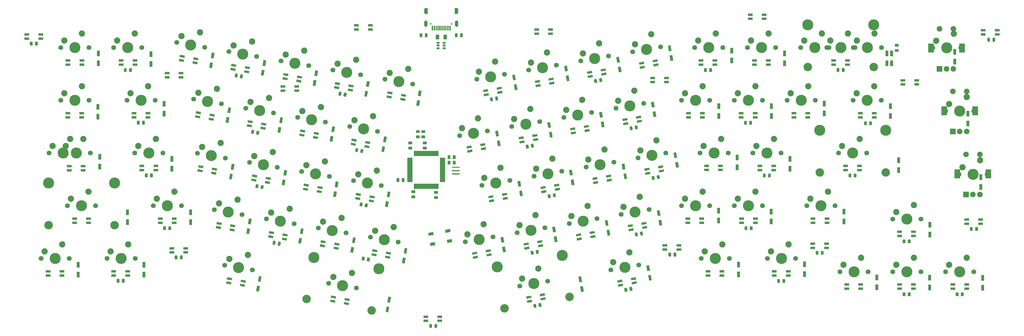
<source format=gbs>
G04 #@! TF.GenerationSoftware,KiCad,Pcbnew,(5.1.4)-1*
G04 #@! TF.CreationDate,2020-08-07T13:23:13-07:00*
G04 #@! TF.ProjectId,trifecta,74726966-6563-4746-912e-6b696361645f,rev?*
G04 #@! TF.SameCoordinates,Original*
G04 #@! TF.FileFunction,Soldermask,Bot*
G04 #@! TF.FilePolarity,Negative*
%FSLAX46Y46*%
G04 Gerber Fmt 4.6, Leading zero omitted, Abs format (unit mm)*
G04 Created by KiCad (PCBNEW (5.1.4)-1) date 2020-08-07 13:23:13*
%MOMM*%
%LPD*%
G04 APERTURE LIST*
%ADD10R,1.800000X0.820000*%
%ADD11C,2.250000*%
%ADD12C,3.987800*%
%ADD13C,1.750000*%
%ADD14R,2.000000X2.000000*%
%ADD15C,2.000000*%
%ADD16R,2.000000X3.200000*%
%ADD17R,0.700000X2.300000*%
%ADD18O,1.200000X2.300000*%
%ADD19C,0.600000*%
%ADD20R,0.550000X1.700000*%
%ADD21R,0.300000X1.700000*%
%ADD22C,1.100000*%
%ADD23C,0.100000*%
%ADD24C,3.048000*%
%ADD25C,0.975000*%
%ADD26R,1.000000X2.000000*%
%ADD27C,1.000000*%
%ADD28R,1.900000X0.900000*%
%ADD29R,0.900000X1.900000*%
%ADD30C,0.400000*%
%ADD31C,0.820000*%
%ADD32R,1.060000X0.650000*%
%ADD33C,1.250000*%
G04 APERTURE END LIST*
D10*
X136107800Y-106671680D03*
X141107800Y-108171680D03*
X136107800Y-108171680D03*
X141107800Y-106671680D03*
D11*
X154919279Y-34956110D03*
D12*
X153300000Y-40400000D03*
D11*
X149106816Y-38560188D03*
D13*
X148297177Y-41282133D03*
X158302823Y-39517867D03*
D10*
X49464600Y-83452400D03*
X44464600Y-81952400D03*
X49464600Y-81952400D03*
X44464600Y-83452400D03*
D14*
X330896200Y-62536200D03*
D15*
X333396200Y-62536200D03*
X335896200Y-62536200D03*
D16*
X327796200Y-55036200D03*
X338996200Y-55036200D03*
D15*
X330896200Y-48036200D03*
X335896200Y-48036200D03*
D14*
X326146490Y-39761210D03*
D15*
X328646490Y-39761210D03*
X331146490Y-39761210D03*
D16*
X323046490Y-32261210D03*
X334246490Y-32261210D03*
D15*
X326146490Y-25261210D03*
X331146490Y-25261210D03*
D14*
X321371290Y-17100000D03*
D15*
X323871290Y-17100000D03*
X326371290Y-17100000D03*
D16*
X318271290Y-9600000D03*
X329471290Y-9600000D03*
D15*
X321371290Y-2600000D03*
X326371290Y-2600000D03*
D17*
X136449000Y3783200D03*
X146849000Y3783200D03*
D18*
X136074000Y-816800D03*
X147224000Y-816800D03*
X136074000Y3783200D03*
X147224000Y3783200D03*
D19*
X137899000Y-896800D03*
X145399000Y-896800D03*
D20*
X138449000Y-2396800D03*
X144849000Y-2396800D03*
X139199000Y-2396800D03*
D21*
X139899000Y-2396800D03*
X140399000Y-2396800D03*
X140899000Y-2396800D03*
D20*
X144099000Y-2396800D03*
D21*
X143399000Y-2396800D03*
X142899000Y-2396800D03*
X142399000Y-2396800D03*
X141899000Y-2396800D03*
X141399000Y-2396800D03*
D22*
X144665073Y-79309325D03*
D23*
G36*
X145455893Y-78611397D02*
G01*
X145646906Y-79694686D01*
X143874253Y-80007253D01*
X143683240Y-78923964D01*
X145455893Y-78611397D01*
X145455893Y-78611397D01*
G37*
D22*
X137916767Y-76742155D03*
D23*
G36*
X138707587Y-76044227D02*
G01*
X138898600Y-77127516D01*
X137125947Y-77440083D01*
X136934934Y-76356794D01*
X138707587Y-76044227D01*
X138707587Y-76044227D01*
G37*
D22*
X144022575Y-75665536D03*
D23*
G36*
X144813395Y-74967608D02*
G01*
X145004408Y-76050897D01*
X143231755Y-76363464D01*
X143040742Y-75280175D01*
X144813395Y-74967608D01*
X144813395Y-74967608D01*
G37*
D22*
X138559265Y-80385944D03*
D23*
G36*
X139350085Y-79688016D02*
G01*
X139541098Y-80771305D01*
X137768445Y-81083872D01*
X137577432Y-80000583D01*
X139350085Y-79688016D01*
X139350085Y-79688016D01*
G37*
D11*
X288321250Y-4354746D03*
D12*
X285781250Y-9434746D03*
D11*
X281971250Y-6894746D03*
D13*
X280701250Y-9434746D03*
X290861250Y-9434746D03*
D24*
X273875000Y-16419746D03*
X297687500Y-16419746D03*
D12*
X273875000Y-1179746D03*
X297687500Y-1179746D03*
D10*
X313142000Y-22746400D03*
X308142000Y-21246400D03*
X313142000Y-21246400D03*
X308142000Y-22746400D03*
X258125600Y977200D03*
X253125600Y2477200D03*
X258125600Y2477200D03*
X253125600Y977200D03*
X222913580Y-21898040D03*
X217913580Y-20398040D03*
X222913580Y-20398040D03*
X217913580Y-21898040D03*
X181062000Y-4407600D03*
X176062000Y-2907600D03*
X181062000Y-2907600D03*
X176062000Y-4407600D03*
X116088800Y-2909000D03*
X111088800Y-1409000D03*
X116088800Y-1409000D03*
X111088800Y-2909000D03*
X89545800Y-24956200D03*
X84545800Y-23456200D03*
X89545800Y-23456200D03*
X84545800Y-24956200D03*
X47813600Y-20155600D03*
X42813600Y-18655600D03*
X47813600Y-18655600D03*
X42813600Y-20155600D03*
X-2783200Y-6185600D03*
X-7783200Y-4685600D03*
X-2783200Y-4685600D03*
X-7783200Y-6185600D03*
X227340800Y-82385600D03*
X222340800Y-80885600D03*
X227340800Y-80885600D03*
X222340800Y-82385600D03*
X275640160Y-80276000D03*
X280640160Y-81776000D03*
X275640160Y-81776000D03*
X280640160Y-80276000D03*
X336154400Y-73063800D03*
X331154400Y-71563800D03*
X336154400Y-71563800D03*
X331154400Y-73063800D03*
X342148800Y-4661600D03*
X337148800Y-3161600D03*
X342148800Y-3161600D03*
X337148800Y-4661600D03*
D23*
G36*
X-5953058Y-7276774D02*
G01*
X-5929397Y-7280284D01*
X-5906193Y-7286096D01*
X-5883671Y-7294154D01*
X-5862047Y-7304382D01*
X-5841530Y-7316679D01*
X-5822317Y-7330929D01*
X-5804593Y-7346993D01*
X-5788529Y-7364717D01*
X-5774279Y-7383930D01*
X-5761982Y-7404447D01*
X-5751754Y-7426071D01*
X-5743696Y-7448593D01*
X-5737884Y-7471797D01*
X-5734374Y-7495458D01*
X-5733200Y-7519350D01*
X-5733200Y-8431850D01*
X-5734374Y-8455742D01*
X-5737884Y-8479403D01*
X-5743696Y-8502607D01*
X-5751754Y-8525129D01*
X-5761982Y-8546753D01*
X-5774279Y-8567270D01*
X-5788529Y-8586483D01*
X-5804593Y-8604207D01*
X-5822317Y-8620271D01*
X-5841530Y-8634521D01*
X-5862047Y-8646818D01*
X-5883671Y-8657046D01*
X-5906193Y-8665104D01*
X-5929397Y-8670916D01*
X-5953058Y-8674426D01*
X-5976950Y-8675600D01*
X-6464450Y-8675600D01*
X-6488342Y-8674426D01*
X-6512003Y-8670916D01*
X-6535207Y-8665104D01*
X-6557729Y-8657046D01*
X-6579353Y-8646818D01*
X-6599870Y-8634521D01*
X-6619083Y-8620271D01*
X-6636807Y-8604207D01*
X-6652871Y-8586483D01*
X-6667121Y-8567270D01*
X-6679418Y-8546753D01*
X-6689646Y-8525129D01*
X-6697704Y-8502607D01*
X-6703516Y-8479403D01*
X-6707026Y-8455742D01*
X-6708200Y-8431850D01*
X-6708200Y-7519350D01*
X-6707026Y-7495458D01*
X-6703516Y-7471797D01*
X-6697704Y-7448593D01*
X-6689646Y-7426071D01*
X-6679418Y-7404447D01*
X-6667121Y-7383930D01*
X-6652871Y-7364717D01*
X-6636807Y-7346993D01*
X-6619083Y-7330929D01*
X-6599870Y-7316679D01*
X-6579353Y-7304382D01*
X-6557729Y-7294154D01*
X-6535207Y-7286096D01*
X-6512003Y-7280284D01*
X-6488342Y-7276774D01*
X-6464450Y-7275600D01*
X-5976950Y-7275600D01*
X-5953058Y-7276774D01*
X-5953058Y-7276774D01*
G37*
D25*
X-6220700Y-7975600D03*
D23*
G36*
X-4078058Y-7276774D02*
G01*
X-4054397Y-7280284D01*
X-4031193Y-7286096D01*
X-4008671Y-7294154D01*
X-3987047Y-7304382D01*
X-3966530Y-7316679D01*
X-3947317Y-7330929D01*
X-3929593Y-7346993D01*
X-3913529Y-7364717D01*
X-3899279Y-7383930D01*
X-3886982Y-7404447D01*
X-3876754Y-7426071D01*
X-3868696Y-7448593D01*
X-3862884Y-7471797D01*
X-3859374Y-7495458D01*
X-3858200Y-7519350D01*
X-3858200Y-8431850D01*
X-3859374Y-8455742D01*
X-3862884Y-8479403D01*
X-3868696Y-8502607D01*
X-3876754Y-8525129D01*
X-3886982Y-8546753D01*
X-3899279Y-8567270D01*
X-3913529Y-8586483D01*
X-3929593Y-8604207D01*
X-3947317Y-8620271D01*
X-3966530Y-8634521D01*
X-3987047Y-8646818D01*
X-4008671Y-8657046D01*
X-4031193Y-8665104D01*
X-4054397Y-8670916D01*
X-4078058Y-8674426D01*
X-4101950Y-8675600D01*
X-4589450Y-8675600D01*
X-4613342Y-8674426D01*
X-4637003Y-8670916D01*
X-4660207Y-8665104D01*
X-4682729Y-8657046D01*
X-4704353Y-8646818D01*
X-4724870Y-8634521D01*
X-4744083Y-8620271D01*
X-4761807Y-8604207D01*
X-4777871Y-8586483D01*
X-4792121Y-8567270D01*
X-4804418Y-8546753D01*
X-4814646Y-8525129D01*
X-4822704Y-8502607D01*
X-4828516Y-8479403D01*
X-4832026Y-8455742D01*
X-4833200Y-8431850D01*
X-4833200Y-7519350D01*
X-4832026Y-7495458D01*
X-4828516Y-7471797D01*
X-4822704Y-7448593D01*
X-4814646Y-7426071D01*
X-4804418Y-7404447D01*
X-4792121Y-7383930D01*
X-4777871Y-7364717D01*
X-4761807Y-7346993D01*
X-4744083Y-7330929D01*
X-4724870Y-7316679D01*
X-4704353Y-7304382D01*
X-4682729Y-7294154D01*
X-4660207Y-7286096D01*
X-4637003Y-7280284D01*
X-4613342Y-7276774D01*
X-4589450Y-7275600D01*
X-4101950Y-7275600D01*
X-4078058Y-7276774D01*
X-4078058Y-7276774D01*
G37*
D25*
X-4345700Y-7975600D03*
D23*
G36*
X46307442Y-84518174D02*
G01*
X46331103Y-84521684D01*
X46354307Y-84527496D01*
X46376829Y-84535554D01*
X46398453Y-84545782D01*
X46418970Y-84558079D01*
X46438183Y-84572329D01*
X46455907Y-84588393D01*
X46471971Y-84606117D01*
X46486221Y-84625330D01*
X46498518Y-84645847D01*
X46508746Y-84667471D01*
X46516804Y-84689993D01*
X46522616Y-84713197D01*
X46526126Y-84736858D01*
X46527300Y-84760750D01*
X46527300Y-85673250D01*
X46526126Y-85697142D01*
X46522616Y-85720803D01*
X46516804Y-85744007D01*
X46508746Y-85766529D01*
X46498518Y-85788153D01*
X46486221Y-85808670D01*
X46471971Y-85827883D01*
X46455907Y-85845607D01*
X46438183Y-85861671D01*
X46418970Y-85875921D01*
X46398453Y-85888218D01*
X46376829Y-85898446D01*
X46354307Y-85906504D01*
X46331103Y-85912316D01*
X46307442Y-85915826D01*
X46283550Y-85917000D01*
X45796050Y-85917000D01*
X45772158Y-85915826D01*
X45748497Y-85912316D01*
X45725293Y-85906504D01*
X45702771Y-85898446D01*
X45681147Y-85888218D01*
X45660630Y-85875921D01*
X45641417Y-85861671D01*
X45623693Y-85845607D01*
X45607629Y-85827883D01*
X45593379Y-85808670D01*
X45581082Y-85788153D01*
X45570854Y-85766529D01*
X45562796Y-85744007D01*
X45556984Y-85720803D01*
X45553474Y-85697142D01*
X45552300Y-85673250D01*
X45552300Y-84760750D01*
X45553474Y-84736858D01*
X45556984Y-84713197D01*
X45562796Y-84689993D01*
X45570854Y-84667471D01*
X45581082Y-84645847D01*
X45593379Y-84625330D01*
X45607629Y-84606117D01*
X45623693Y-84588393D01*
X45641417Y-84572329D01*
X45660630Y-84558079D01*
X45681147Y-84545782D01*
X45702771Y-84535554D01*
X45725293Y-84527496D01*
X45748497Y-84521684D01*
X45772158Y-84518174D01*
X45796050Y-84517000D01*
X46283550Y-84517000D01*
X46307442Y-84518174D01*
X46307442Y-84518174D01*
G37*
D25*
X46039800Y-85217000D03*
D23*
G36*
X48182442Y-84518174D02*
G01*
X48206103Y-84521684D01*
X48229307Y-84527496D01*
X48251829Y-84535554D01*
X48273453Y-84545782D01*
X48293970Y-84558079D01*
X48313183Y-84572329D01*
X48330907Y-84588393D01*
X48346971Y-84606117D01*
X48361221Y-84625330D01*
X48373518Y-84645847D01*
X48383746Y-84667471D01*
X48391804Y-84689993D01*
X48397616Y-84713197D01*
X48401126Y-84736858D01*
X48402300Y-84760750D01*
X48402300Y-85673250D01*
X48401126Y-85697142D01*
X48397616Y-85720803D01*
X48391804Y-85744007D01*
X48383746Y-85766529D01*
X48373518Y-85788153D01*
X48361221Y-85808670D01*
X48346971Y-85827883D01*
X48330907Y-85845607D01*
X48313183Y-85861671D01*
X48293970Y-85875921D01*
X48273453Y-85888218D01*
X48251829Y-85898446D01*
X48229307Y-85906504D01*
X48206103Y-85912316D01*
X48182442Y-85915826D01*
X48158550Y-85917000D01*
X47671050Y-85917000D01*
X47647158Y-85915826D01*
X47623497Y-85912316D01*
X47600293Y-85906504D01*
X47577771Y-85898446D01*
X47556147Y-85888218D01*
X47535630Y-85875921D01*
X47516417Y-85861671D01*
X47498693Y-85845607D01*
X47482629Y-85827883D01*
X47468379Y-85808670D01*
X47456082Y-85788153D01*
X47445854Y-85766529D01*
X47437796Y-85744007D01*
X47431984Y-85720803D01*
X47428474Y-85697142D01*
X47427300Y-85673250D01*
X47427300Y-84760750D01*
X47428474Y-84736858D01*
X47431984Y-84713197D01*
X47437796Y-84689993D01*
X47445854Y-84667471D01*
X47456082Y-84645847D01*
X47468379Y-84625330D01*
X47482629Y-84606117D01*
X47498693Y-84588393D01*
X47516417Y-84572329D01*
X47535630Y-84558079D01*
X47556147Y-84545782D01*
X47577771Y-84535554D01*
X47600293Y-84527496D01*
X47623497Y-84521684D01*
X47647158Y-84518174D01*
X47671050Y-84517000D01*
X48158550Y-84517000D01*
X48182442Y-84518174D01*
X48182442Y-84518174D01*
G37*
D25*
X47914800Y-85217000D03*
D23*
G36*
X139990742Y-109295874D02*
G01*
X140014403Y-109299384D01*
X140037607Y-109305196D01*
X140060129Y-109313254D01*
X140081753Y-109323482D01*
X140102270Y-109335779D01*
X140121483Y-109350029D01*
X140139207Y-109366093D01*
X140155271Y-109383817D01*
X140169521Y-109403030D01*
X140181818Y-109423547D01*
X140192046Y-109445171D01*
X140200104Y-109467693D01*
X140205916Y-109490897D01*
X140209426Y-109514558D01*
X140210600Y-109538450D01*
X140210600Y-110450950D01*
X140209426Y-110474842D01*
X140205916Y-110498503D01*
X140200104Y-110521707D01*
X140192046Y-110544229D01*
X140181818Y-110565853D01*
X140169521Y-110586370D01*
X140155271Y-110605583D01*
X140139207Y-110623307D01*
X140121483Y-110639371D01*
X140102270Y-110653621D01*
X140081753Y-110665918D01*
X140060129Y-110676146D01*
X140037607Y-110684204D01*
X140014403Y-110690016D01*
X139990742Y-110693526D01*
X139966850Y-110694700D01*
X139479350Y-110694700D01*
X139455458Y-110693526D01*
X139431797Y-110690016D01*
X139408593Y-110684204D01*
X139386071Y-110676146D01*
X139364447Y-110665918D01*
X139343930Y-110653621D01*
X139324717Y-110639371D01*
X139306993Y-110623307D01*
X139290929Y-110605583D01*
X139276679Y-110586370D01*
X139264382Y-110565853D01*
X139254154Y-110544229D01*
X139246096Y-110521707D01*
X139240284Y-110498503D01*
X139236774Y-110474842D01*
X139235600Y-110450950D01*
X139235600Y-109538450D01*
X139236774Y-109514558D01*
X139240284Y-109490897D01*
X139246096Y-109467693D01*
X139254154Y-109445171D01*
X139264382Y-109423547D01*
X139276679Y-109403030D01*
X139290929Y-109383817D01*
X139306993Y-109366093D01*
X139324717Y-109350029D01*
X139343930Y-109335779D01*
X139364447Y-109323482D01*
X139386071Y-109313254D01*
X139408593Y-109305196D01*
X139431797Y-109299384D01*
X139455458Y-109295874D01*
X139479350Y-109294700D01*
X139966850Y-109294700D01*
X139990742Y-109295874D01*
X139990742Y-109295874D01*
G37*
D25*
X139723100Y-109994700D03*
D23*
G36*
X138115742Y-109295874D02*
G01*
X138139403Y-109299384D01*
X138162607Y-109305196D01*
X138185129Y-109313254D01*
X138206753Y-109323482D01*
X138227270Y-109335779D01*
X138246483Y-109350029D01*
X138264207Y-109366093D01*
X138280271Y-109383817D01*
X138294521Y-109403030D01*
X138306818Y-109423547D01*
X138317046Y-109445171D01*
X138325104Y-109467693D01*
X138330916Y-109490897D01*
X138334426Y-109514558D01*
X138335600Y-109538450D01*
X138335600Y-110450950D01*
X138334426Y-110474842D01*
X138330916Y-110498503D01*
X138325104Y-110521707D01*
X138317046Y-110544229D01*
X138306818Y-110565853D01*
X138294521Y-110586370D01*
X138280271Y-110605583D01*
X138264207Y-110623307D01*
X138246483Y-110639371D01*
X138227270Y-110653621D01*
X138206753Y-110665918D01*
X138185129Y-110676146D01*
X138162607Y-110684204D01*
X138139403Y-110690016D01*
X138115742Y-110693526D01*
X138091850Y-110694700D01*
X137604350Y-110694700D01*
X137580458Y-110693526D01*
X137556797Y-110690016D01*
X137533593Y-110684204D01*
X137511071Y-110676146D01*
X137489447Y-110665918D01*
X137468930Y-110653621D01*
X137449717Y-110639371D01*
X137431993Y-110623307D01*
X137415929Y-110605583D01*
X137401679Y-110586370D01*
X137389382Y-110565853D01*
X137379154Y-110544229D01*
X137371096Y-110521707D01*
X137365284Y-110498503D01*
X137361774Y-110474842D01*
X137360600Y-110450950D01*
X137360600Y-109538450D01*
X137361774Y-109514558D01*
X137365284Y-109490897D01*
X137371096Y-109467693D01*
X137379154Y-109445171D01*
X137389382Y-109423547D01*
X137401679Y-109403030D01*
X137415929Y-109383817D01*
X137431993Y-109366093D01*
X137449717Y-109350029D01*
X137468930Y-109335779D01*
X137489447Y-109323482D01*
X137511071Y-109313254D01*
X137533593Y-109305196D01*
X137556797Y-109299384D01*
X137580458Y-109295874D01*
X137604350Y-109294700D01*
X138091850Y-109294700D01*
X138115742Y-109295874D01*
X138115742Y-109295874D01*
G37*
D25*
X137848100Y-109994700D03*
D23*
G36*
X224348742Y-83527574D02*
G01*
X224372403Y-83531084D01*
X224395607Y-83536896D01*
X224418129Y-83544954D01*
X224439753Y-83555182D01*
X224460270Y-83567479D01*
X224479483Y-83581729D01*
X224497207Y-83597793D01*
X224513271Y-83615517D01*
X224527521Y-83634730D01*
X224539818Y-83655247D01*
X224550046Y-83676871D01*
X224558104Y-83699393D01*
X224563916Y-83722597D01*
X224567426Y-83746258D01*
X224568600Y-83770150D01*
X224568600Y-84682650D01*
X224567426Y-84706542D01*
X224563916Y-84730203D01*
X224558104Y-84753407D01*
X224550046Y-84775929D01*
X224539818Y-84797553D01*
X224527521Y-84818070D01*
X224513271Y-84837283D01*
X224497207Y-84855007D01*
X224479483Y-84871071D01*
X224460270Y-84885321D01*
X224439753Y-84897618D01*
X224418129Y-84907846D01*
X224395607Y-84915904D01*
X224372403Y-84921716D01*
X224348742Y-84925226D01*
X224324850Y-84926400D01*
X223837350Y-84926400D01*
X223813458Y-84925226D01*
X223789797Y-84921716D01*
X223766593Y-84915904D01*
X223744071Y-84907846D01*
X223722447Y-84897618D01*
X223701930Y-84885321D01*
X223682717Y-84871071D01*
X223664993Y-84855007D01*
X223648929Y-84837283D01*
X223634679Y-84818070D01*
X223622382Y-84797553D01*
X223612154Y-84775929D01*
X223604096Y-84753407D01*
X223598284Y-84730203D01*
X223594774Y-84706542D01*
X223593600Y-84682650D01*
X223593600Y-83770150D01*
X223594774Y-83746258D01*
X223598284Y-83722597D01*
X223604096Y-83699393D01*
X223612154Y-83676871D01*
X223622382Y-83655247D01*
X223634679Y-83634730D01*
X223648929Y-83615517D01*
X223664993Y-83597793D01*
X223682717Y-83581729D01*
X223701930Y-83567479D01*
X223722447Y-83555182D01*
X223744071Y-83544954D01*
X223766593Y-83536896D01*
X223789797Y-83531084D01*
X223813458Y-83527574D01*
X223837350Y-83526400D01*
X224324850Y-83526400D01*
X224348742Y-83527574D01*
X224348742Y-83527574D01*
G37*
D25*
X224081100Y-84226400D03*
D23*
G36*
X226223742Y-83527574D02*
G01*
X226247403Y-83531084D01*
X226270607Y-83536896D01*
X226293129Y-83544954D01*
X226314753Y-83555182D01*
X226335270Y-83567479D01*
X226354483Y-83581729D01*
X226372207Y-83597793D01*
X226388271Y-83615517D01*
X226402521Y-83634730D01*
X226414818Y-83655247D01*
X226425046Y-83676871D01*
X226433104Y-83699393D01*
X226438916Y-83722597D01*
X226442426Y-83746258D01*
X226443600Y-83770150D01*
X226443600Y-84682650D01*
X226442426Y-84706542D01*
X226438916Y-84730203D01*
X226433104Y-84753407D01*
X226425046Y-84775929D01*
X226414818Y-84797553D01*
X226402521Y-84818070D01*
X226388271Y-84837283D01*
X226372207Y-84855007D01*
X226354483Y-84871071D01*
X226335270Y-84885321D01*
X226314753Y-84897618D01*
X226293129Y-84907846D01*
X226270607Y-84915904D01*
X226247403Y-84921716D01*
X226223742Y-84925226D01*
X226199850Y-84926400D01*
X225712350Y-84926400D01*
X225688458Y-84925226D01*
X225664797Y-84921716D01*
X225641593Y-84915904D01*
X225619071Y-84907846D01*
X225597447Y-84897618D01*
X225576930Y-84885321D01*
X225557717Y-84871071D01*
X225539993Y-84855007D01*
X225523929Y-84837283D01*
X225509679Y-84818070D01*
X225497382Y-84797553D01*
X225487154Y-84775929D01*
X225479096Y-84753407D01*
X225473284Y-84730203D01*
X225469774Y-84706542D01*
X225468600Y-84682650D01*
X225468600Y-83770150D01*
X225469774Y-83746258D01*
X225473284Y-83722597D01*
X225479096Y-83699393D01*
X225487154Y-83676871D01*
X225497382Y-83655247D01*
X225509679Y-83634730D01*
X225523929Y-83615517D01*
X225539993Y-83597793D01*
X225557717Y-83581729D01*
X225576930Y-83567479D01*
X225597447Y-83555182D01*
X225619071Y-83544954D01*
X225641593Y-83536896D01*
X225664797Y-83531084D01*
X225688458Y-83527574D01*
X225712350Y-83526400D01*
X226199850Y-83526400D01*
X226223742Y-83527574D01*
X226223742Y-83527574D01*
G37*
D25*
X225956100Y-84226400D03*
D23*
G36*
X279340222Y-82877334D02*
G01*
X279363883Y-82880844D01*
X279387087Y-82886656D01*
X279409609Y-82894714D01*
X279431233Y-82904942D01*
X279451750Y-82917239D01*
X279470963Y-82931489D01*
X279488687Y-82947553D01*
X279504751Y-82965277D01*
X279519001Y-82984490D01*
X279531298Y-83005007D01*
X279541526Y-83026631D01*
X279549584Y-83049153D01*
X279555396Y-83072357D01*
X279558906Y-83096018D01*
X279560080Y-83119910D01*
X279560080Y-84032410D01*
X279558906Y-84056302D01*
X279555396Y-84079963D01*
X279549584Y-84103167D01*
X279541526Y-84125689D01*
X279531298Y-84147313D01*
X279519001Y-84167830D01*
X279504751Y-84187043D01*
X279488687Y-84204767D01*
X279470963Y-84220831D01*
X279451750Y-84235081D01*
X279431233Y-84247378D01*
X279409609Y-84257606D01*
X279387087Y-84265664D01*
X279363883Y-84271476D01*
X279340222Y-84274986D01*
X279316330Y-84276160D01*
X278828830Y-84276160D01*
X278804938Y-84274986D01*
X278781277Y-84271476D01*
X278758073Y-84265664D01*
X278735551Y-84257606D01*
X278713927Y-84247378D01*
X278693410Y-84235081D01*
X278674197Y-84220831D01*
X278656473Y-84204767D01*
X278640409Y-84187043D01*
X278626159Y-84167830D01*
X278613862Y-84147313D01*
X278603634Y-84125689D01*
X278595576Y-84103167D01*
X278589764Y-84079963D01*
X278586254Y-84056302D01*
X278585080Y-84032410D01*
X278585080Y-83119910D01*
X278586254Y-83096018D01*
X278589764Y-83072357D01*
X278595576Y-83049153D01*
X278603634Y-83026631D01*
X278613862Y-83005007D01*
X278626159Y-82984490D01*
X278640409Y-82965277D01*
X278656473Y-82947553D01*
X278674197Y-82931489D01*
X278693410Y-82917239D01*
X278713927Y-82904942D01*
X278735551Y-82894714D01*
X278758073Y-82886656D01*
X278781277Y-82880844D01*
X278804938Y-82877334D01*
X278828830Y-82876160D01*
X279316330Y-82876160D01*
X279340222Y-82877334D01*
X279340222Y-82877334D01*
G37*
D25*
X279072580Y-83576160D03*
D23*
G36*
X277465222Y-82877334D02*
G01*
X277488883Y-82880844D01*
X277512087Y-82886656D01*
X277534609Y-82894714D01*
X277556233Y-82904942D01*
X277576750Y-82917239D01*
X277595963Y-82931489D01*
X277613687Y-82947553D01*
X277629751Y-82965277D01*
X277644001Y-82984490D01*
X277656298Y-83005007D01*
X277666526Y-83026631D01*
X277674584Y-83049153D01*
X277680396Y-83072357D01*
X277683906Y-83096018D01*
X277685080Y-83119910D01*
X277685080Y-84032410D01*
X277683906Y-84056302D01*
X277680396Y-84079963D01*
X277674584Y-84103167D01*
X277666526Y-84125689D01*
X277656298Y-84147313D01*
X277644001Y-84167830D01*
X277629751Y-84187043D01*
X277613687Y-84204767D01*
X277595963Y-84220831D01*
X277576750Y-84235081D01*
X277556233Y-84247378D01*
X277534609Y-84257606D01*
X277512087Y-84265664D01*
X277488883Y-84271476D01*
X277465222Y-84274986D01*
X277441330Y-84276160D01*
X276953830Y-84276160D01*
X276929938Y-84274986D01*
X276906277Y-84271476D01*
X276883073Y-84265664D01*
X276860551Y-84257606D01*
X276838927Y-84247378D01*
X276818410Y-84235081D01*
X276799197Y-84220831D01*
X276781473Y-84204767D01*
X276765409Y-84187043D01*
X276751159Y-84167830D01*
X276738862Y-84147313D01*
X276728634Y-84125689D01*
X276720576Y-84103167D01*
X276714764Y-84079963D01*
X276711254Y-84056302D01*
X276710080Y-84032410D01*
X276710080Y-83119910D01*
X276711254Y-83096018D01*
X276714764Y-83072357D01*
X276720576Y-83049153D01*
X276728634Y-83026631D01*
X276738862Y-83005007D01*
X276751159Y-82984490D01*
X276765409Y-82965277D01*
X276781473Y-82947553D01*
X276799197Y-82931489D01*
X276818410Y-82917239D01*
X276838927Y-82904942D01*
X276860551Y-82894714D01*
X276883073Y-82886656D01*
X276906277Y-82880844D01*
X276929938Y-82877334D01*
X276953830Y-82876160D01*
X277441330Y-82876160D01*
X277465222Y-82877334D01*
X277465222Y-82877334D01*
G37*
D25*
X277197580Y-83576160D03*
D23*
G36*
X333111542Y-74256574D02*
G01*
X333135203Y-74260084D01*
X333158407Y-74265896D01*
X333180929Y-74273954D01*
X333202553Y-74284182D01*
X333223070Y-74296479D01*
X333242283Y-74310729D01*
X333260007Y-74326793D01*
X333276071Y-74344517D01*
X333290321Y-74363730D01*
X333302618Y-74384247D01*
X333312846Y-74405871D01*
X333320904Y-74428393D01*
X333326716Y-74451597D01*
X333330226Y-74475258D01*
X333331400Y-74499150D01*
X333331400Y-75411650D01*
X333330226Y-75435542D01*
X333326716Y-75459203D01*
X333320904Y-75482407D01*
X333312846Y-75504929D01*
X333302618Y-75526553D01*
X333290321Y-75547070D01*
X333276071Y-75566283D01*
X333260007Y-75584007D01*
X333242283Y-75600071D01*
X333223070Y-75614321D01*
X333202553Y-75626618D01*
X333180929Y-75636846D01*
X333158407Y-75644904D01*
X333135203Y-75650716D01*
X333111542Y-75654226D01*
X333087650Y-75655400D01*
X332600150Y-75655400D01*
X332576258Y-75654226D01*
X332552597Y-75650716D01*
X332529393Y-75644904D01*
X332506871Y-75636846D01*
X332485247Y-75626618D01*
X332464730Y-75614321D01*
X332445517Y-75600071D01*
X332427793Y-75584007D01*
X332411729Y-75566283D01*
X332397479Y-75547070D01*
X332385182Y-75526553D01*
X332374954Y-75504929D01*
X332366896Y-75482407D01*
X332361084Y-75459203D01*
X332357574Y-75435542D01*
X332356400Y-75411650D01*
X332356400Y-74499150D01*
X332357574Y-74475258D01*
X332361084Y-74451597D01*
X332366896Y-74428393D01*
X332374954Y-74405871D01*
X332385182Y-74384247D01*
X332397479Y-74363730D01*
X332411729Y-74344517D01*
X332427793Y-74326793D01*
X332445517Y-74310729D01*
X332464730Y-74296479D01*
X332485247Y-74284182D01*
X332506871Y-74273954D01*
X332529393Y-74265896D01*
X332552597Y-74260084D01*
X332576258Y-74256574D01*
X332600150Y-74255400D01*
X333087650Y-74255400D01*
X333111542Y-74256574D01*
X333111542Y-74256574D01*
G37*
D25*
X332843900Y-74955400D03*
D23*
G36*
X334986542Y-74256574D02*
G01*
X335010203Y-74260084D01*
X335033407Y-74265896D01*
X335055929Y-74273954D01*
X335077553Y-74284182D01*
X335098070Y-74296479D01*
X335117283Y-74310729D01*
X335135007Y-74326793D01*
X335151071Y-74344517D01*
X335165321Y-74363730D01*
X335177618Y-74384247D01*
X335187846Y-74405871D01*
X335195904Y-74428393D01*
X335201716Y-74451597D01*
X335205226Y-74475258D01*
X335206400Y-74499150D01*
X335206400Y-75411650D01*
X335205226Y-75435542D01*
X335201716Y-75459203D01*
X335195904Y-75482407D01*
X335187846Y-75504929D01*
X335177618Y-75526553D01*
X335165321Y-75547070D01*
X335151071Y-75566283D01*
X335135007Y-75584007D01*
X335117283Y-75600071D01*
X335098070Y-75614321D01*
X335077553Y-75626618D01*
X335055929Y-75636846D01*
X335033407Y-75644904D01*
X335010203Y-75650716D01*
X334986542Y-75654226D01*
X334962650Y-75655400D01*
X334475150Y-75655400D01*
X334451258Y-75654226D01*
X334427597Y-75650716D01*
X334404393Y-75644904D01*
X334381871Y-75636846D01*
X334360247Y-75626618D01*
X334339730Y-75614321D01*
X334320517Y-75600071D01*
X334302793Y-75584007D01*
X334286729Y-75566283D01*
X334272479Y-75547070D01*
X334260182Y-75526553D01*
X334249954Y-75504929D01*
X334241896Y-75482407D01*
X334236084Y-75459203D01*
X334232574Y-75435542D01*
X334231400Y-75411650D01*
X334231400Y-74499150D01*
X334232574Y-74475258D01*
X334236084Y-74451597D01*
X334241896Y-74428393D01*
X334249954Y-74405871D01*
X334260182Y-74384247D01*
X334272479Y-74363730D01*
X334286729Y-74344517D01*
X334302793Y-74326793D01*
X334320517Y-74310729D01*
X334339730Y-74296479D01*
X334360247Y-74284182D01*
X334381871Y-74273954D01*
X334404393Y-74265896D01*
X334427597Y-74260084D01*
X334451258Y-74256574D01*
X334475150Y-74255400D01*
X334962650Y-74255400D01*
X334986542Y-74256574D01*
X334986542Y-74256574D01*
G37*
D25*
X334718900Y-74955400D03*
D23*
G36*
X339359942Y-5879774D02*
G01*
X339383603Y-5883284D01*
X339406807Y-5889096D01*
X339429329Y-5897154D01*
X339450953Y-5907382D01*
X339471470Y-5919679D01*
X339490683Y-5933929D01*
X339508407Y-5949993D01*
X339524471Y-5967717D01*
X339538721Y-5986930D01*
X339551018Y-6007447D01*
X339561246Y-6029071D01*
X339569304Y-6051593D01*
X339575116Y-6074797D01*
X339578626Y-6098458D01*
X339579800Y-6122350D01*
X339579800Y-7034850D01*
X339578626Y-7058742D01*
X339575116Y-7082403D01*
X339569304Y-7105607D01*
X339561246Y-7128129D01*
X339551018Y-7149753D01*
X339538721Y-7170270D01*
X339524471Y-7189483D01*
X339508407Y-7207207D01*
X339490683Y-7223271D01*
X339471470Y-7237521D01*
X339450953Y-7249818D01*
X339429329Y-7260046D01*
X339406807Y-7268104D01*
X339383603Y-7273916D01*
X339359942Y-7277426D01*
X339336050Y-7278600D01*
X338848550Y-7278600D01*
X338824658Y-7277426D01*
X338800997Y-7273916D01*
X338777793Y-7268104D01*
X338755271Y-7260046D01*
X338733647Y-7249818D01*
X338713130Y-7237521D01*
X338693917Y-7223271D01*
X338676193Y-7207207D01*
X338660129Y-7189483D01*
X338645879Y-7170270D01*
X338633582Y-7149753D01*
X338623354Y-7128129D01*
X338615296Y-7105607D01*
X338609484Y-7082403D01*
X338605974Y-7058742D01*
X338604800Y-7034850D01*
X338604800Y-6122350D01*
X338605974Y-6098458D01*
X338609484Y-6074797D01*
X338615296Y-6051593D01*
X338623354Y-6029071D01*
X338633582Y-6007447D01*
X338645879Y-5986930D01*
X338660129Y-5967717D01*
X338676193Y-5949993D01*
X338693917Y-5933929D01*
X338713130Y-5919679D01*
X338733647Y-5907382D01*
X338755271Y-5897154D01*
X338777793Y-5889096D01*
X338800997Y-5883284D01*
X338824658Y-5879774D01*
X338848550Y-5878600D01*
X339336050Y-5878600D01*
X339359942Y-5879774D01*
X339359942Y-5879774D01*
G37*
D25*
X339092300Y-6578600D03*
D23*
G36*
X341234942Y-5879774D02*
G01*
X341258603Y-5883284D01*
X341281807Y-5889096D01*
X341304329Y-5897154D01*
X341325953Y-5907382D01*
X341346470Y-5919679D01*
X341365683Y-5933929D01*
X341383407Y-5949993D01*
X341399471Y-5967717D01*
X341413721Y-5986930D01*
X341426018Y-6007447D01*
X341436246Y-6029071D01*
X341444304Y-6051593D01*
X341450116Y-6074797D01*
X341453626Y-6098458D01*
X341454800Y-6122350D01*
X341454800Y-7034850D01*
X341453626Y-7058742D01*
X341450116Y-7082403D01*
X341444304Y-7105607D01*
X341436246Y-7128129D01*
X341426018Y-7149753D01*
X341413721Y-7170270D01*
X341399471Y-7189483D01*
X341383407Y-7207207D01*
X341365683Y-7223271D01*
X341346470Y-7237521D01*
X341325953Y-7249818D01*
X341304329Y-7260046D01*
X341281807Y-7268104D01*
X341258603Y-7273916D01*
X341234942Y-7277426D01*
X341211050Y-7278600D01*
X340723550Y-7278600D01*
X340699658Y-7277426D01*
X340675997Y-7273916D01*
X340652793Y-7268104D01*
X340630271Y-7260046D01*
X340608647Y-7249818D01*
X340588130Y-7237521D01*
X340568917Y-7223271D01*
X340551193Y-7207207D01*
X340535129Y-7189483D01*
X340520879Y-7170270D01*
X340508582Y-7149753D01*
X340498354Y-7128129D01*
X340490296Y-7105607D01*
X340484484Y-7082403D01*
X340480974Y-7058742D01*
X340479800Y-7034850D01*
X340479800Y-6122350D01*
X340480974Y-6098458D01*
X340484484Y-6074797D01*
X340490296Y-6051593D01*
X340498354Y-6029071D01*
X340508582Y-6007447D01*
X340520879Y-5986930D01*
X340535129Y-5967717D01*
X340551193Y-5949993D01*
X340568917Y-5933929D01*
X340588130Y-5919679D01*
X340608647Y-5907382D01*
X340630271Y-5897154D01*
X340652793Y-5889096D01*
X340675997Y-5883284D01*
X340699658Y-5879774D01*
X340723550Y-5878600D01*
X341211050Y-5878600D01*
X341234942Y-5879774D01*
X341234942Y-5879774D01*
G37*
D25*
X340967300Y-6578600D03*
D26*
X248372240Y-49087980D03*
X248372240Y-52637980D03*
X336906480Y-92651520D03*
X336906480Y-96201520D03*
X317813300Y-92539760D03*
X317813300Y-96089760D03*
X298778540Y-92455940D03*
X298778540Y-96005940D03*
X272677500Y-87706140D03*
X272677500Y-91256140D03*
X248882780Y-87840760D03*
X248882780Y-91390760D03*
D27*
X216306394Y-89109786D03*
D23*
G36*
X216972446Y-90007770D02*
G01*
X215987638Y-90181418D01*
X215640342Y-88211802D01*
X216625150Y-88038154D01*
X216972446Y-90007770D01*
X216972446Y-90007770D01*
G37*
D27*
X216922846Y-92605854D03*
D23*
G36*
X217588898Y-93503838D02*
G01*
X216604090Y-93677486D01*
X216256794Y-91707870D01*
X217241602Y-91534222D01*
X217588898Y-93503838D01*
X217588898Y-93503838D01*
G37*
D27*
X191792854Y-93156006D03*
D23*
G36*
X192458906Y-94053990D02*
G01*
X191474098Y-94227638D01*
X191126802Y-92258022D01*
X192111610Y-92084374D01*
X192458906Y-94053990D01*
X192458906Y-94053990D01*
G37*
D27*
X192409306Y-96652074D03*
D23*
G36*
X193075358Y-97550058D02*
G01*
X192090550Y-97723706D01*
X191743254Y-95754090D01*
X192728062Y-95580442D01*
X193075358Y-97550058D01*
X193075358Y-97550058D01*
G37*
D27*
X122871726Y-100519466D03*
D23*
G36*
X123190482Y-101591098D02*
G01*
X122205674Y-101417450D01*
X122552970Y-99447834D01*
X123537778Y-99621482D01*
X123190482Y-101591098D01*
X123190482Y-101591098D01*
G37*
D27*
X122255274Y-104015534D03*
D23*
G36*
X122574030Y-105087166D02*
G01*
X121589222Y-104913518D01*
X121936518Y-102943902D01*
X122921326Y-103117550D01*
X122574030Y-105087166D01*
X122574030Y-105087166D01*
G37*
D27*
X76199226Y-93026466D03*
D23*
G36*
X76517982Y-94098098D02*
G01*
X75533174Y-93924450D01*
X75880470Y-91954834D01*
X76865278Y-92128482D01*
X76517982Y-94098098D01*
X76517982Y-94098098D01*
G37*
D27*
X75582774Y-96522534D03*
D23*
G36*
X75901530Y-97594166D02*
G01*
X74916722Y-97420518D01*
X75264018Y-95450902D01*
X76248826Y-95624550D01*
X75901530Y-97594166D01*
X75901530Y-97594166D01*
G37*
D26*
X34425500Y-87919500D03*
X34425500Y-91469500D03*
X10740000Y-87906800D03*
X10740000Y-91456800D03*
X336258690Y-56247050D03*
X336258690Y-59797050D03*
X317899660Y-73416100D03*
X317899660Y-76966100D03*
X286939600Y-68671380D03*
X286939600Y-72221380D03*
X260665840Y-68689160D03*
X260665840Y-72239160D03*
X241709820Y-68313240D03*
X241709820Y-71863240D03*
D27*
X220070674Y-69226666D03*
D23*
G36*
X220736726Y-70124650D02*
G01*
X219751918Y-70298298D01*
X219404622Y-68328682D01*
X220389430Y-68155034D01*
X220736726Y-70124650D01*
X220736726Y-70124650D01*
G37*
D27*
X220687126Y-72722734D03*
D23*
G36*
X221353178Y-73620718D02*
G01*
X220368370Y-73794366D01*
X220021074Y-71824750D01*
X221005882Y-71651102D01*
X221353178Y-73620718D01*
X221353178Y-73620718D01*
G37*
D27*
X201335634Y-72810606D03*
D23*
G36*
X202001686Y-73708590D02*
G01*
X201016878Y-73882238D01*
X200669582Y-71912622D01*
X201654390Y-71738974D01*
X202001686Y-73708590D01*
X202001686Y-73708590D01*
G37*
D27*
X201952086Y-76306674D03*
D23*
G36*
X202618138Y-77204658D02*
G01*
X201633330Y-77378306D01*
X201286034Y-75408690D01*
X202270842Y-75235042D01*
X202618138Y-77204658D01*
X202618138Y-77204658D01*
G37*
D27*
X182323734Y-75177886D03*
D23*
G36*
X182989786Y-76075870D02*
G01*
X182004978Y-76249518D01*
X181657682Y-74279902D01*
X182642490Y-74106254D01*
X182989786Y-76075870D01*
X182989786Y-76075870D01*
G37*
D27*
X182940186Y-78673954D03*
D23*
G36*
X183606238Y-79571938D02*
G01*
X182621430Y-79745586D01*
X182274134Y-77775970D01*
X183258942Y-77602322D01*
X183606238Y-79571938D01*
X183606238Y-79571938D01*
G37*
D27*
X163700454Y-78871046D03*
D23*
G36*
X164366506Y-79769030D02*
G01*
X163381698Y-79942678D01*
X163034402Y-77973062D01*
X164019210Y-77799414D01*
X164366506Y-79769030D01*
X164366506Y-79769030D01*
G37*
D27*
X164316906Y-82367114D03*
D23*
G36*
X164982958Y-83265098D02*
G01*
X163998150Y-83438746D01*
X163650854Y-81469130D01*
X164635662Y-81295482D01*
X164982958Y-83265098D01*
X164982958Y-83265098D01*
G37*
D27*
X128777226Y-82866466D03*
D23*
G36*
X129095982Y-83938098D02*
G01*
X128111174Y-83764450D01*
X128458470Y-81794834D01*
X129443278Y-81968482D01*
X129095982Y-83938098D01*
X129095982Y-83938098D01*
G37*
D27*
X128160774Y-86362534D03*
D23*
G36*
X128479530Y-87434166D02*
G01*
X127494722Y-87260518D01*
X127842018Y-85290902D01*
X128826826Y-85464550D01*
X128479530Y-87434166D01*
X128479530Y-87434166D01*
G37*
D27*
X110151406Y-79043766D03*
D23*
G36*
X110470162Y-80115398D02*
G01*
X109485354Y-79941750D01*
X109832650Y-77972134D01*
X110817458Y-78145782D01*
X110470162Y-80115398D01*
X110470162Y-80115398D01*
G37*
D27*
X109534954Y-82539834D03*
D23*
G36*
X109853710Y-83611466D02*
G01*
X108868902Y-83437818D01*
X109216198Y-81468202D01*
X110201006Y-81641850D01*
X109853710Y-83611466D01*
X109853710Y-83611466D01*
G37*
D27*
X91368106Y-75734146D03*
D23*
G36*
X91686862Y-76805778D02*
G01*
X90702054Y-76632130D01*
X91049350Y-74662514D01*
X92034158Y-74836162D01*
X91686862Y-76805778D01*
X91686862Y-76805778D01*
G37*
D27*
X90751654Y-79230214D03*
D23*
G36*
X91070410Y-80301846D02*
G01*
X90085602Y-80128198D01*
X90432898Y-78158582D01*
X91417706Y-78332230D01*
X91070410Y-80301846D01*
X91070410Y-80301846D01*
G37*
D27*
X72620366Y-72231486D03*
D23*
G36*
X72939122Y-73303118D02*
G01*
X71954314Y-73129470D01*
X72301610Y-71159854D01*
X73286418Y-71333502D01*
X72939122Y-73303118D01*
X72939122Y-73303118D01*
G37*
D27*
X72003914Y-75727554D03*
D23*
G36*
X72322670Y-76799186D02*
G01*
X71337862Y-76625538D01*
X71685158Y-74655922D01*
X72669966Y-74829570D01*
X72322670Y-76799186D01*
X72322670Y-76799186D01*
G37*
D26*
X51253000Y-68933000D03*
X51253000Y-72483000D03*
X28520000Y-68916546D03*
X28520000Y-72466546D03*
X331567400Y-33296800D03*
X331567400Y-36846800D03*
X306634760Y-50164940D03*
X306634760Y-53714940D03*
X267429860Y-49598520D03*
X267429860Y-53148520D03*
D27*
X226065074Y-48297066D03*
D23*
G36*
X226731126Y-49195050D02*
G01*
X225746318Y-49368698D01*
X225399022Y-47399082D01*
X226383830Y-47225434D01*
X226731126Y-49195050D01*
X226731126Y-49195050D01*
G37*
D27*
X226681526Y-51793134D03*
D23*
G36*
X227347578Y-52691118D02*
G01*
X226362770Y-52864766D01*
X226015474Y-50895150D01*
X227000282Y-50721502D01*
X227347578Y-52691118D01*
X227347578Y-52691118D01*
G37*
D27*
X207418934Y-52424566D03*
D23*
G36*
X208084986Y-53322550D02*
G01*
X207100178Y-53496198D01*
X206752882Y-51526582D01*
X207737690Y-51352934D01*
X208084986Y-53322550D01*
X208084986Y-53322550D01*
G37*
D27*
X208035386Y-55920634D03*
D23*
G36*
X208701438Y-56818618D02*
G01*
X207716630Y-56992266D01*
X207369334Y-55022650D01*
X208354142Y-54849002D01*
X208701438Y-56818618D01*
X208701438Y-56818618D01*
G37*
D27*
X188414654Y-54608966D03*
D23*
G36*
X189080706Y-55506950D02*
G01*
X188095898Y-55680598D01*
X187748602Y-53710982D01*
X188733410Y-53537334D01*
X189080706Y-55506950D01*
X189080706Y-55506950D01*
G37*
D27*
X189031106Y-58105034D03*
D23*
G36*
X189697158Y-59003018D02*
G01*
X188712350Y-59176666D01*
X188365054Y-57207050D01*
X189349862Y-57033402D01*
X189697158Y-59003018D01*
X189697158Y-59003018D01*
G37*
D27*
X169819314Y-58629786D03*
D23*
G36*
X170485366Y-59527770D02*
G01*
X169500558Y-59701418D01*
X169153262Y-57731802D01*
X170138070Y-57558154D01*
X170485366Y-59527770D01*
X170485366Y-59527770D01*
G37*
D27*
X170435766Y-62125854D03*
D23*
G36*
X171101818Y-63023838D02*
G01*
X170117010Y-63197486D01*
X169769714Y-61227870D01*
X170754522Y-61054222D01*
X171101818Y-63023838D01*
X171101818Y-63023838D01*
G37*
D27*
X122681226Y-62482966D03*
D23*
G36*
X122999982Y-63554598D02*
G01*
X122015174Y-63380950D01*
X122362470Y-61411334D01*
X123347278Y-61584982D01*
X122999982Y-63554598D01*
X122999982Y-63554598D01*
G37*
D27*
X122064774Y-65979034D03*
D23*
G36*
X122383530Y-67050666D02*
G01*
X121398722Y-66877018D01*
X121746018Y-64907402D01*
X122730826Y-65081050D01*
X122383530Y-67050666D01*
X122383530Y-67050666D01*
G37*
D27*
X103948726Y-58863466D03*
D23*
G36*
X104267482Y-59935098D02*
G01*
X103282674Y-59761450D01*
X103629970Y-57791834D01*
X104614778Y-57965482D01*
X104267482Y-59935098D01*
X104267482Y-59935098D01*
G37*
D27*
X103332274Y-62359534D03*
D23*
G36*
X103651030Y-63431166D02*
G01*
X102666222Y-63257518D01*
X103013518Y-61287902D01*
X103998326Y-61461550D01*
X103651030Y-63431166D01*
X103651030Y-63431166D01*
G37*
D27*
X85409266Y-54639446D03*
D23*
G36*
X85728022Y-55711078D02*
G01*
X84743214Y-55537430D01*
X85090510Y-53567814D01*
X86075318Y-53741462D01*
X85728022Y-55711078D01*
X85728022Y-55711078D01*
G37*
D27*
X84792814Y-58135514D03*
D23*
G36*
X85111570Y-59207146D02*
G01*
X84126762Y-59033498D01*
X84474058Y-57063882D01*
X85458866Y-57237530D01*
X85111570Y-59207146D01*
X85111570Y-59207146D01*
G37*
D27*
X66420226Y-52513466D03*
D23*
G36*
X66738982Y-53585098D02*
G01*
X65754174Y-53411450D01*
X66101470Y-51441834D01*
X67086278Y-51615482D01*
X66738982Y-53585098D01*
X66738982Y-53585098D01*
G37*
D27*
X65803774Y-56009534D03*
D23*
G36*
X66122530Y-57081166D02*
G01*
X65137722Y-56907518D01*
X65485018Y-54937902D01*
X66469826Y-55111550D01*
X66122530Y-57081166D01*
X66122530Y-57081166D01*
G37*
D26*
X44461040Y-49593440D03*
X44461040Y-53143440D03*
X18502240Y-48854300D03*
X18502240Y-52404300D03*
X326843000Y-10939720D03*
X326843000Y-14489720D03*
X303637560Y-30563760D03*
X303637560Y-34113760D03*
X279789500Y-29621420D03*
X279789500Y-33171420D03*
X260762360Y-30556140D03*
X260762360Y-34106140D03*
X241730140Y-30553600D03*
X241730140Y-34103600D03*
D27*
X217970094Y-30019226D03*
D23*
G36*
X218636146Y-30917210D02*
G01*
X217651338Y-31090858D01*
X217304042Y-29121242D01*
X218288850Y-28947594D01*
X218636146Y-30917210D01*
X218636146Y-30917210D01*
G37*
D27*
X218586546Y-33515294D03*
D23*
G36*
X219252598Y-34413278D02*
G01*
X218267790Y-34586926D01*
X217920494Y-32617310D01*
X218905302Y-32443662D01*
X219252598Y-34413278D01*
X219252598Y-34413278D01*
G37*
D27*
X199273154Y-33699686D03*
D23*
G36*
X199939206Y-34597670D02*
G01*
X198954398Y-34771318D01*
X198607102Y-32801702D01*
X199591910Y-32628054D01*
X199939206Y-34597670D01*
X199939206Y-34597670D01*
G37*
D27*
X199889606Y-37195754D03*
D23*
G36*
X200555658Y-38093738D02*
G01*
X199570850Y-38267386D01*
X199223554Y-36297770D01*
X200208362Y-36124122D01*
X200555658Y-38093738D01*
X200555658Y-38093738D01*
G37*
D27*
X180583834Y-37400466D03*
D23*
G36*
X181249886Y-38298450D02*
G01*
X180265078Y-38472098D01*
X179917782Y-36502482D01*
X180902590Y-36328834D01*
X181249886Y-38298450D01*
X181249886Y-38298450D01*
G37*
D27*
X181200286Y-40896534D03*
D23*
G36*
X181866338Y-41794518D02*
G01*
X180881530Y-41968166D01*
X180534234Y-39998550D01*
X181519042Y-39824902D01*
X181866338Y-41794518D01*
X181866338Y-41794518D01*
G37*
D27*
X161792914Y-40476406D03*
D23*
G36*
X162458966Y-41374390D02*
G01*
X161474158Y-41548038D01*
X161126862Y-39578422D01*
X162111670Y-39404774D01*
X162458966Y-41374390D01*
X162458966Y-41374390D01*
G37*
D27*
X162409366Y-43972474D03*
D23*
G36*
X163075418Y-44870458D02*
G01*
X162090610Y-45044106D01*
X161743314Y-43074490D01*
X162728122Y-42900842D01*
X163075418Y-44870458D01*
X163075418Y-44870458D01*
G37*
D27*
X121347726Y-42607466D03*
D23*
G36*
X121666482Y-43679098D02*
G01*
X120681674Y-43505450D01*
X121028970Y-41535834D01*
X122013778Y-41709482D01*
X121666482Y-43679098D01*
X121666482Y-43679098D01*
G37*
D27*
X120731274Y-46103534D03*
D23*
G36*
X121050030Y-47175166D02*
G01*
X120065222Y-47001518D01*
X120412518Y-45031902D01*
X121397326Y-45205550D01*
X121050030Y-47175166D01*
X121050030Y-47175166D01*
G37*
D27*
X102693966Y-38914306D03*
D23*
G36*
X103012722Y-39985938D02*
G01*
X102027914Y-39812290D01*
X102375210Y-37842674D01*
X103360018Y-38016322D01*
X103012722Y-39985938D01*
X103012722Y-39985938D01*
G37*
D27*
X102077514Y-42410374D03*
D23*
G36*
X102396270Y-43482006D02*
G01*
X101411462Y-43308358D01*
X101758758Y-41338742D01*
X102743566Y-41512390D01*
X102396270Y-43482006D01*
X102396270Y-43482006D01*
G37*
D27*
X83903046Y-35663106D03*
D23*
G36*
X84221802Y-36734738D02*
G01*
X83236994Y-36561090D01*
X83584290Y-34591474D01*
X84569098Y-34765122D01*
X84221802Y-36734738D01*
X84221802Y-36734738D01*
G37*
D27*
X83286594Y-39159174D03*
D23*
G36*
X83605350Y-40230806D02*
G01*
X82620542Y-40057158D01*
X82967838Y-38087542D01*
X83952646Y-38261190D01*
X83605350Y-40230806D01*
X83605350Y-40230806D01*
G37*
D27*
X65193406Y-32084246D03*
D23*
G36*
X65512162Y-33155878D02*
G01*
X64527354Y-32982230D01*
X64874650Y-31012614D01*
X65859458Y-31186262D01*
X65512162Y-33155878D01*
X65512162Y-33155878D01*
G37*
D27*
X64576954Y-35580314D03*
D23*
G36*
X64895710Y-36651946D02*
G01*
X63910902Y-36478298D01*
X64258198Y-34508682D01*
X65243006Y-34682330D01*
X64895710Y-36651946D01*
X64895710Y-36651946D01*
G37*
D26*
X41669580Y-29748420D03*
X41669580Y-33298420D03*
X17852000Y-30833000D03*
X17852000Y-34383000D03*
X304084600Y-11514220D03*
X304084600Y-15064220D03*
X302352320Y-11526460D03*
X302352320Y-15076460D03*
X265509620Y-11511220D03*
X265509620Y-15061220D03*
X246441840Y-10553640D03*
X246441840Y-14103640D03*
D27*
X224048314Y-9671286D03*
D23*
G36*
X224714366Y-10569270D02*
G01*
X223729558Y-10742918D01*
X223382262Y-8773302D01*
X224367070Y-8599654D01*
X224714366Y-10569270D01*
X224714366Y-10569270D01*
G37*
D27*
X224664766Y-13167354D03*
D23*
G36*
X225330818Y-14065338D02*
G01*
X224346010Y-14238986D01*
X223998714Y-12269370D01*
X224983522Y-12095722D01*
X225330818Y-14065338D01*
X225330818Y-14065338D01*
G37*
D27*
X205419954Y-13808946D03*
D23*
G36*
X206086006Y-14706930D02*
G01*
X205101198Y-14880578D01*
X204753902Y-12910962D01*
X205738710Y-12737314D01*
X206086006Y-14706930D01*
X206086006Y-14706930D01*
G37*
D27*
X206036406Y-17305014D03*
D23*
G36*
X206702458Y-18202998D02*
G01*
X205717650Y-18376646D01*
X205370354Y-16407030D01*
X206355162Y-16233382D01*
X206702458Y-18202998D01*
X206702458Y-18202998D01*
G37*
D27*
X186654434Y-17016966D03*
D23*
G36*
X187320486Y-17914950D02*
G01*
X186335678Y-18088598D01*
X185988382Y-16118982D01*
X186973190Y-15945334D01*
X187320486Y-17914950D01*
X187320486Y-17914950D01*
G37*
D27*
X187270886Y-20513034D03*
D23*
G36*
X187936938Y-21411018D02*
G01*
X186952130Y-21584666D01*
X186604834Y-19615050D01*
X187589642Y-19441402D01*
X187936938Y-21411018D01*
X187936938Y-21411018D01*
G37*
D27*
X167891454Y-20217366D03*
D23*
G36*
X168557506Y-21115350D02*
G01*
X167572698Y-21288998D01*
X167225402Y-19319382D01*
X168210210Y-19145734D01*
X168557506Y-21115350D01*
X168557506Y-21115350D01*
G37*
D27*
X168507906Y-23713434D03*
D23*
G36*
X169173958Y-24611418D02*
G01*
X168189150Y-24785066D01*
X167841854Y-22815450D01*
X168826662Y-22641802D01*
X169173958Y-24611418D01*
X169173958Y-24611418D01*
G37*
D27*
X133920726Y-25970466D03*
D23*
G36*
X134239482Y-27042098D02*
G01*
X133254674Y-26868450D01*
X133601970Y-24898834D01*
X134586778Y-25072482D01*
X134239482Y-27042098D01*
X134239482Y-27042098D01*
G37*
D27*
X133304274Y-29466534D03*
D23*
G36*
X133623030Y-30538166D02*
G01*
X132638222Y-30364518D01*
X132985518Y-28394902D01*
X133970326Y-28568550D01*
X133623030Y-30538166D01*
X133623030Y-30538166D01*
G37*
D27*
X115188226Y-22604966D03*
D23*
G36*
X115506982Y-23676598D02*
G01*
X114522174Y-23502950D01*
X114869470Y-21533334D01*
X115854278Y-21706982D01*
X115506982Y-23676598D01*
X115506982Y-23676598D01*
G37*
D27*
X114571774Y-26101034D03*
D23*
G36*
X114890530Y-27172666D02*
G01*
X113905722Y-26999018D01*
X114253018Y-25029402D01*
X115237826Y-25203050D01*
X114890530Y-27172666D01*
X114890530Y-27172666D01*
G37*
D27*
X96572566Y-18708606D03*
D23*
G36*
X96891322Y-19780238D02*
G01*
X95906514Y-19606590D01*
X96253810Y-17636974D01*
X97238618Y-17810622D01*
X96891322Y-19780238D01*
X96891322Y-19780238D01*
G37*
D27*
X95956114Y-22204674D03*
D23*
G36*
X96274870Y-23276306D02*
G01*
X95290062Y-23102658D01*
X95637358Y-21133042D01*
X96622166Y-21306690D01*
X96274870Y-23276306D01*
X96274870Y-23276306D01*
G37*
D27*
X77865466Y-15005286D03*
D23*
G36*
X78184222Y-16076918D02*
G01*
X77199414Y-15903270D01*
X77546710Y-13933654D01*
X78531518Y-14107302D01*
X78184222Y-16076918D01*
X78184222Y-16076918D01*
G37*
D27*
X77249014Y-18501354D03*
D23*
G36*
X77567770Y-19572986D02*
G01*
X76582962Y-19399338D01*
X76930258Y-17429722D01*
X77915066Y-17603370D01*
X77567770Y-19572986D01*
X77567770Y-19572986D01*
G37*
D27*
X59247266Y-12279866D03*
D23*
G36*
X59566022Y-13351498D02*
G01*
X58581214Y-13177850D01*
X58928510Y-11208234D01*
X59913318Y-11381882D01*
X59566022Y-13351498D01*
X59566022Y-13351498D01*
G37*
D27*
X58630814Y-15775934D03*
D23*
G36*
X58949570Y-16847566D02*
G01*
X57964762Y-16673918D01*
X58312058Y-14704302D01*
X59296866Y-14877950D01*
X58949570Y-16847566D01*
X58949570Y-16847566D01*
G37*
D26*
X36940100Y-11765220D03*
X36940100Y-15315220D03*
X17994240Y-11521380D03*
X17994240Y-15071380D03*
D11*
X242601250Y-42454746D03*
D12*
X240061250Y-47534746D03*
D11*
X236251250Y-44994746D03*
D13*
X234981250Y-47534746D03*
X245141250Y-47534746D03*
D11*
X243077500Y-80554746D03*
D12*
X240537500Y-85634746D03*
D11*
X236727500Y-83094746D03*
D13*
X235457500Y-85634746D03*
X245617500Y-85634746D03*
D28*
X130318200Y-49613600D03*
X130318200Y-50413600D03*
X130318200Y-51213600D03*
X130318200Y-52013600D03*
X130318200Y-52813600D03*
X130318200Y-53613600D03*
X130318200Y-54413600D03*
X130318200Y-55213600D03*
X130318200Y-56013600D03*
X130318200Y-56813600D03*
X130318200Y-57613600D03*
D29*
X132218200Y-59513600D03*
X133018200Y-59513600D03*
X133818200Y-59513600D03*
X134618200Y-59513600D03*
X135418200Y-59513600D03*
X136218200Y-59513600D03*
X137018200Y-59513600D03*
X137818200Y-59513600D03*
X138618200Y-59513600D03*
X139418200Y-59513600D03*
X140218200Y-59513600D03*
D28*
X142118200Y-57613600D03*
X142118200Y-56813600D03*
X142118200Y-56013600D03*
X142118200Y-55213600D03*
X142118200Y-54413600D03*
X142118200Y-53613600D03*
X142118200Y-52813600D03*
X142118200Y-52013600D03*
X142118200Y-51213600D03*
X142118200Y-50413600D03*
X142118200Y-49613600D03*
D29*
X140218200Y-47713600D03*
X139418200Y-47713600D03*
X138618200Y-47713600D03*
X137818200Y-47713600D03*
X137018200Y-47713600D03*
X136218200Y-47713600D03*
X135418200Y-47713600D03*
X134618200Y-47713600D03*
X133818200Y-47713600D03*
X133018200Y-47713600D03*
X132218200Y-47713600D03*
D11*
X7796250Y-42451250D03*
D12*
X5256250Y-47531250D03*
D11*
X1446250Y-44991250D03*
D13*
X176250Y-47531250D03*
X10336250Y-47531250D03*
D11*
X297846250Y-23404746D03*
D12*
X295306250Y-28484746D03*
D11*
X291496250Y-25944746D03*
D13*
X290226250Y-28484746D03*
X300386250Y-28484746D03*
D11*
X297881920Y-4327640D03*
D12*
X295341920Y-9407640D03*
D11*
X291531920Y-6867640D03*
D13*
X290261920Y-9407640D03*
X300421920Y-9407640D03*
D11*
X278923360Y-4337800D03*
D12*
X276383360Y-9417800D03*
D11*
X272573360Y-6877800D03*
D13*
X271303360Y-9417800D03*
X281463360Y-9417800D03*
D11*
X335987000Y-50108600D03*
D12*
X333447000Y-55188600D03*
D11*
X329637000Y-52648600D03*
D13*
X328367000Y-55188600D03*
X338527000Y-55188600D03*
D11*
X331211800Y-27248600D03*
D12*
X328671800Y-32328600D03*
D11*
X324861800Y-29788600D03*
D13*
X323591800Y-32328600D03*
X333751800Y-32328600D03*
D11*
X326487400Y-4388600D03*
D12*
X323947400Y-9468600D03*
D11*
X320137400Y-6928600D03*
D13*
X318867400Y-9468600D03*
X329027400Y-9468600D03*
D23*
G36*
X286900142Y-16796174D02*
G01*
X286923803Y-16799684D01*
X286947007Y-16805496D01*
X286969529Y-16813554D01*
X286991153Y-16823782D01*
X287011670Y-16836079D01*
X287030883Y-16850329D01*
X287048607Y-16866393D01*
X287064671Y-16884117D01*
X287078921Y-16903330D01*
X287091218Y-16923847D01*
X287101446Y-16945471D01*
X287109504Y-16967993D01*
X287115316Y-16991197D01*
X287118826Y-17014858D01*
X287120000Y-17038750D01*
X287120000Y-17951250D01*
X287118826Y-17975142D01*
X287115316Y-17998803D01*
X287109504Y-18022007D01*
X287101446Y-18044529D01*
X287091218Y-18066153D01*
X287078921Y-18086670D01*
X287064671Y-18105883D01*
X287048607Y-18123607D01*
X287030883Y-18139671D01*
X287011670Y-18153921D01*
X286991153Y-18166218D01*
X286969529Y-18176446D01*
X286947007Y-18184504D01*
X286923803Y-18190316D01*
X286900142Y-18193826D01*
X286876250Y-18195000D01*
X286388750Y-18195000D01*
X286364858Y-18193826D01*
X286341197Y-18190316D01*
X286317993Y-18184504D01*
X286295471Y-18176446D01*
X286273847Y-18166218D01*
X286253330Y-18153921D01*
X286234117Y-18139671D01*
X286216393Y-18123607D01*
X286200329Y-18105883D01*
X286186079Y-18086670D01*
X286173782Y-18066153D01*
X286163554Y-18044529D01*
X286155496Y-18022007D01*
X286149684Y-17998803D01*
X286146174Y-17975142D01*
X286145000Y-17951250D01*
X286145000Y-17038750D01*
X286146174Y-17014858D01*
X286149684Y-16991197D01*
X286155496Y-16967993D01*
X286163554Y-16945471D01*
X286173782Y-16923847D01*
X286186079Y-16903330D01*
X286200329Y-16884117D01*
X286216393Y-16866393D01*
X286234117Y-16850329D01*
X286253330Y-16836079D01*
X286273847Y-16823782D01*
X286295471Y-16813554D01*
X286317993Y-16805496D01*
X286341197Y-16799684D01*
X286364858Y-16796174D01*
X286388750Y-16795000D01*
X286876250Y-16795000D01*
X286900142Y-16796174D01*
X286900142Y-16796174D01*
G37*
D25*
X286632500Y-17495000D03*
D23*
G36*
X285025142Y-16796174D02*
G01*
X285048803Y-16799684D01*
X285072007Y-16805496D01*
X285094529Y-16813554D01*
X285116153Y-16823782D01*
X285136670Y-16836079D01*
X285155883Y-16850329D01*
X285173607Y-16866393D01*
X285189671Y-16884117D01*
X285203921Y-16903330D01*
X285216218Y-16923847D01*
X285226446Y-16945471D01*
X285234504Y-16967993D01*
X285240316Y-16991197D01*
X285243826Y-17014858D01*
X285245000Y-17038750D01*
X285245000Y-17951250D01*
X285243826Y-17975142D01*
X285240316Y-17998803D01*
X285234504Y-18022007D01*
X285226446Y-18044529D01*
X285216218Y-18066153D01*
X285203921Y-18086670D01*
X285189671Y-18105883D01*
X285173607Y-18123607D01*
X285155883Y-18139671D01*
X285136670Y-18153921D01*
X285116153Y-18166218D01*
X285094529Y-18176446D01*
X285072007Y-18184504D01*
X285048803Y-18190316D01*
X285025142Y-18193826D01*
X285001250Y-18195000D01*
X284513750Y-18195000D01*
X284489858Y-18193826D01*
X284466197Y-18190316D01*
X284442993Y-18184504D01*
X284420471Y-18176446D01*
X284398847Y-18166218D01*
X284378330Y-18153921D01*
X284359117Y-18139671D01*
X284341393Y-18123607D01*
X284325329Y-18105883D01*
X284311079Y-18086670D01*
X284298782Y-18066153D01*
X284288554Y-18044529D01*
X284280496Y-18022007D01*
X284274684Y-17998803D01*
X284271174Y-17975142D01*
X284270000Y-17951250D01*
X284270000Y-17038750D01*
X284271174Y-17014858D01*
X284274684Y-16991197D01*
X284280496Y-16967993D01*
X284288554Y-16945471D01*
X284298782Y-16923847D01*
X284311079Y-16903330D01*
X284325329Y-16884117D01*
X284341393Y-16866393D01*
X284359117Y-16850329D01*
X284378330Y-16836079D01*
X284398847Y-16823782D01*
X284420471Y-16813554D01*
X284442993Y-16805496D01*
X284466197Y-16799684D01*
X284489858Y-16796174D01*
X284513750Y-16795000D01*
X285001250Y-16795000D01*
X285025142Y-16796174D01*
X285025142Y-16796174D01*
G37*
D25*
X284757500Y-17495000D03*
D23*
G36*
X306429102Y-8098114D02*
G01*
X306452763Y-8101624D01*
X306475967Y-8107436D01*
X306498489Y-8115494D01*
X306520113Y-8125722D01*
X306540630Y-8138019D01*
X306559843Y-8152269D01*
X306577567Y-8168333D01*
X306593631Y-8186057D01*
X306607881Y-8205270D01*
X306620178Y-8225787D01*
X306630406Y-8247411D01*
X306638464Y-8269933D01*
X306644276Y-8293137D01*
X306647786Y-8316798D01*
X306648960Y-8340690D01*
X306648960Y-8828190D01*
X306647786Y-8852082D01*
X306644276Y-8875743D01*
X306638464Y-8898947D01*
X306630406Y-8921469D01*
X306620178Y-8943093D01*
X306607881Y-8963610D01*
X306593631Y-8982823D01*
X306577567Y-9000547D01*
X306559843Y-9016611D01*
X306540630Y-9030861D01*
X306520113Y-9043158D01*
X306498489Y-9053386D01*
X306475967Y-9061444D01*
X306452763Y-9067256D01*
X306429102Y-9070766D01*
X306405210Y-9071940D01*
X305492710Y-9071940D01*
X305468818Y-9070766D01*
X305445157Y-9067256D01*
X305421953Y-9061444D01*
X305399431Y-9053386D01*
X305377807Y-9043158D01*
X305357290Y-9030861D01*
X305338077Y-9016611D01*
X305320353Y-9000547D01*
X305304289Y-8982823D01*
X305290039Y-8963610D01*
X305277742Y-8943093D01*
X305267514Y-8921469D01*
X305259456Y-8898947D01*
X305253644Y-8875743D01*
X305250134Y-8852082D01*
X305248960Y-8828190D01*
X305248960Y-8340690D01*
X305250134Y-8316798D01*
X305253644Y-8293137D01*
X305259456Y-8269933D01*
X305267514Y-8247411D01*
X305277742Y-8225787D01*
X305290039Y-8205270D01*
X305304289Y-8186057D01*
X305320353Y-8168333D01*
X305338077Y-8152269D01*
X305357290Y-8138019D01*
X305377807Y-8125722D01*
X305399431Y-8115494D01*
X305421953Y-8107436D01*
X305445157Y-8101624D01*
X305468818Y-8098114D01*
X305492710Y-8096940D01*
X306405210Y-8096940D01*
X306429102Y-8098114D01*
X306429102Y-8098114D01*
G37*
D25*
X305948960Y-8584440D03*
D23*
G36*
X306429102Y-9973114D02*
G01*
X306452763Y-9976624D01*
X306475967Y-9982436D01*
X306498489Y-9990494D01*
X306520113Y-10000722D01*
X306540630Y-10013019D01*
X306559843Y-10027269D01*
X306577567Y-10043333D01*
X306593631Y-10061057D01*
X306607881Y-10080270D01*
X306620178Y-10100787D01*
X306630406Y-10122411D01*
X306638464Y-10144933D01*
X306644276Y-10168137D01*
X306647786Y-10191798D01*
X306648960Y-10215690D01*
X306648960Y-10703190D01*
X306647786Y-10727082D01*
X306644276Y-10750743D01*
X306638464Y-10773947D01*
X306630406Y-10796469D01*
X306620178Y-10818093D01*
X306607881Y-10838610D01*
X306593631Y-10857823D01*
X306577567Y-10875547D01*
X306559843Y-10891611D01*
X306540630Y-10905861D01*
X306520113Y-10918158D01*
X306498489Y-10928386D01*
X306475967Y-10936444D01*
X306452763Y-10942256D01*
X306429102Y-10945766D01*
X306405210Y-10946940D01*
X305492710Y-10946940D01*
X305468818Y-10945766D01*
X305445157Y-10942256D01*
X305421953Y-10936444D01*
X305399431Y-10928386D01*
X305377807Y-10918158D01*
X305357290Y-10905861D01*
X305338077Y-10891611D01*
X305320353Y-10875547D01*
X305304289Y-10857823D01*
X305290039Y-10838610D01*
X305277742Y-10818093D01*
X305267514Y-10796469D01*
X305259456Y-10773947D01*
X305253644Y-10750743D01*
X305250134Y-10727082D01*
X305248960Y-10703190D01*
X305248960Y-10215690D01*
X305250134Y-10191798D01*
X305253644Y-10168137D01*
X305259456Y-10144933D01*
X305267514Y-10122411D01*
X305277742Y-10100787D01*
X305290039Y-10080270D01*
X305304289Y-10061057D01*
X305320353Y-10043333D01*
X305338077Y-10027269D01*
X305357290Y-10013019D01*
X305377807Y-10000722D01*
X305399431Y-9990494D01*
X305421953Y-9982436D01*
X305445157Y-9976624D01*
X305468818Y-9973114D01*
X305492710Y-9971940D01*
X306405210Y-9971940D01*
X306429102Y-9973114D01*
X306429102Y-9973114D01*
G37*
D25*
X305948960Y-10459440D03*
D23*
G36*
X148219202Y-54883522D02*
G01*
X148228909Y-54884961D01*
X148238428Y-54887346D01*
X148247668Y-54890652D01*
X148256540Y-54894848D01*
X148264957Y-54899893D01*
X148272839Y-54905739D01*
X148280111Y-54912329D01*
X148286701Y-54919601D01*
X148292547Y-54927483D01*
X148297592Y-54935900D01*
X148301788Y-54944772D01*
X148305094Y-54954012D01*
X148307479Y-54963531D01*
X148308918Y-54973238D01*
X148309400Y-54983040D01*
X148309400Y-55183040D01*
X148308918Y-55192842D01*
X148307479Y-55202549D01*
X148305094Y-55212068D01*
X148301788Y-55221308D01*
X148297592Y-55230180D01*
X148292547Y-55238597D01*
X148286701Y-55246479D01*
X148280111Y-55253751D01*
X148272839Y-55260341D01*
X148264957Y-55266187D01*
X148256540Y-55271232D01*
X148247668Y-55275428D01*
X148238428Y-55278734D01*
X148228909Y-55281119D01*
X148219202Y-55282558D01*
X148209400Y-55283040D01*
X145609400Y-55283040D01*
X145599598Y-55282558D01*
X145589891Y-55281119D01*
X145580372Y-55278734D01*
X145571132Y-55275428D01*
X145562260Y-55271232D01*
X145553843Y-55266187D01*
X145545961Y-55260341D01*
X145538689Y-55253751D01*
X145532099Y-55246479D01*
X145526253Y-55238597D01*
X145521208Y-55230180D01*
X145517012Y-55221308D01*
X145513706Y-55212068D01*
X145511321Y-55202549D01*
X145509882Y-55192842D01*
X145509400Y-55183040D01*
X145509400Y-54983040D01*
X145509882Y-54973238D01*
X145511321Y-54963531D01*
X145513706Y-54954012D01*
X145517012Y-54944772D01*
X145521208Y-54935900D01*
X145526253Y-54927483D01*
X145532099Y-54919601D01*
X145538689Y-54912329D01*
X145545961Y-54905739D01*
X145553843Y-54899893D01*
X145562260Y-54894848D01*
X145571132Y-54890652D01*
X145580372Y-54887346D01*
X145589891Y-54884961D01*
X145599598Y-54883522D01*
X145609400Y-54883040D01*
X148209400Y-54883040D01*
X148219202Y-54883522D01*
X148219202Y-54883522D01*
G37*
D30*
X146909400Y-55083040D03*
D23*
G36*
X148219202Y-53683522D02*
G01*
X148228909Y-53684961D01*
X148238428Y-53687346D01*
X148247668Y-53690652D01*
X148256540Y-53694848D01*
X148264957Y-53699893D01*
X148272839Y-53705739D01*
X148280111Y-53712329D01*
X148286701Y-53719601D01*
X148292547Y-53727483D01*
X148297592Y-53735900D01*
X148301788Y-53744772D01*
X148305094Y-53754012D01*
X148307479Y-53763531D01*
X148308918Y-53773238D01*
X148309400Y-53783040D01*
X148309400Y-53983040D01*
X148308918Y-53992842D01*
X148307479Y-54002549D01*
X148305094Y-54012068D01*
X148301788Y-54021308D01*
X148297592Y-54030180D01*
X148292547Y-54038597D01*
X148286701Y-54046479D01*
X148280111Y-54053751D01*
X148272839Y-54060341D01*
X148264957Y-54066187D01*
X148256540Y-54071232D01*
X148247668Y-54075428D01*
X148238428Y-54078734D01*
X148228909Y-54081119D01*
X148219202Y-54082558D01*
X148209400Y-54083040D01*
X145609400Y-54083040D01*
X145599598Y-54082558D01*
X145589891Y-54081119D01*
X145580372Y-54078734D01*
X145571132Y-54075428D01*
X145562260Y-54071232D01*
X145553843Y-54066187D01*
X145545961Y-54060341D01*
X145538689Y-54053751D01*
X145532099Y-54046479D01*
X145526253Y-54038597D01*
X145521208Y-54030180D01*
X145517012Y-54021308D01*
X145513706Y-54012068D01*
X145511321Y-54002549D01*
X145509882Y-53992842D01*
X145509400Y-53983040D01*
X145509400Y-53783040D01*
X145509882Y-53773238D01*
X145511321Y-53763531D01*
X145513706Y-53754012D01*
X145517012Y-53744772D01*
X145521208Y-53735900D01*
X145526253Y-53727483D01*
X145532099Y-53719601D01*
X145538689Y-53712329D01*
X145545961Y-53705739D01*
X145553843Y-53699893D01*
X145562260Y-53694848D01*
X145571132Y-53690652D01*
X145580372Y-53687346D01*
X145589891Y-53684961D01*
X145599598Y-53683522D01*
X145609400Y-53683040D01*
X148209400Y-53683040D01*
X148219202Y-53683522D01*
X148219202Y-53683522D01*
G37*
D30*
X146909400Y-53883040D03*
D23*
G36*
X148219202Y-52483522D02*
G01*
X148228909Y-52484961D01*
X148238428Y-52487346D01*
X148247668Y-52490652D01*
X148256540Y-52494848D01*
X148264957Y-52499893D01*
X148272839Y-52505739D01*
X148280111Y-52512329D01*
X148286701Y-52519601D01*
X148292547Y-52527483D01*
X148297592Y-52535900D01*
X148301788Y-52544772D01*
X148305094Y-52554012D01*
X148307479Y-52563531D01*
X148308918Y-52573238D01*
X148309400Y-52583040D01*
X148309400Y-52783040D01*
X148308918Y-52792842D01*
X148307479Y-52802549D01*
X148305094Y-52812068D01*
X148301788Y-52821308D01*
X148297592Y-52830180D01*
X148292547Y-52838597D01*
X148286701Y-52846479D01*
X148280111Y-52853751D01*
X148272839Y-52860341D01*
X148264957Y-52866187D01*
X148256540Y-52871232D01*
X148247668Y-52875428D01*
X148238428Y-52878734D01*
X148228909Y-52881119D01*
X148219202Y-52882558D01*
X148209400Y-52883040D01*
X145609400Y-52883040D01*
X145599598Y-52882558D01*
X145589891Y-52881119D01*
X145580372Y-52878734D01*
X145571132Y-52875428D01*
X145562260Y-52871232D01*
X145553843Y-52866187D01*
X145545961Y-52860341D01*
X145538689Y-52853751D01*
X145532099Y-52846479D01*
X145526253Y-52838597D01*
X145521208Y-52830180D01*
X145517012Y-52821308D01*
X145513706Y-52812068D01*
X145511321Y-52802549D01*
X145509882Y-52792842D01*
X145509400Y-52783040D01*
X145509400Y-52583040D01*
X145509882Y-52573238D01*
X145511321Y-52563531D01*
X145513706Y-52554012D01*
X145517012Y-52544772D01*
X145521208Y-52535900D01*
X145526253Y-52527483D01*
X145532099Y-52519601D01*
X145538689Y-52512329D01*
X145545961Y-52505739D01*
X145553843Y-52499893D01*
X145562260Y-52494848D01*
X145571132Y-52490652D01*
X145580372Y-52487346D01*
X145589891Y-52484961D01*
X145599598Y-52483522D01*
X145609400Y-52483040D01*
X148209400Y-52483040D01*
X148219202Y-52483522D01*
X148219202Y-52483522D01*
G37*
D30*
X146909400Y-52683040D03*
D11*
X292607500Y-42454746D03*
D12*
X290067500Y-47534746D03*
D11*
X286257500Y-44994746D03*
D13*
X284987500Y-47534746D03*
X295147500Y-47534746D03*
D24*
X278161250Y-54519746D03*
X301973750Y-54519746D03*
D12*
X278161250Y-39279746D03*
X301973750Y-39279746D03*
D10*
X326148940Y-95040500D03*
X326148940Y-96540500D03*
X331148940Y-96540500D03*
X331148940Y-95040500D03*
X306977020Y-95022720D03*
X306977020Y-96522720D03*
X311977020Y-96522720D03*
X311977020Y-95022720D03*
X292937180Y-96545580D03*
X292937180Y-95045580D03*
X287937180Y-95045580D03*
X287937180Y-96545580D03*
X261792960Y-90270380D03*
X261792960Y-91770380D03*
X266792960Y-91770380D03*
X266792960Y-90270380D03*
X242856000Y-91752600D03*
X242856000Y-90252600D03*
X237856000Y-90252600D03*
X237856000Y-91752600D03*
D31*
X206092484Y-93814695D03*
D23*
G36*
X206907615Y-93254640D02*
G01*
X207050007Y-94062183D01*
X205277353Y-94374750D01*
X205134961Y-93567207D01*
X206907615Y-93254640D01*
X206907615Y-93254640D01*
G37*
D31*
X206352957Y-95291906D03*
D23*
G36*
X207168088Y-94731851D02*
G01*
X207310480Y-95539394D01*
X205537826Y-95851961D01*
X205395434Y-95044418D01*
X207168088Y-94731851D01*
X207168088Y-94731851D01*
G37*
D31*
X211276996Y-94423665D03*
D23*
G36*
X212092127Y-93863610D02*
G01*
X212234519Y-94671153D01*
X210461865Y-94983720D01*
X210319473Y-94176177D01*
X212092127Y-93863610D01*
X212092127Y-93863610D01*
G37*
D31*
X211016523Y-92946454D03*
D23*
G36*
X211831654Y-92386399D02*
G01*
X211974046Y-93193942D01*
X210201392Y-93506509D01*
X210059000Y-92698966D01*
X211831654Y-92386399D01*
X211831654Y-92386399D01*
G37*
D31*
X173232504Y-99603355D03*
D23*
G36*
X174047635Y-99043300D02*
G01*
X174190027Y-99850843D01*
X172417373Y-100163410D01*
X172274981Y-99355867D01*
X174047635Y-99043300D01*
X174047635Y-99043300D01*
G37*
D31*
X173492977Y-101080566D03*
D23*
G36*
X174308108Y-100520511D02*
G01*
X174450500Y-101328054D01*
X172677846Y-101640621D01*
X172535454Y-100833078D01*
X174308108Y-100520511D01*
X174308108Y-100520511D01*
G37*
D31*
X178417016Y-100212325D03*
D23*
G36*
X179232147Y-99652270D02*
G01*
X179374539Y-100459813D01*
X177601885Y-100772380D01*
X177459493Y-99964837D01*
X179232147Y-99652270D01*
X179232147Y-99652270D01*
G37*
D31*
X178156543Y-98735114D03*
D23*
G36*
X178971674Y-98175059D02*
G01*
X179114066Y-98982602D01*
X177341412Y-99295169D01*
X177199020Y-98487626D01*
X178971674Y-98175059D01*
X178971674Y-98175059D01*
G37*
D31*
X107432783Y-101916226D03*
D23*
G36*
X106475260Y-102163714D02*
G01*
X106617652Y-101356171D01*
X108390306Y-101668738D01*
X108247914Y-102476281D01*
X106475260Y-102163714D01*
X106475260Y-102163714D01*
G37*
D31*
X107693256Y-100439015D03*
D23*
G36*
X106735733Y-100686503D02*
G01*
X106878125Y-99878960D01*
X108650779Y-100191527D01*
X108508387Y-100999070D01*
X106735733Y-100686503D01*
X106735733Y-100686503D01*
G37*
D31*
X102769217Y-99570774D03*
D23*
G36*
X101811694Y-99818262D02*
G01*
X101954086Y-99010719D01*
X103726740Y-99323286D01*
X103584348Y-100130829D01*
X101811694Y-99818262D01*
X101811694Y-99818262D01*
G37*
D31*
X102508744Y-101047985D03*
D23*
G36*
X101551221Y-101295473D02*
G01*
X101693613Y-100487930D01*
X103466267Y-100800497D01*
X103323875Y-101608040D01*
X101551221Y-101295473D01*
X101551221Y-101295473D01*
G37*
D31*
X65043744Y-94443985D03*
D23*
G36*
X64086221Y-94691473D02*
G01*
X64228613Y-93883930D01*
X66001267Y-94196497D01*
X65858875Y-95004040D01*
X64086221Y-94691473D01*
X64086221Y-94691473D01*
G37*
D31*
X65304217Y-92966774D03*
D23*
G36*
X64346694Y-93214262D02*
G01*
X64489086Y-92406719D01*
X66261740Y-92719286D01*
X66119348Y-93526829D01*
X64346694Y-93214262D01*
X64346694Y-93214262D01*
G37*
D31*
X70228256Y-93835015D03*
D23*
G36*
X69270733Y-94082503D02*
G01*
X69413125Y-93274960D01*
X71185779Y-93587527D01*
X71043387Y-94395070D01*
X69270733Y-94082503D01*
X69270733Y-94082503D01*
G37*
D31*
X69967783Y-95312226D03*
D23*
G36*
X69010260Y-95559714D02*
G01*
X69152652Y-94752171D01*
X70925306Y-95064738D01*
X70782914Y-95872281D01*
X69010260Y-95559714D01*
X69010260Y-95559714D01*
G37*
D10*
X23543500Y-90278000D03*
X23543500Y-91778000D03*
X28543500Y-91778000D03*
X28543500Y-90278000D03*
X4858000Y-91778000D03*
X4858000Y-90278000D03*
X-142000Y-90278000D03*
X-142000Y-91778000D03*
X306997340Y-75995580D03*
X306997340Y-77495580D03*
X311997340Y-77495580D03*
X311997340Y-75995580D03*
X280762960Y-72748320D03*
X280762960Y-71248320D03*
X275762960Y-71248320D03*
X275762960Y-72748320D03*
X249981960Y-71212760D03*
X249981960Y-72712760D03*
X254981960Y-72712760D03*
X254981960Y-71212760D03*
X235632240Y-72717840D03*
X235632240Y-71217840D03*
X230632240Y-71217840D03*
X230632240Y-72717840D03*
D31*
X209844064Y-73794415D03*
D23*
G36*
X210659195Y-73234360D02*
G01*
X210801587Y-74041903D01*
X209028933Y-74354470D01*
X208886541Y-73546927D01*
X210659195Y-73234360D01*
X210659195Y-73234360D01*
G37*
D31*
X210104537Y-75271626D03*
D23*
G36*
X210919668Y-74711571D02*
G01*
X211062060Y-75519114D01*
X209289406Y-75831681D01*
X209147014Y-75024138D01*
X210919668Y-74711571D01*
X210919668Y-74711571D01*
G37*
D31*
X215028576Y-74403385D03*
D23*
G36*
X215843707Y-73843330D02*
G01*
X215986099Y-74650873D01*
X214213445Y-74963440D01*
X214071053Y-74155897D01*
X215843707Y-73843330D01*
X215843707Y-73843330D01*
G37*
D31*
X214768103Y-72926174D03*
D23*
G36*
X215583234Y-72366119D02*
G01*
X215725626Y-73173662D01*
X213952972Y-73486229D01*
X213810580Y-72678686D01*
X215583234Y-72366119D01*
X215583234Y-72366119D01*
G37*
D31*
X196354496Y-77710465D03*
D23*
G36*
X195539365Y-78270520D02*
G01*
X195396973Y-77462977D01*
X197169627Y-77150410D01*
X197312019Y-77957953D01*
X195539365Y-78270520D01*
X195539365Y-78270520D01*
G37*
D31*
X196094023Y-76233254D03*
D23*
G36*
X195278892Y-76793309D02*
G01*
X195136500Y-75985766D01*
X196909154Y-75673199D01*
X197051546Y-76480742D01*
X195278892Y-76793309D01*
X195278892Y-76793309D01*
G37*
D31*
X191169984Y-77101495D03*
D23*
G36*
X190354853Y-77661550D02*
G01*
X190212461Y-76854007D01*
X191985115Y-76541440D01*
X192127507Y-77348983D01*
X190354853Y-77661550D01*
X190354853Y-77661550D01*
G37*
D31*
X191430457Y-78578706D03*
D23*
G36*
X190615326Y-79138761D02*
G01*
X190472934Y-78331218D01*
X192245588Y-78018651D01*
X192387980Y-78826194D01*
X190615326Y-79138761D01*
X190615326Y-79138761D01*
G37*
D31*
X172307944Y-80408575D03*
D23*
G36*
X173123075Y-79848520D02*
G01*
X173265467Y-80656063D01*
X171492813Y-80968630D01*
X171350421Y-80161087D01*
X173123075Y-79848520D01*
X173123075Y-79848520D01*
G37*
D31*
X172568417Y-81885786D03*
D23*
G36*
X173383548Y-81325731D02*
G01*
X173525940Y-82133274D01*
X171753286Y-82445841D01*
X171610894Y-81638298D01*
X173383548Y-81325731D01*
X173383548Y-81325731D01*
G37*
D31*
X177492456Y-81017545D03*
D23*
G36*
X178307587Y-80457490D02*
G01*
X178449979Y-81265033D01*
X176677325Y-81577600D01*
X176534933Y-80770057D01*
X178307587Y-80457490D01*
X178307587Y-80457490D01*
G37*
D31*
X177231983Y-79540334D03*
D23*
G36*
X178047114Y-78980279D02*
G01*
X178189506Y-79787822D01*
X176416852Y-80100389D01*
X176274460Y-79292846D01*
X178047114Y-78980279D01*
X178047114Y-78980279D01*
G37*
D31*
X158894576Y-84317005D03*
D23*
G36*
X158079445Y-84877060D02*
G01*
X157937053Y-84069517D01*
X159709707Y-83756950D01*
X159852099Y-84564493D01*
X158079445Y-84877060D01*
X158079445Y-84877060D01*
G37*
D31*
X158634103Y-82839794D03*
D23*
G36*
X157818972Y-83399849D02*
G01*
X157676580Y-82592306D01*
X159449234Y-82279739D01*
X159591626Y-83087282D01*
X157818972Y-83399849D01*
X157818972Y-83399849D01*
G37*
D31*
X153710064Y-83708035D03*
D23*
G36*
X152894933Y-84268090D02*
G01*
X152752541Y-83460547D01*
X154525195Y-83147980D01*
X154667587Y-83955523D01*
X152894933Y-84268090D01*
X152894933Y-84268090D01*
G37*
D31*
X153970537Y-85185246D03*
D23*
G36*
X153155406Y-85745301D02*
G01*
X153013014Y-84937758D01*
X154785668Y-84625191D01*
X154928060Y-85432734D01*
X153155406Y-85745301D01*
X153155406Y-85745301D01*
G37*
D31*
X117691717Y-82806774D03*
D23*
G36*
X118649240Y-82559286D02*
G01*
X118506848Y-83366829D01*
X116734194Y-83054262D01*
X116876586Y-82246719D01*
X118649240Y-82559286D01*
X118649240Y-82559286D01*
G37*
D31*
X117431244Y-84283985D03*
D23*
G36*
X118388767Y-84036497D02*
G01*
X118246375Y-84844040D01*
X116473721Y-84531473D01*
X116616113Y-83723930D01*
X118388767Y-84036497D01*
X118388767Y-84036497D01*
G37*
D31*
X122355283Y-85152226D03*
D23*
G36*
X123312806Y-84904738D02*
G01*
X123170414Y-85712281D01*
X121397760Y-85399714D01*
X121540152Y-84592171D01*
X123312806Y-84904738D01*
X123312806Y-84904738D01*
G37*
D31*
X122615756Y-83675015D03*
D23*
G36*
X123573279Y-83427527D02*
G01*
X123430887Y-84235070D01*
X121658233Y-83922503D01*
X121800625Y-83114960D01*
X123573279Y-83427527D01*
X123573279Y-83427527D01*
G37*
D31*
X103749783Y-81913726D03*
D23*
G36*
X102792260Y-82161214D02*
G01*
X102934652Y-81353671D01*
X104707306Y-81666238D01*
X104564914Y-82473781D01*
X102792260Y-82161214D01*
X102792260Y-82161214D01*
G37*
D31*
X104010256Y-80436515D03*
D23*
G36*
X103052733Y-80684003D02*
G01*
X103195125Y-79876460D01*
X104967779Y-80189027D01*
X104825387Y-80996570D01*
X103052733Y-80684003D01*
X103052733Y-80684003D01*
G37*
D31*
X99086217Y-79568274D03*
D23*
G36*
X98128694Y-79815762D02*
G01*
X98271086Y-79008219D01*
X100043740Y-79320786D01*
X99901348Y-80128329D01*
X98128694Y-79815762D01*
X98128694Y-79815762D01*
G37*
D31*
X98825744Y-81045485D03*
D23*
G36*
X97868221Y-81292973D02*
G01*
X98010613Y-80485430D01*
X99783267Y-80797997D01*
X99640875Y-81605540D01*
X97868221Y-81292973D01*
X97868221Y-81292973D01*
G37*
D31*
X80417217Y-76266274D03*
D23*
G36*
X81374740Y-76018786D02*
G01*
X81232348Y-76826329D01*
X79459694Y-76513762D01*
X79602086Y-75706219D01*
X81374740Y-76018786D01*
X81374740Y-76018786D01*
G37*
D31*
X80156744Y-77743485D03*
D23*
G36*
X81114267Y-77495997D02*
G01*
X80971875Y-78303540D01*
X79199221Y-77990973D01*
X79341613Y-77183430D01*
X81114267Y-77495997D01*
X81114267Y-77495997D01*
G37*
D31*
X85080783Y-78611726D03*
D23*
G36*
X86038306Y-78364238D02*
G01*
X85895914Y-79171781D01*
X84123260Y-78859214D01*
X84265652Y-78051671D01*
X86038306Y-78364238D01*
X86038306Y-78364238D01*
G37*
D31*
X85341256Y-77134515D03*
D23*
G36*
X86298779Y-76887027D02*
G01*
X86156387Y-77694570D01*
X84383733Y-77382003D01*
X84526125Y-76574460D01*
X86298779Y-76887027D01*
X86298779Y-76887027D01*
G37*
D31*
X66221283Y-75309726D03*
D23*
G36*
X65263760Y-75557214D02*
G01*
X65406152Y-74749671D01*
X67178806Y-75062238D01*
X67036414Y-75869781D01*
X65263760Y-75557214D01*
X65263760Y-75557214D01*
G37*
D31*
X66481756Y-73832515D03*
D23*
G36*
X65524233Y-74080003D02*
G01*
X65666625Y-73272460D01*
X67439279Y-73585027D01*
X67296887Y-74392570D01*
X65524233Y-74080003D01*
X65524233Y-74080003D01*
G37*
D31*
X61557717Y-72964274D03*
D23*
G36*
X60600194Y-73211762D02*
G01*
X60742586Y-72404219D01*
X62515240Y-72716786D01*
X62372848Y-73524329D01*
X60600194Y-73211762D01*
X60600194Y-73211762D01*
G37*
D31*
X61297244Y-74441485D03*
D23*
G36*
X60339721Y-74688973D02*
G01*
X60482113Y-73881430D01*
X62254767Y-74193997D01*
X62112375Y-75001540D01*
X60339721Y-74688973D01*
X60339721Y-74688973D01*
G37*
D10*
X40371000Y-71228000D03*
X40371000Y-72728000D03*
X45371000Y-72728000D03*
X45371000Y-71228000D03*
X14446500Y-72728000D03*
X14446500Y-71228000D03*
X9446500Y-71228000D03*
X9446500Y-72728000D03*
X287510460Y-52160220D03*
X287510460Y-53660220D03*
X292510460Y-53660220D03*
X292510460Y-52160220D03*
X256573260Y-52178000D03*
X256573260Y-53678000D03*
X261573260Y-53678000D03*
X261573260Y-52178000D03*
X242342920Y-53650060D03*
X242342920Y-52150060D03*
X237342920Y-52150060D03*
X237342920Y-53650060D03*
D31*
X215863864Y-53382975D03*
D23*
G36*
X216678995Y-52822920D02*
G01*
X216821387Y-53630463D01*
X215048733Y-53943030D01*
X214906341Y-53135487D01*
X216678995Y-52822920D01*
X216678995Y-52822920D01*
G37*
D31*
X216124337Y-54860186D03*
D23*
G36*
X216939468Y-54300131D02*
G01*
X217081860Y-55107674D01*
X215309206Y-55420241D01*
X215166814Y-54612698D01*
X216939468Y-54300131D01*
X216939468Y-54300131D01*
G37*
D31*
X221048376Y-53991945D03*
D23*
G36*
X221863507Y-53431890D02*
G01*
X222005899Y-54239433D01*
X220233245Y-54552000D01*
X220090853Y-53744457D01*
X221863507Y-53431890D01*
X221863507Y-53431890D01*
G37*
D31*
X220787903Y-52514734D03*
D23*
G36*
X221603034Y-51954679D02*
G01*
X221745426Y-52762222D01*
X219972772Y-53074789D01*
X219830380Y-52267246D01*
X221603034Y-51954679D01*
X221603034Y-51954679D01*
G37*
D31*
X202267616Y-57324425D03*
D23*
G36*
X201452485Y-57884480D02*
G01*
X201310093Y-57076937D01*
X203082747Y-56764370D01*
X203225139Y-57571913D01*
X201452485Y-57884480D01*
X201452485Y-57884480D01*
G37*
D31*
X202007143Y-55847214D03*
D23*
G36*
X201192012Y-56407269D02*
G01*
X201049620Y-55599726D01*
X202822274Y-55287159D01*
X202964666Y-56094702D01*
X201192012Y-56407269D01*
X201192012Y-56407269D01*
G37*
D31*
X197083104Y-56715455D03*
D23*
G36*
X196267973Y-57275510D02*
G01*
X196125581Y-56467967D01*
X197898235Y-56155400D01*
X198040627Y-56962943D01*
X196267973Y-57275510D01*
X196267973Y-57275510D01*
G37*
D31*
X197343577Y-58192666D03*
D23*
G36*
X196528446Y-58752721D02*
G01*
X196386054Y-57945178D01*
X198158708Y-57632611D01*
X198301100Y-58440154D01*
X196528446Y-58752721D01*
X196528446Y-58752721D01*
G37*
D31*
X178403944Y-59997135D03*
D23*
G36*
X179219075Y-59437080D02*
G01*
X179361467Y-60244623D01*
X177588813Y-60557190D01*
X177446421Y-59749647D01*
X179219075Y-59437080D01*
X179219075Y-59437080D01*
G37*
D31*
X178664417Y-61474346D03*
D23*
G36*
X179479548Y-60914291D02*
G01*
X179621940Y-61721834D01*
X177849286Y-62034401D01*
X177706894Y-61226858D01*
X179479548Y-60914291D01*
X179479548Y-60914291D01*
G37*
D31*
X183588456Y-60606105D03*
D23*
G36*
X184403587Y-60046050D02*
G01*
X184545979Y-60853593D01*
X182773325Y-61166160D01*
X182630933Y-60358617D01*
X184403587Y-60046050D01*
X184403587Y-60046050D01*
G37*
D31*
X183327983Y-59128894D03*
D23*
G36*
X184143114Y-58568839D02*
G01*
X184285506Y-59376382D01*
X182512852Y-59688949D01*
X182370460Y-58881406D01*
X184143114Y-58568839D01*
X184143114Y-58568839D01*
G37*
D31*
X164754356Y-63918265D03*
D23*
G36*
X163939225Y-64478320D02*
G01*
X163796833Y-63670777D01*
X165569487Y-63358210D01*
X165711879Y-64165753D01*
X163939225Y-64478320D01*
X163939225Y-64478320D01*
G37*
D31*
X164493883Y-62441054D03*
D23*
G36*
X163678752Y-63001109D02*
G01*
X163536360Y-62193566D01*
X165309014Y-61880999D01*
X165451406Y-62688542D01*
X163678752Y-63001109D01*
X163678752Y-63001109D01*
G37*
D31*
X159569844Y-63309295D03*
D23*
G36*
X158754713Y-63869350D02*
G01*
X158612321Y-63061807D01*
X160384975Y-62749240D01*
X160527367Y-63556783D01*
X158754713Y-63869350D01*
X158754713Y-63869350D01*
G37*
D31*
X159830317Y-64786506D03*
D23*
G36*
X159015186Y-65346561D02*
G01*
X158872794Y-64539018D01*
X160645448Y-64226451D01*
X160787840Y-65033994D01*
X159015186Y-65346561D01*
X159015186Y-65346561D01*
G37*
D31*
X111786217Y-62486774D03*
D23*
G36*
X112743740Y-62239286D02*
G01*
X112601348Y-63046829D01*
X110828694Y-62734262D01*
X110971086Y-61926719D01*
X112743740Y-62239286D01*
X112743740Y-62239286D01*
G37*
D31*
X111525744Y-63963985D03*
D23*
G36*
X112483267Y-63716497D02*
G01*
X112340875Y-64524040D01*
X110568221Y-64211473D01*
X110710613Y-63403930D01*
X112483267Y-63716497D01*
X112483267Y-63716497D01*
G37*
D31*
X116449783Y-64832226D03*
D23*
G36*
X117407306Y-64584738D02*
G01*
X117264914Y-65392281D01*
X115492260Y-65079714D01*
X115634652Y-64272171D01*
X117407306Y-64584738D01*
X117407306Y-64584738D01*
G37*
D31*
X116710256Y-63355015D03*
D23*
G36*
X117667779Y-63107527D02*
G01*
X117525387Y-63915070D01*
X115752733Y-63602503D01*
X115895125Y-62794960D01*
X117667779Y-63107527D01*
X117667779Y-63107527D01*
G37*
D31*
X97653783Y-61466726D03*
D23*
G36*
X96696260Y-61714214D02*
G01*
X96838652Y-60906671D01*
X98611306Y-61219238D01*
X98468914Y-62026781D01*
X96696260Y-61714214D01*
X96696260Y-61714214D01*
G37*
D31*
X97914256Y-59989515D03*
D23*
G36*
X96956733Y-60237003D02*
G01*
X97099125Y-59429460D01*
X98871779Y-59742027D01*
X98729387Y-60549570D01*
X96956733Y-60237003D01*
X96956733Y-60237003D01*
G37*
D31*
X92990217Y-59121274D03*
D23*
G36*
X92032694Y-59368762D02*
G01*
X92175086Y-58561219D01*
X93947740Y-58873786D01*
X93805348Y-59681329D01*
X92032694Y-59368762D01*
X92032694Y-59368762D01*
G37*
D31*
X92729744Y-60598485D03*
D23*
G36*
X91772221Y-60845973D02*
G01*
X91914613Y-60038430D01*
X93687267Y-60350997D01*
X93544875Y-61158540D01*
X91772221Y-60845973D01*
X91772221Y-60845973D01*
G37*
D31*
X74321217Y-55819274D03*
D23*
G36*
X75278740Y-55571786D02*
G01*
X75136348Y-56379329D01*
X73363694Y-56066762D01*
X73506086Y-55259219D01*
X75278740Y-55571786D01*
X75278740Y-55571786D01*
G37*
D31*
X74060744Y-57296485D03*
D23*
G36*
X75018267Y-57048997D02*
G01*
X74875875Y-57856540D01*
X73103221Y-57543973D01*
X73245613Y-56736430D01*
X75018267Y-57048997D01*
X75018267Y-57048997D01*
G37*
D31*
X78984783Y-58164726D03*
D23*
G36*
X79942306Y-57917238D02*
G01*
X79799914Y-58724781D01*
X78027260Y-58412214D01*
X78169652Y-57604671D01*
X79942306Y-57917238D01*
X79942306Y-57917238D01*
G37*
D31*
X79245256Y-56687515D03*
D23*
G36*
X80202779Y-56440027D02*
G01*
X80060387Y-57247570D01*
X78287733Y-56935003D01*
X78430125Y-56127460D01*
X80202779Y-56440027D01*
X80202779Y-56440027D01*
G37*
D31*
X59617283Y-54799226D03*
D23*
G36*
X58659760Y-55046714D02*
G01*
X58802152Y-54239171D01*
X60574806Y-54551738D01*
X60432414Y-55359281D01*
X58659760Y-55046714D01*
X58659760Y-55046714D01*
G37*
D31*
X59877756Y-53322015D03*
D23*
G36*
X58920233Y-53569503D02*
G01*
X59062625Y-52761960D01*
X60835279Y-53074527D01*
X60692887Y-53882070D01*
X58920233Y-53569503D01*
X58920233Y-53569503D01*
G37*
D31*
X54953717Y-52453774D03*
D23*
G36*
X53996194Y-52701262D02*
G01*
X54138586Y-51893719D01*
X55911240Y-52206286D01*
X55768848Y-53013829D01*
X53996194Y-52701262D01*
X53996194Y-52701262D01*
G37*
D31*
X54693244Y-53930985D03*
D23*
G36*
X53735721Y-54178473D02*
G01*
X53878113Y-53370930D01*
X55650767Y-53683497D01*
X55508375Y-54491040D01*
X53735721Y-54178473D01*
X53735721Y-54178473D01*
G37*
D10*
X33703500Y-52178000D03*
X33703500Y-53678000D03*
X38703500Y-53678000D03*
X38703500Y-52178000D03*
X12478000Y-53741500D03*
X12478000Y-52241500D03*
X7478000Y-52241500D03*
X7478000Y-53741500D03*
X292816520Y-33128000D03*
X292816520Y-34628000D03*
X297816520Y-34628000D03*
X297816520Y-33128000D03*
X273887180Y-34615300D03*
X273887180Y-33115300D03*
X268887180Y-33115300D03*
X268887180Y-34615300D03*
X249854960Y-33105140D03*
X249854960Y-34605140D03*
X254854960Y-34605140D03*
X254854960Y-33105140D03*
X235822740Y-34610220D03*
X235822740Y-33110220D03*
X230822740Y-33110220D03*
X230822740Y-34610220D03*
D31*
X207926364Y-35430255D03*
D23*
G36*
X208741495Y-34870200D02*
G01*
X208883887Y-35677743D01*
X207111233Y-35990310D01*
X206968841Y-35182767D01*
X208741495Y-34870200D01*
X208741495Y-34870200D01*
G37*
D31*
X208186837Y-36907466D03*
D23*
G36*
X209001968Y-36347411D02*
G01*
X209144360Y-37154954D01*
X207371706Y-37467521D01*
X207229314Y-36659978D01*
X209001968Y-36347411D01*
X209001968Y-36347411D01*
G37*
D31*
X213110876Y-36039225D03*
D23*
G36*
X213926007Y-35479170D02*
G01*
X214068399Y-36286713D01*
X212295745Y-36599280D01*
X212153353Y-35791737D01*
X213926007Y-35479170D01*
X213926007Y-35479170D01*
G37*
D31*
X212850403Y-34562014D03*
D23*
G36*
X213665534Y-34001959D02*
G01*
X213807926Y-34809502D01*
X212035272Y-35122069D01*
X211892880Y-34314526D01*
X213665534Y-34001959D01*
X213665534Y-34001959D01*
G37*
D31*
X194269156Y-39381865D03*
D23*
G36*
X193454025Y-39941920D02*
G01*
X193311633Y-39134377D01*
X195084287Y-38821810D01*
X195226679Y-39629353D01*
X193454025Y-39941920D01*
X193454025Y-39941920D01*
G37*
D31*
X194008683Y-37904654D03*
D23*
G36*
X193193552Y-38464709D02*
G01*
X193051160Y-37657166D01*
X194823814Y-37344599D01*
X194966206Y-38152142D01*
X193193552Y-38464709D01*
X193193552Y-38464709D01*
G37*
D31*
X189084644Y-38772895D03*
D23*
G36*
X188269513Y-39332950D02*
G01*
X188127121Y-38525407D01*
X189899775Y-38212840D01*
X190042167Y-39020383D01*
X188269513Y-39332950D01*
X188269513Y-39332950D01*
G37*
D31*
X189345117Y-40250106D03*
D23*
G36*
X188529986Y-40810161D02*
G01*
X188387594Y-40002618D01*
X190160248Y-39690051D01*
X190302640Y-40497594D01*
X188529986Y-40810161D01*
X188529986Y-40810161D01*
G37*
D31*
X170502004Y-42044415D03*
D23*
G36*
X171317135Y-41484360D02*
G01*
X171459527Y-42291903D01*
X169686873Y-42604470D01*
X169544481Y-41796927D01*
X171317135Y-41484360D01*
X171317135Y-41484360D01*
G37*
D31*
X170762477Y-43521626D03*
D23*
G36*
X171577608Y-42961571D02*
G01*
X171720000Y-43769114D01*
X169947346Y-44081681D01*
X169804954Y-43274138D01*
X171577608Y-42961571D01*
X171577608Y-42961571D01*
G37*
D31*
X175686516Y-42653385D03*
D23*
G36*
X176501647Y-42093330D02*
G01*
X176644039Y-42900873D01*
X174871385Y-43213440D01*
X174728993Y-42405897D01*
X176501647Y-42093330D01*
X176501647Y-42093330D01*
G37*
D31*
X175426043Y-41176174D03*
D23*
G36*
X176241174Y-40616119D02*
G01*
X176383566Y-41423662D01*
X174610912Y-41736229D01*
X174468520Y-40928686D01*
X176241174Y-40616119D01*
X176241174Y-40616119D01*
G37*
D31*
X156913376Y-45957925D03*
D23*
G36*
X156098245Y-46517980D02*
G01*
X155955853Y-45710437D01*
X157728507Y-45397870D01*
X157870899Y-46205413D01*
X156098245Y-46517980D01*
X156098245Y-46517980D01*
G37*
D31*
X156652903Y-44480714D03*
D23*
G36*
X155837772Y-45040769D02*
G01*
X155695380Y-44233226D01*
X157468034Y-43920659D01*
X157610426Y-44728202D01*
X155837772Y-45040769D01*
X155837772Y-45040769D01*
G37*
D31*
X151728864Y-45348955D03*
D23*
G36*
X150913733Y-45909010D02*
G01*
X150771341Y-45101467D01*
X152543995Y-44788900D01*
X152686387Y-45596443D01*
X150913733Y-45909010D01*
X150913733Y-45909010D01*
G37*
D31*
X151989337Y-46826166D03*
D23*
G36*
X151174206Y-47386221D02*
G01*
X151031814Y-46578678D01*
X152804468Y-46266111D01*
X152946860Y-47073654D01*
X151174206Y-47386221D01*
X151174206Y-47386221D01*
G37*
D31*
X110198717Y-42865274D03*
D23*
G36*
X111156240Y-42617786D02*
G01*
X111013848Y-43425329D01*
X109241194Y-43112762D01*
X109383586Y-42305219D01*
X111156240Y-42617786D01*
X111156240Y-42617786D01*
G37*
D31*
X109938244Y-44342485D03*
D23*
G36*
X110895767Y-44094997D02*
G01*
X110753375Y-44902540D01*
X108980721Y-44589973D01*
X109123113Y-43782430D01*
X110895767Y-44094997D01*
X110895767Y-44094997D01*
G37*
D31*
X114862283Y-45210726D03*
D23*
G36*
X115819806Y-44963238D02*
G01*
X115677414Y-45770781D01*
X113904760Y-45458214D01*
X114047152Y-44650671D01*
X115819806Y-44963238D01*
X115819806Y-44963238D01*
G37*
D31*
X115122756Y-43733515D03*
D23*
G36*
X116080279Y-43486027D02*
G01*
X115937887Y-44293570D01*
X114165233Y-43981003D01*
X114307625Y-43173460D01*
X116080279Y-43486027D01*
X116080279Y-43486027D01*
G37*
D31*
X96320283Y-41908726D03*
D23*
G36*
X95362760Y-42156214D02*
G01*
X95505152Y-41348671D01*
X97277806Y-41661238D01*
X97135414Y-42468781D01*
X95362760Y-42156214D01*
X95362760Y-42156214D01*
G37*
D31*
X96580756Y-40431515D03*
D23*
G36*
X95623233Y-40679003D02*
G01*
X95765625Y-39871460D01*
X97538279Y-40184027D01*
X97395887Y-40991570D01*
X95623233Y-40679003D01*
X95623233Y-40679003D01*
G37*
D31*
X91656717Y-39563274D03*
D23*
G36*
X90699194Y-39810762D02*
G01*
X90841586Y-39003219D01*
X92614240Y-39315786D01*
X92471848Y-40123329D01*
X90699194Y-39810762D01*
X90699194Y-39810762D01*
G37*
D31*
X91396244Y-41040485D03*
D23*
G36*
X90438721Y-41287973D02*
G01*
X90581113Y-40480430D01*
X92353767Y-40792997D01*
X92211375Y-41600540D01*
X90438721Y-41287973D01*
X90438721Y-41287973D01*
G37*
D31*
X72733717Y-36197774D03*
D23*
G36*
X73691240Y-35950286D02*
G01*
X73548848Y-36757829D01*
X71776194Y-36445262D01*
X71918586Y-35637719D01*
X73691240Y-35950286D01*
X73691240Y-35950286D01*
G37*
D31*
X72473244Y-37674985D03*
D23*
G36*
X73430767Y-37427497D02*
G01*
X73288375Y-38235040D01*
X71515721Y-37922473D01*
X71658113Y-37114930D01*
X73430767Y-37427497D01*
X73430767Y-37427497D01*
G37*
D31*
X77397283Y-38543226D03*
D23*
G36*
X78354806Y-38295738D02*
G01*
X78212414Y-39103281D01*
X76439760Y-38790714D01*
X76582152Y-37983171D01*
X78354806Y-38295738D01*
X78354806Y-38295738D01*
G37*
D31*
X77657756Y-37066015D03*
D23*
G36*
X78615279Y-36818527D02*
G01*
X78472887Y-37626070D01*
X76700233Y-37313503D01*
X76842625Y-36505960D01*
X78615279Y-36818527D01*
X78615279Y-36818527D01*
G37*
D31*
X58728283Y-35304726D03*
D23*
G36*
X57770760Y-35552214D02*
G01*
X57913152Y-34744671D01*
X59685806Y-35057238D01*
X59543414Y-35864781D01*
X57770760Y-35552214D01*
X57770760Y-35552214D01*
G37*
D31*
X58988756Y-33827515D03*
D23*
G36*
X58031233Y-34075003D02*
G01*
X58173625Y-33267460D01*
X59946279Y-33580027D01*
X59803887Y-34387570D01*
X58031233Y-34075003D01*
X58031233Y-34075003D01*
G37*
D31*
X54064717Y-32959274D03*
D23*
G36*
X53107194Y-33206762D02*
G01*
X53249586Y-32399219D01*
X55022240Y-32711786D01*
X54879848Y-33519329D01*
X53107194Y-33206762D01*
X53107194Y-33206762D01*
G37*
D31*
X53804244Y-34436485D03*
D23*
G36*
X52846721Y-34683973D02*
G01*
X52989113Y-33876430D01*
X54761767Y-34188997D01*
X54619375Y-34996540D01*
X52846721Y-34683973D01*
X52846721Y-34683973D01*
G37*
D10*
X30846000Y-33128000D03*
X30846000Y-34628000D03*
X35846000Y-34628000D03*
X35846000Y-33128000D03*
X11970000Y-34628000D03*
X11970000Y-33128000D03*
X6970000Y-33128000D03*
X6970000Y-34628000D03*
X283205160Y-14083080D03*
X283205160Y-15583080D03*
X288205160Y-15583080D03*
X288205160Y-14083080D03*
X259645400Y-15557680D03*
X259645400Y-14057680D03*
X254645400Y-14057680D03*
X254645400Y-15557680D03*
X235374420Y-14060220D03*
X235374420Y-15560220D03*
X240374420Y-15560220D03*
X240374420Y-14060220D03*
D31*
X219095116Y-15676045D03*
D23*
G36*
X218279985Y-16236100D02*
G01*
X218137593Y-15428557D01*
X219910247Y-15115990D01*
X220052639Y-15923533D01*
X218279985Y-16236100D01*
X218279985Y-16236100D01*
G37*
D31*
X218834643Y-14198834D03*
D23*
G36*
X218019512Y-14758889D02*
G01*
X217877120Y-13951346D01*
X219649774Y-13638779D01*
X219792166Y-14446322D01*
X218019512Y-14758889D01*
X218019512Y-14758889D01*
G37*
D31*
X213910604Y-15067075D03*
D23*
G36*
X213095473Y-15627130D02*
G01*
X212953081Y-14819587D01*
X214725735Y-14507020D01*
X214868127Y-15314563D01*
X213095473Y-15627130D01*
X213095473Y-15627130D01*
G37*
D31*
X214171077Y-16544286D03*
D23*
G36*
X213355946Y-17104341D02*
G01*
X213213554Y-16296798D01*
X214986208Y-15984231D01*
X215128600Y-16791774D01*
X213355946Y-17104341D01*
X213355946Y-17104341D01*
G37*
D31*
X195167944Y-18371615D03*
D23*
G36*
X195983075Y-17811560D02*
G01*
X196125467Y-18619103D01*
X194352813Y-18931670D01*
X194210421Y-18124127D01*
X195983075Y-17811560D01*
X195983075Y-17811560D01*
G37*
D31*
X195428417Y-19848826D03*
D23*
G36*
X196243548Y-19288771D02*
G01*
X196385940Y-20096314D01*
X194613286Y-20408881D01*
X194470894Y-19601338D01*
X196243548Y-19288771D01*
X196243548Y-19288771D01*
G37*
D31*
X200352456Y-18980585D03*
D23*
G36*
X201167587Y-18420530D02*
G01*
X201309979Y-19228073D01*
X199537325Y-19540640D01*
X199394933Y-18733097D01*
X201167587Y-18420530D01*
X201167587Y-18420530D01*
G37*
D31*
X200091983Y-17503374D03*
D23*
G36*
X200907114Y-16943319D02*
G01*
X201049506Y-17750862D01*
X199276852Y-18063429D01*
X199134460Y-17255886D01*
X200907114Y-16943319D01*
X200907114Y-16943319D01*
G37*
D31*
X181546296Y-22280045D03*
D23*
G36*
X180731165Y-22840100D02*
G01*
X180588773Y-22032557D01*
X182361427Y-21719990D01*
X182503819Y-22527533D01*
X180731165Y-22840100D01*
X180731165Y-22840100D01*
G37*
D31*
X181285823Y-20802834D03*
D23*
G36*
X180470692Y-21362889D02*
G01*
X180328300Y-20555346D01*
X182100954Y-20242779D01*
X182243346Y-21050322D01*
X180470692Y-21362889D01*
X180470692Y-21362889D01*
G37*
D31*
X176361784Y-21671075D03*
D23*
G36*
X175546653Y-22231130D02*
G01*
X175404261Y-21423587D01*
X177176915Y-21111020D01*
X177319307Y-21918563D01*
X175546653Y-22231130D01*
X175546653Y-22231130D01*
G37*
D31*
X176622257Y-23148286D03*
D23*
G36*
X175807126Y-23708341D02*
G01*
X175664734Y-22900798D01*
X177437388Y-22588231D01*
X177579780Y-23395774D01*
X175807126Y-23708341D01*
X175807126Y-23708341D01*
G37*
D31*
X157626744Y-24973075D03*
D23*
G36*
X158441875Y-24413020D02*
G01*
X158584267Y-25220563D01*
X156811613Y-25533130D01*
X156669221Y-24725587D01*
X158441875Y-24413020D01*
X158441875Y-24413020D01*
G37*
D31*
X157887217Y-26450286D03*
D23*
G36*
X158702348Y-25890231D02*
G01*
X158844740Y-26697774D01*
X157072086Y-27010341D01*
X156929694Y-26202798D01*
X158702348Y-25890231D01*
X158702348Y-25890231D01*
G37*
D31*
X162811256Y-25582045D03*
D23*
G36*
X163626387Y-25021990D02*
G01*
X163768779Y-25829533D01*
X161996125Y-26142100D01*
X161853733Y-25334557D01*
X163626387Y-25021990D01*
X163626387Y-25021990D01*
G37*
D31*
X162550783Y-24104834D03*
D23*
G36*
X163365914Y-23544779D02*
G01*
X163508306Y-24352322D01*
X161735652Y-24664889D01*
X161593260Y-23857346D01*
X163365914Y-23544779D01*
X163365914Y-23544779D01*
G37*
D31*
X127816283Y-28129226D03*
D23*
G36*
X126858760Y-28376714D02*
G01*
X127001152Y-27569171D01*
X128773806Y-27881738D01*
X128631414Y-28689281D01*
X126858760Y-28376714D01*
X126858760Y-28376714D01*
G37*
D31*
X128076756Y-26652015D03*
D23*
G36*
X127119233Y-26899503D02*
G01*
X127261625Y-26091960D01*
X129034279Y-26404527D01*
X128891887Y-27212070D01*
X127119233Y-26899503D01*
X127119233Y-26899503D01*
G37*
D31*
X123152717Y-25783774D03*
D23*
G36*
X122195194Y-26031262D02*
G01*
X122337586Y-25223719D01*
X124110240Y-25536286D01*
X123967848Y-26343829D01*
X122195194Y-26031262D01*
X122195194Y-26031262D01*
G37*
D31*
X122892244Y-27260985D03*
D23*
G36*
X121934721Y-27508473D02*
G01*
X122077113Y-26700930D01*
X123849767Y-27013497D01*
X123707375Y-27821040D01*
X121934721Y-27508473D01*
X121934721Y-27508473D01*
G37*
D31*
X104229717Y-22418274D03*
D23*
G36*
X105187240Y-22170786D02*
G01*
X105044848Y-22978329D01*
X103272194Y-22665762D01*
X103414586Y-21858219D01*
X105187240Y-22170786D01*
X105187240Y-22170786D01*
G37*
D31*
X103969244Y-23895485D03*
D23*
G36*
X104926767Y-23647997D02*
G01*
X104784375Y-24455540D01*
X103011721Y-24142973D01*
X103154113Y-23335430D01*
X104926767Y-23647997D01*
X104926767Y-23647997D01*
G37*
D31*
X108893283Y-24763726D03*
D23*
G36*
X109850806Y-24516238D02*
G01*
X109708414Y-25323781D01*
X107935760Y-25011214D01*
X108078152Y-24203671D01*
X109850806Y-24516238D01*
X109850806Y-24516238D01*
G37*
D31*
X109153756Y-23286515D03*
D23*
G36*
X110111279Y-23039027D02*
G01*
X109968887Y-23846570D01*
X108196233Y-23534003D01*
X108338625Y-22726460D01*
X110111279Y-23039027D01*
X110111279Y-23039027D01*
G37*
D31*
X90287783Y-21525226D03*
D23*
G36*
X89330260Y-21772714D02*
G01*
X89472652Y-20965171D01*
X91245306Y-21277738D01*
X91102914Y-22085281D01*
X89330260Y-21772714D01*
X89330260Y-21772714D01*
G37*
D31*
X90548256Y-20048015D03*
D23*
G36*
X89590733Y-20295503D02*
G01*
X89733125Y-19487960D01*
X91505779Y-19800527D01*
X91363387Y-20608070D01*
X89590733Y-20295503D01*
X89590733Y-20295503D01*
G37*
D31*
X85624217Y-19179774D03*
D23*
G36*
X84666694Y-19427262D02*
G01*
X84809086Y-18619719D01*
X86581740Y-18932286D01*
X86439348Y-19739829D01*
X84666694Y-19427262D01*
X84666694Y-19427262D01*
G37*
D31*
X85363744Y-20656985D03*
D23*
G36*
X84406221Y-20904473D02*
G01*
X84548613Y-20096930D01*
X86321267Y-20409497D01*
X86178875Y-21217040D01*
X84406221Y-20904473D01*
X84406221Y-20904473D01*
G37*
D31*
X66828217Y-15814274D03*
D23*
G36*
X67785740Y-15566786D02*
G01*
X67643348Y-16374329D01*
X65870694Y-16061762D01*
X66013086Y-15254219D01*
X67785740Y-15566786D01*
X67785740Y-15566786D01*
G37*
D31*
X66567744Y-17291485D03*
D23*
G36*
X67525267Y-17043997D02*
G01*
X67382875Y-17851540D01*
X65610221Y-17538973D01*
X65752613Y-16731430D01*
X67525267Y-17043997D01*
X67525267Y-17043997D01*
G37*
D31*
X71491783Y-18159726D03*
D23*
G36*
X72449306Y-17912238D02*
G01*
X72306914Y-18719781D01*
X70534260Y-18407214D01*
X70676652Y-17599671D01*
X72449306Y-17912238D01*
X72449306Y-17912238D01*
G37*
D31*
X71752256Y-16682515D03*
D23*
G36*
X72709779Y-16435027D02*
G01*
X72567387Y-17242570D01*
X70794733Y-16930003D01*
X70937125Y-16122460D01*
X72709779Y-16435027D01*
X72709779Y-16435027D01*
G37*
D31*
X52886283Y-14921226D03*
D23*
G36*
X51928760Y-15168714D02*
G01*
X52071152Y-14361171D01*
X53843806Y-14673738D01*
X53701414Y-15481281D01*
X51928760Y-15168714D01*
X51928760Y-15168714D01*
G37*
D31*
X53146756Y-13444015D03*
D23*
G36*
X52189233Y-13691503D02*
G01*
X52331625Y-12883960D01*
X54104279Y-13196527D01*
X53961887Y-14004070D01*
X52189233Y-13691503D01*
X52189233Y-13691503D01*
G37*
D31*
X48222717Y-12575774D03*
D23*
G36*
X47265194Y-12823262D02*
G01*
X47407586Y-12015719D01*
X49180240Y-12328286D01*
X49037848Y-13135829D01*
X47265194Y-12823262D01*
X47265194Y-12823262D01*
G37*
D31*
X47962244Y-14052985D03*
D23*
G36*
X47004721Y-14300473D02*
G01*
X47147113Y-13492930D01*
X48919767Y-13805497D01*
X48777375Y-14613040D01*
X47004721Y-14300473D01*
X47004721Y-14300473D01*
G37*
D10*
X26210500Y-14065300D03*
X26210500Y-15565300D03*
X31210500Y-15565300D03*
X31210500Y-14065300D03*
X12033500Y-15578000D03*
X12033500Y-14078000D03*
X7033500Y-14078000D03*
X7033500Y-15578000D03*
D23*
G36*
X329833762Y-97867894D02*
G01*
X329857423Y-97871404D01*
X329880627Y-97877216D01*
X329903149Y-97885274D01*
X329924773Y-97895502D01*
X329945290Y-97907799D01*
X329964503Y-97922049D01*
X329982227Y-97938113D01*
X329998291Y-97955837D01*
X330012541Y-97975050D01*
X330024838Y-97995567D01*
X330035066Y-98017191D01*
X330043124Y-98039713D01*
X330048936Y-98062917D01*
X330052446Y-98086578D01*
X330053620Y-98110470D01*
X330053620Y-99022970D01*
X330052446Y-99046862D01*
X330048936Y-99070523D01*
X330043124Y-99093727D01*
X330035066Y-99116249D01*
X330024838Y-99137873D01*
X330012541Y-99158390D01*
X329998291Y-99177603D01*
X329982227Y-99195327D01*
X329964503Y-99211391D01*
X329945290Y-99225641D01*
X329924773Y-99237938D01*
X329903149Y-99248166D01*
X329880627Y-99256224D01*
X329857423Y-99262036D01*
X329833762Y-99265546D01*
X329809870Y-99266720D01*
X329322370Y-99266720D01*
X329298478Y-99265546D01*
X329274817Y-99262036D01*
X329251613Y-99256224D01*
X329229091Y-99248166D01*
X329207467Y-99237938D01*
X329186950Y-99225641D01*
X329167737Y-99211391D01*
X329150013Y-99195327D01*
X329133949Y-99177603D01*
X329119699Y-99158390D01*
X329107402Y-99137873D01*
X329097174Y-99116249D01*
X329089116Y-99093727D01*
X329083304Y-99070523D01*
X329079794Y-99046862D01*
X329078620Y-99022970D01*
X329078620Y-98110470D01*
X329079794Y-98086578D01*
X329083304Y-98062917D01*
X329089116Y-98039713D01*
X329097174Y-98017191D01*
X329107402Y-97995567D01*
X329119699Y-97975050D01*
X329133949Y-97955837D01*
X329150013Y-97938113D01*
X329167737Y-97922049D01*
X329186950Y-97907799D01*
X329207467Y-97895502D01*
X329229091Y-97885274D01*
X329251613Y-97877216D01*
X329274817Y-97871404D01*
X329298478Y-97867894D01*
X329322370Y-97866720D01*
X329809870Y-97866720D01*
X329833762Y-97867894D01*
X329833762Y-97867894D01*
G37*
D25*
X329566120Y-98566720D03*
D23*
G36*
X327958762Y-97867894D02*
G01*
X327982423Y-97871404D01*
X328005627Y-97877216D01*
X328028149Y-97885274D01*
X328049773Y-97895502D01*
X328070290Y-97907799D01*
X328089503Y-97922049D01*
X328107227Y-97938113D01*
X328123291Y-97955837D01*
X328137541Y-97975050D01*
X328149838Y-97995567D01*
X328160066Y-98017191D01*
X328168124Y-98039713D01*
X328173936Y-98062917D01*
X328177446Y-98086578D01*
X328178620Y-98110470D01*
X328178620Y-99022970D01*
X328177446Y-99046862D01*
X328173936Y-99070523D01*
X328168124Y-99093727D01*
X328160066Y-99116249D01*
X328149838Y-99137873D01*
X328137541Y-99158390D01*
X328123291Y-99177603D01*
X328107227Y-99195327D01*
X328089503Y-99211391D01*
X328070290Y-99225641D01*
X328049773Y-99237938D01*
X328028149Y-99248166D01*
X328005627Y-99256224D01*
X327982423Y-99262036D01*
X327958762Y-99265546D01*
X327934870Y-99266720D01*
X327447370Y-99266720D01*
X327423478Y-99265546D01*
X327399817Y-99262036D01*
X327376613Y-99256224D01*
X327354091Y-99248166D01*
X327332467Y-99237938D01*
X327311950Y-99225641D01*
X327292737Y-99211391D01*
X327275013Y-99195327D01*
X327258949Y-99177603D01*
X327244699Y-99158390D01*
X327232402Y-99137873D01*
X327222174Y-99116249D01*
X327214116Y-99093727D01*
X327208304Y-99070523D01*
X327204794Y-99046862D01*
X327203620Y-99022970D01*
X327203620Y-98110470D01*
X327204794Y-98086578D01*
X327208304Y-98062917D01*
X327214116Y-98039713D01*
X327222174Y-98017191D01*
X327232402Y-97995567D01*
X327244699Y-97975050D01*
X327258949Y-97955837D01*
X327275013Y-97938113D01*
X327292737Y-97922049D01*
X327311950Y-97907799D01*
X327332467Y-97895502D01*
X327354091Y-97885274D01*
X327376613Y-97877216D01*
X327399817Y-97871404D01*
X327423478Y-97867894D01*
X327447370Y-97866720D01*
X327934870Y-97866720D01*
X327958762Y-97867894D01*
X327958762Y-97867894D01*
G37*
D25*
X327691120Y-98566720D03*
D23*
G36*
X310702482Y-97850114D02*
G01*
X310726143Y-97853624D01*
X310749347Y-97859436D01*
X310771869Y-97867494D01*
X310793493Y-97877722D01*
X310814010Y-97890019D01*
X310833223Y-97904269D01*
X310850947Y-97920333D01*
X310867011Y-97938057D01*
X310881261Y-97957270D01*
X310893558Y-97977787D01*
X310903786Y-97999411D01*
X310911844Y-98021933D01*
X310917656Y-98045137D01*
X310921166Y-98068798D01*
X310922340Y-98092690D01*
X310922340Y-99005190D01*
X310921166Y-99029082D01*
X310917656Y-99052743D01*
X310911844Y-99075947D01*
X310903786Y-99098469D01*
X310893558Y-99120093D01*
X310881261Y-99140610D01*
X310867011Y-99159823D01*
X310850947Y-99177547D01*
X310833223Y-99193611D01*
X310814010Y-99207861D01*
X310793493Y-99220158D01*
X310771869Y-99230386D01*
X310749347Y-99238444D01*
X310726143Y-99244256D01*
X310702482Y-99247766D01*
X310678590Y-99248940D01*
X310191090Y-99248940D01*
X310167198Y-99247766D01*
X310143537Y-99244256D01*
X310120333Y-99238444D01*
X310097811Y-99230386D01*
X310076187Y-99220158D01*
X310055670Y-99207861D01*
X310036457Y-99193611D01*
X310018733Y-99177547D01*
X310002669Y-99159823D01*
X309988419Y-99140610D01*
X309976122Y-99120093D01*
X309965894Y-99098469D01*
X309957836Y-99075947D01*
X309952024Y-99052743D01*
X309948514Y-99029082D01*
X309947340Y-99005190D01*
X309947340Y-98092690D01*
X309948514Y-98068798D01*
X309952024Y-98045137D01*
X309957836Y-98021933D01*
X309965894Y-97999411D01*
X309976122Y-97977787D01*
X309988419Y-97957270D01*
X310002669Y-97938057D01*
X310018733Y-97920333D01*
X310036457Y-97904269D01*
X310055670Y-97890019D01*
X310076187Y-97877722D01*
X310097811Y-97867494D01*
X310120333Y-97859436D01*
X310143537Y-97853624D01*
X310167198Y-97850114D01*
X310191090Y-97848940D01*
X310678590Y-97848940D01*
X310702482Y-97850114D01*
X310702482Y-97850114D01*
G37*
D25*
X310434840Y-98548940D03*
D23*
G36*
X308827482Y-97850114D02*
G01*
X308851143Y-97853624D01*
X308874347Y-97859436D01*
X308896869Y-97867494D01*
X308918493Y-97877722D01*
X308939010Y-97890019D01*
X308958223Y-97904269D01*
X308975947Y-97920333D01*
X308992011Y-97938057D01*
X309006261Y-97957270D01*
X309018558Y-97977787D01*
X309028786Y-97999411D01*
X309036844Y-98021933D01*
X309042656Y-98045137D01*
X309046166Y-98068798D01*
X309047340Y-98092690D01*
X309047340Y-99005190D01*
X309046166Y-99029082D01*
X309042656Y-99052743D01*
X309036844Y-99075947D01*
X309028786Y-99098469D01*
X309018558Y-99120093D01*
X309006261Y-99140610D01*
X308992011Y-99159823D01*
X308975947Y-99177547D01*
X308958223Y-99193611D01*
X308939010Y-99207861D01*
X308918493Y-99220158D01*
X308896869Y-99230386D01*
X308874347Y-99238444D01*
X308851143Y-99244256D01*
X308827482Y-99247766D01*
X308803590Y-99248940D01*
X308316090Y-99248940D01*
X308292198Y-99247766D01*
X308268537Y-99244256D01*
X308245333Y-99238444D01*
X308222811Y-99230386D01*
X308201187Y-99220158D01*
X308180670Y-99207861D01*
X308161457Y-99193611D01*
X308143733Y-99177547D01*
X308127669Y-99159823D01*
X308113419Y-99140610D01*
X308101122Y-99120093D01*
X308090894Y-99098469D01*
X308082836Y-99075947D01*
X308077024Y-99052743D01*
X308073514Y-99029082D01*
X308072340Y-99005190D01*
X308072340Y-98092690D01*
X308073514Y-98068798D01*
X308077024Y-98045137D01*
X308082836Y-98021933D01*
X308090894Y-97999411D01*
X308101122Y-97977787D01*
X308113419Y-97957270D01*
X308127669Y-97938057D01*
X308143733Y-97920333D01*
X308161457Y-97904269D01*
X308180670Y-97890019D01*
X308201187Y-97877722D01*
X308222811Y-97867494D01*
X308245333Y-97859436D01*
X308268537Y-97853624D01*
X308292198Y-97850114D01*
X308316090Y-97848940D01*
X308803590Y-97848940D01*
X308827482Y-97850114D01*
X308827482Y-97850114D01*
G37*
D25*
X308559840Y-98548940D03*
D23*
G36*
X310720262Y-78744234D02*
G01*
X310743923Y-78747744D01*
X310767127Y-78753556D01*
X310789649Y-78761614D01*
X310811273Y-78771842D01*
X310831790Y-78784139D01*
X310851003Y-78798389D01*
X310868727Y-78814453D01*
X310884791Y-78832177D01*
X310899041Y-78851390D01*
X310911338Y-78871907D01*
X310921566Y-78893531D01*
X310929624Y-78916053D01*
X310935436Y-78939257D01*
X310938946Y-78962918D01*
X310940120Y-78986810D01*
X310940120Y-79899310D01*
X310938946Y-79923202D01*
X310935436Y-79946863D01*
X310929624Y-79970067D01*
X310921566Y-79992589D01*
X310911338Y-80014213D01*
X310899041Y-80034730D01*
X310884791Y-80053943D01*
X310868727Y-80071667D01*
X310851003Y-80087731D01*
X310831790Y-80101981D01*
X310811273Y-80114278D01*
X310789649Y-80124506D01*
X310767127Y-80132564D01*
X310743923Y-80138376D01*
X310720262Y-80141886D01*
X310696370Y-80143060D01*
X310208870Y-80143060D01*
X310184978Y-80141886D01*
X310161317Y-80138376D01*
X310138113Y-80132564D01*
X310115591Y-80124506D01*
X310093967Y-80114278D01*
X310073450Y-80101981D01*
X310054237Y-80087731D01*
X310036513Y-80071667D01*
X310020449Y-80053943D01*
X310006199Y-80034730D01*
X309993902Y-80014213D01*
X309983674Y-79992589D01*
X309975616Y-79970067D01*
X309969804Y-79946863D01*
X309966294Y-79923202D01*
X309965120Y-79899310D01*
X309965120Y-78986810D01*
X309966294Y-78962918D01*
X309969804Y-78939257D01*
X309975616Y-78916053D01*
X309983674Y-78893531D01*
X309993902Y-78871907D01*
X310006199Y-78851390D01*
X310020449Y-78832177D01*
X310036513Y-78814453D01*
X310054237Y-78798389D01*
X310073450Y-78784139D01*
X310093967Y-78771842D01*
X310115591Y-78761614D01*
X310138113Y-78753556D01*
X310161317Y-78747744D01*
X310184978Y-78744234D01*
X310208870Y-78743060D01*
X310696370Y-78743060D01*
X310720262Y-78744234D01*
X310720262Y-78744234D01*
G37*
D25*
X310452620Y-79443060D03*
D23*
G36*
X308845262Y-78744234D02*
G01*
X308868923Y-78747744D01*
X308892127Y-78753556D01*
X308914649Y-78761614D01*
X308936273Y-78771842D01*
X308956790Y-78784139D01*
X308976003Y-78798389D01*
X308993727Y-78814453D01*
X309009791Y-78832177D01*
X309024041Y-78851390D01*
X309036338Y-78871907D01*
X309046566Y-78893531D01*
X309054624Y-78916053D01*
X309060436Y-78939257D01*
X309063946Y-78962918D01*
X309065120Y-78986810D01*
X309065120Y-79899310D01*
X309063946Y-79923202D01*
X309060436Y-79946863D01*
X309054624Y-79970067D01*
X309046566Y-79992589D01*
X309036338Y-80014213D01*
X309024041Y-80034730D01*
X309009791Y-80053943D01*
X308993727Y-80071667D01*
X308976003Y-80087731D01*
X308956790Y-80101981D01*
X308936273Y-80114278D01*
X308914649Y-80124506D01*
X308892127Y-80132564D01*
X308868923Y-80138376D01*
X308845262Y-80141886D01*
X308821370Y-80143060D01*
X308333870Y-80143060D01*
X308309978Y-80141886D01*
X308286317Y-80138376D01*
X308263113Y-80132564D01*
X308240591Y-80124506D01*
X308218967Y-80114278D01*
X308198450Y-80101981D01*
X308179237Y-80087731D01*
X308161513Y-80071667D01*
X308145449Y-80053943D01*
X308131199Y-80034730D01*
X308118902Y-80014213D01*
X308108674Y-79992589D01*
X308100616Y-79970067D01*
X308094804Y-79946863D01*
X308091294Y-79923202D01*
X308090120Y-79899310D01*
X308090120Y-78986810D01*
X308091294Y-78962918D01*
X308094804Y-78939257D01*
X308100616Y-78916053D01*
X308108674Y-78893531D01*
X308118902Y-78871907D01*
X308131199Y-78851390D01*
X308145449Y-78832177D01*
X308161513Y-78814453D01*
X308179237Y-78798389D01*
X308198450Y-78784139D01*
X308218967Y-78771842D01*
X308240591Y-78761614D01*
X308263113Y-78753556D01*
X308286317Y-78747744D01*
X308309978Y-78744234D01*
X308333870Y-78743060D01*
X308821370Y-78743060D01*
X308845262Y-78744234D01*
X308845262Y-78744234D01*
G37*
D25*
X308577620Y-79443060D03*
D23*
G36*
X291200362Y-54931734D02*
G01*
X291224023Y-54935244D01*
X291247227Y-54941056D01*
X291269749Y-54949114D01*
X291291373Y-54959342D01*
X291311890Y-54971639D01*
X291331103Y-54985889D01*
X291348827Y-55001953D01*
X291364891Y-55019677D01*
X291379141Y-55038890D01*
X291391438Y-55059407D01*
X291401666Y-55081031D01*
X291409724Y-55103553D01*
X291415536Y-55126757D01*
X291419046Y-55150418D01*
X291420220Y-55174310D01*
X291420220Y-56086810D01*
X291419046Y-56110702D01*
X291415536Y-56134363D01*
X291409724Y-56157567D01*
X291401666Y-56180089D01*
X291391438Y-56201713D01*
X291379141Y-56222230D01*
X291364891Y-56241443D01*
X291348827Y-56259167D01*
X291331103Y-56275231D01*
X291311890Y-56289481D01*
X291291373Y-56301778D01*
X291269749Y-56312006D01*
X291247227Y-56320064D01*
X291224023Y-56325876D01*
X291200362Y-56329386D01*
X291176470Y-56330560D01*
X290688970Y-56330560D01*
X290665078Y-56329386D01*
X290641417Y-56325876D01*
X290618213Y-56320064D01*
X290595691Y-56312006D01*
X290574067Y-56301778D01*
X290553550Y-56289481D01*
X290534337Y-56275231D01*
X290516613Y-56259167D01*
X290500549Y-56241443D01*
X290486299Y-56222230D01*
X290474002Y-56201713D01*
X290463774Y-56180089D01*
X290455716Y-56157567D01*
X290449904Y-56134363D01*
X290446394Y-56110702D01*
X290445220Y-56086810D01*
X290445220Y-55174310D01*
X290446394Y-55150418D01*
X290449904Y-55126757D01*
X290455716Y-55103553D01*
X290463774Y-55081031D01*
X290474002Y-55059407D01*
X290486299Y-55038890D01*
X290500549Y-55019677D01*
X290516613Y-55001953D01*
X290534337Y-54985889D01*
X290553550Y-54971639D01*
X290574067Y-54959342D01*
X290595691Y-54949114D01*
X290618213Y-54941056D01*
X290641417Y-54935244D01*
X290665078Y-54931734D01*
X290688970Y-54930560D01*
X291176470Y-54930560D01*
X291200362Y-54931734D01*
X291200362Y-54931734D01*
G37*
D25*
X290932720Y-55630560D03*
D23*
G36*
X289325362Y-54931734D02*
G01*
X289349023Y-54935244D01*
X289372227Y-54941056D01*
X289394749Y-54949114D01*
X289416373Y-54959342D01*
X289436890Y-54971639D01*
X289456103Y-54985889D01*
X289473827Y-55001953D01*
X289489891Y-55019677D01*
X289504141Y-55038890D01*
X289516438Y-55059407D01*
X289526666Y-55081031D01*
X289534724Y-55103553D01*
X289540536Y-55126757D01*
X289544046Y-55150418D01*
X289545220Y-55174310D01*
X289545220Y-56086810D01*
X289544046Y-56110702D01*
X289540536Y-56134363D01*
X289534724Y-56157567D01*
X289526666Y-56180089D01*
X289516438Y-56201713D01*
X289504141Y-56222230D01*
X289489891Y-56241443D01*
X289473827Y-56259167D01*
X289456103Y-56275231D01*
X289436890Y-56289481D01*
X289416373Y-56301778D01*
X289394749Y-56312006D01*
X289372227Y-56320064D01*
X289349023Y-56325876D01*
X289325362Y-56329386D01*
X289301470Y-56330560D01*
X288813970Y-56330560D01*
X288790078Y-56329386D01*
X288766417Y-56325876D01*
X288743213Y-56320064D01*
X288720691Y-56312006D01*
X288699067Y-56301778D01*
X288678550Y-56289481D01*
X288659337Y-56275231D01*
X288641613Y-56259167D01*
X288625549Y-56241443D01*
X288611299Y-56222230D01*
X288599002Y-56201713D01*
X288588774Y-56180089D01*
X288580716Y-56157567D01*
X288574904Y-56134363D01*
X288571394Y-56110702D01*
X288570220Y-56086810D01*
X288570220Y-55174310D01*
X288571394Y-55150418D01*
X288574904Y-55126757D01*
X288580716Y-55103553D01*
X288588774Y-55081031D01*
X288599002Y-55059407D01*
X288611299Y-55038890D01*
X288625549Y-55019677D01*
X288641613Y-55001953D01*
X288659337Y-54985889D01*
X288678550Y-54971639D01*
X288699067Y-54959342D01*
X288720691Y-54949114D01*
X288743213Y-54941056D01*
X288766417Y-54935244D01*
X288790078Y-54931734D01*
X288813970Y-54930560D01*
X289301470Y-54930560D01*
X289325362Y-54931734D01*
X289325362Y-54931734D01*
G37*
D25*
X289057720Y-55630560D03*
D23*
G36*
X296775662Y-36064614D02*
G01*
X296799323Y-36068124D01*
X296822527Y-36073936D01*
X296845049Y-36081994D01*
X296866673Y-36092222D01*
X296887190Y-36104519D01*
X296906403Y-36118769D01*
X296924127Y-36134833D01*
X296940191Y-36152557D01*
X296954441Y-36171770D01*
X296966738Y-36192287D01*
X296976966Y-36213911D01*
X296985024Y-36236433D01*
X296990836Y-36259637D01*
X296994346Y-36283298D01*
X296995520Y-36307190D01*
X296995520Y-37219690D01*
X296994346Y-37243582D01*
X296990836Y-37267243D01*
X296985024Y-37290447D01*
X296976966Y-37312969D01*
X296966738Y-37334593D01*
X296954441Y-37355110D01*
X296940191Y-37374323D01*
X296924127Y-37392047D01*
X296906403Y-37408111D01*
X296887190Y-37422361D01*
X296866673Y-37434658D01*
X296845049Y-37444886D01*
X296822527Y-37452944D01*
X296799323Y-37458756D01*
X296775662Y-37462266D01*
X296751770Y-37463440D01*
X296264270Y-37463440D01*
X296240378Y-37462266D01*
X296216717Y-37458756D01*
X296193513Y-37452944D01*
X296170991Y-37444886D01*
X296149367Y-37434658D01*
X296128850Y-37422361D01*
X296109637Y-37408111D01*
X296091913Y-37392047D01*
X296075849Y-37374323D01*
X296061599Y-37355110D01*
X296049302Y-37334593D01*
X296039074Y-37312969D01*
X296031016Y-37290447D01*
X296025204Y-37267243D01*
X296021694Y-37243582D01*
X296020520Y-37219690D01*
X296020520Y-36307190D01*
X296021694Y-36283298D01*
X296025204Y-36259637D01*
X296031016Y-36236433D01*
X296039074Y-36213911D01*
X296049302Y-36192287D01*
X296061599Y-36171770D01*
X296075849Y-36152557D01*
X296091913Y-36134833D01*
X296109637Y-36118769D01*
X296128850Y-36104519D01*
X296149367Y-36092222D01*
X296170991Y-36081994D01*
X296193513Y-36073936D01*
X296216717Y-36068124D01*
X296240378Y-36064614D01*
X296264270Y-36063440D01*
X296751770Y-36063440D01*
X296775662Y-36064614D01*
X296775662Y-36064614D01*
G37*
D25*
X296508020Y-36763440D03*
D23*
G36*
X294900662Y-36064614D02*
G01*
X294924323Y-36068124D01*
X294947527Y-36073936D01*
X294970049Y-36081994D01*
X294991673Y-36092222D01*
X295012190Y-36104519D01*
X295031403Y-36118769D01*
X295049127Y-36134833D01*
X295065191Y-36152557D01*
X295079441Y-36171770D01*
X295091738Y-36192287D01*
X295101966Y-36213911D01*
X295110024Y-36236433D01*
X295115836Y-36259637D01*
X295119346Y-36283298D01*
X295120520Y-36307190D01*
X295120520Y-37219690D01*
X295119346Y-37243582D01*
X295115836Y-37267243D01*
X295110024Y-37290447D01*
X295101966Y-37312969D01*
X295091738Y-37334593D01*
X295079441Y-37355110D01*
X295065191Y-37374323D01*
X295049127Y-37392047D01*
X295031403Y-37408111D01*
X295012190Y-37422361D01*
X294991673Y-37434658D01*
X294970049Y-37444886D01*
X294947527Y-37452944D01*
X294924323Y-37458756D01*
X294900662Y-37462266D01*
X294876770Y-37463440D01*
X294389270Y-37463440D01*
X294365378Y-37462266D01*
X294341717Y-37458756D01*
X294318513Y-37452944D01*
X294295991Y-37444886D01*
X294274367Y-37434658D01*
X294253850Y-37422361D01*
X294234637Y-37408111D01*
X294216913Y-37392047D01*
X294200849Y-37374323D01*
X294186599Y-37355110D01*
X294174302Y-37334593D01*
X294164074Y-37312969D01*
X294156016Y-37290447D01*
X294150204Y-37267243D01*
X294146694Y-37243582D01*
X294145520Y-37219690D01*
X294145520Y-36307190D01*
X294146694Y-36283298D01*
X294150204Y-36259637D01*
X294156016Y-36236433D01*
X294164074Y-36213911D01*
X294174302Y-36192287D01*
X294186599Y-36171770D01*
X294200849Y-36152557D01*
X294216913Y-36134833D01*
X294234637Y-36118769D01*
X294253850Y-36104519D01*
X294274367Y-36092222D01*
X294295991Y-36081994D01*
X294318513Y-36073936D01*
X294341717Y-36068124D01*
X294365378Y-36064614D01*
X294389270Y-36063440D01*
X294876770Y-36063440D01*
X294900662Y-36064614D01*
X294900662Y-36064614D01*
G37*
D25*
X294633020Y-36763440D03*
D23*
G36*
X265480322Y-93059674D02*
G01*
X265503983Y-93063184D01*
X265527187Y-93068996D01*
X265549709Y-93077054D01*
X265571333Y-93087282D01*
X265591850Y-93099579D01*
X265611063Y-93113829D01*
X265628787Y-93129893D01*
X265644851Y-93147617D01*
X265659101Y-93166830D01*
X265671398Y-93187347D01*
X265681626Y-93208971D01*
X265689684Y-93231493D01*
X265695496Y-93254697D01*
X265699006Y-93278358D01*
X265700180Y-93302250D01*
X265700180Y-94214750D01*
X265699006Y-94238642D01*
X265695496Y-94262303D01*
X265689684Y-94285507D01*
X265681626Y-94308029D01*
X265671398Y-94329653D01*
X265659101Y-94350170D01*
X265644851Y-94369383D01*
X265628787Y-94387107D01*
X265611063Y-94403171D01*
X265591850Y-94417421D01*
X265571333Y-94429718D01*
X265549709Y-94439946D01*
X265527187Y-94448004D01*
X265503983Y-94453816D01*
X265480322Y-94457326D01*
X265456430Y-94458500D01*
X264968930Y-94458500D01*
X264945038Y-94457326D01*
X264921377Y-94453816D01*
X264898173Y-94448004D01*
X264875651Y-94439946D01*
X264854027Y-94429718D01*
X264833510Y-94417421D01*
X264814297Y-94403171D01*
X264796573Y-94387107D01*
X264780509Y-94369383D01*
X264766259Y-94350170D01*
X264753962Y-94329653D01*
X264743734Y-94308029D01*
X264735676Y-94285507D01*
X264729864Y-94262303D01*
X264726354Y-94238642D01*
X264725180Y-94214750D01*
X264725180Y-93302250D01*
X264726354Y-93278358D01*
X264729864Y-93254697D01*
X264735676Y-93231493D01*
X264743734Y-93208971D01*
X264753962Y-93187347D01*
X264766259Y-93166830D01*
X264780509Y-93147617D01*
X264796573Y-93129893D01*
X264814297Y-93113829D01*
X264833510Y-93099579D01*
X264854027Y-93087282D01*
X264875651Y-93077054D01*
X264898173Y-93068996D01*
X264921377Y-93063184D01*
X264945038Y-93059674D01*
X264968930Y-93058500D01*
X265456430Y-93058500D01*
X265480322Y-93059674D01*
X265480322Y-93059674D01*
G37*
D25*
X265212680Y-93758500D03*
D23*
G36*
X263605322Y-93059674D02*
G01*
X263628983Y-93063184D01*
X263652187Y-93068996D01*
X263674709Y-93077054D01*
X263696333Y-93087282D01*
X263716850Y-93099579D01*
X263736063Y-93113829D01*
X263753787Y-93129893D01*
X263769851Y-93147617D01*
X263784101Y-93166830D01*
X263796398Y-93187347D01*
X263806626Y-93208971D01*
X263814684Y-93231493D01*
X263820496Y-93254697D01*
X263824006Y-93278358D01*
X263825180Y-93302250D01*
X263825180Y-94214750D01*
X263824006Y-94238642D01*
X263820496Y-94262303D01*
X263814684Y-94285507D01*
X263806626Y-94308029D01*
X263796398Y-94329653D01*
X263784101Y-94350170D01*
X263769851Y-94369383D01*
X263753787Y-94387107D01*
X263736063Y-94403171D01*
X263716850Y-94417421D01*
X263696333Y-94429718D01*
X263674709Y-94439946D01*
X263652187Y-94448004D01*
X263628983Y-94453816D01*
X263605322Y-94457326D01*
X263581430Y-94458500D01*
X263093930Y-94458500D01*
X263070038Y-94457326D01*
X263046377Y-94453816D01*
X263023173Y-94448004D01*
X263000651Y-94439946D01*
X262979027Y-94429718D01*
X262958510Y-94417421D01*
X262939297Y-94403171D01*
X262921573Y-94387107D01*
X262905509Y-94369383D01*
X262891259Y-94350170D01*
X262878962Y-94329653D01*
X262868734Y-94308029D01*
X262860676Y-94285507D01*
X262854864Y-94262303D01*
X262851354Y-94238642D01*
X262850180Y-94214750D01*
X262850180Y-93302250D01*
X262851354Y-93278358D01*
X262854864Y-93254697D01*
X262860676Y-93231493D01*
X262868734Y-93208971D01*
X262878962Y-93187347D01*
X262891259Y-93166830D01*
X262905509Y-93147617D01*
X262921573Y-93129893D01*
X262939297Y-93113829D01*
X262958510Y-93099579D01*
X262979027Y-93087282D01*
X263000651Y-93077054D01*
X263023173Y-93068996D01*
X263046377Y-93063184D01*
X263070038Y-93059674D01*
X263093930Y-93058500D01*
X263581430Y-93058500D01*
X263605322Y-93059674D01*
X263605322Y-93059674D01*
G37*
D25*
X263337680Y-93758500D03*
D23*
G36*
X253702342Y-73984274D02*
G01*
X253726003Y-73987784D01*
X253749207Y-73993596D01*
X253771729Y-74001654D01*
X253793353Y-74011882D01*
X253813870Y-74024179D01*
X253833083Y-74038429D01*
X253850807Y-74054493D01*
X253866871Y-74072217D01*
X253881121Y-74091430D01*
X253893418Y-74111947D01*
X253903646Y-74133571D01*
X253911704Y-74156093D01*
X253917516Y-74179297D01*
X253921026Y-74202958D01*
X253922200Y-74226850D01*
X253922200Y-75139350D01*
X253921026Y-75163242D01*
X253917516Y-75186903D01*
X253911704Y-75210107D01*
X253903646Y-75232629D01*
X253893418Y-75254253D01*
X253881121Y-75274770D01*
X253866871Y-75293983D01*
X253850807Y-75311707D01*
X253833083Y-75327771D01*
X253813870Y-75342021D01*
X253793353Y-75354318D01*
X253771729Y-75364546D01*
X253749207Y-75372604D01*
X253726003Y-75378416D01*
X253702342Y-75381926D01*
X253678450Y-75383100D01*
X253190950Y-75383100D01*
X253167058Y-75381926D01*
X253143397Y-75378416D01*
X253120193Y-75372604D01*
X253097671Y-75364546D01*
X253076047Y-75354318D01*
X253055530Y-75342021D01*
X253036317Y-75327771D01*
X253018593Y-75311707D01*
X253002529Y-75293983D01*
X252988279Y-75274770D01*
X252975982Y-75254253D01*
X252965754Y-75232629D01*
X252957696Y-75210107D01*
X252951884Y-75186903D01*
X252948374Y-75163242D01*
X252947200Y-75139350D01*
X252947200Y-74226850D01*
X252948374Y-74202958D01*
X252951884Y-74179297D01*
X252957696Y-74156093D01*
X252965754Y-74133571D01*
X252975982Y-74111947D01*
X252988279Y-74091430D01*
X253002529Y-74072217D01*
X253018593Y-74054493D01*
X253036317Y-74038429D01*
X253055530Y-74024179D01*
X253076047Y-74011882D01*
X253097671Y-74001654D01*
X253120193Y-73993596D01*
X253143397Y-73987784D01*
X253167058Y-73984274D01*
X253190950Y-73983100D01*
X253678450Y-73983100D01*
X253702342Y-73984274D01*
X253702342Y-73984274D01*
G37*
D25*
X253434700Y-74683100D03*
D23*
G36*
X251827342Y-73984274D02*
G01*
X251851003Y-73987784D01*
X251874207Y-73993596D01*
X251896729Y-74001654D01*
X251918353Y-74011882D01*
X251938870Y-74024179D01*
X251958083Y-74038429D01*
X251975807Y-74054493D01*
X251991871Y-74072217D01*
X252006121Y-74091430D01*
X252018418Y-74111947D01*
X252028646Y-74133571D01*
X252036704Y-74156093D01*
X252042516Y-74179297D01*
X252046026Y-74202958D01*
X252047200Y-74226850D01*
X252047200Y-75139350D01*
X252046026Y-75163242D01*
X252042516Y-75186903D01*
X252036704Y-75210107D01*
X252028646Y-75232629D01*
X252018418Y-75254253D01*
X252006121Y-75274770D01*
X251991871Y-75293983D01*
X251975807Y-75311707D01*
X251958083Y-75327771D01*
X251938870Y-75342021D01*
X251918353Y-75354318D01*
X251896729Y-75364546D01*
X251874207Y-75372604D01*
X251851003Y-75378416D01*
X251827342Y-75381926D01*
X251803450Y-75383100D01*
X251315950Y-75383100D01*
X251292058Y-75381926D01*
X251268397Y-75378416D01*
X251245193Y-75372604D01*
X251222671Y-75364546D01*
X251201047Y-75354318D01*
X251180530Y-75342021D01*
X251161317Y-75327771D01*
X251143593Y-75311707D01*
X251127529Y-75293983D01*
X251113279Y-75274770D01*
X251100982Y-75254253D01*
X251090754Y-75232629D01*
X251082696Y-75210107D01*
X251076884Y-75186903D01*
X251073374Y-75163242D01*
X251072200Y-75139350D01*
X251072200Y-74226850D01*
X251073374Y-74202958D01*
X251076884Y-74179297D01*
X251082696Y-74156093D01*
X251090754Y-74133571D01*
X251100982Y-74111947D01*
X251113279Y-74091430D01*
X251127529Y-74072217D01*
X251143593Y-74054493D01*
X251161317Y-74038429D01*
X251180530Y-74024179D01*
X251201047Y-74011882D01*
X251222671Y-74001654D01*
X251245193Y-73993596D01*
X251268397Y-73987784D01*
X251292058Y-73984274D01*
X251315950Y-73983100D01*
X251803450Y-73983100D01*
X251827342Y-73984274D01*
X251827342Y-73984274D01*
G37*
D25*
X251559700Y-74683100D03*
D23*
G36*
X260298722Y-54939354D02*
G01*
X260322383Y-54942864D01*
X260345587Y-54948676D01*
X260368109Y-54956734D01*
X260389733Y-54966962D01*
X260410250Y-54979259D01*
X260429463Y-54993509D01*
X260447187Y-55009573D01*
X260463251Y-55027297D01*
X260477501Y-55046510D01*
X260489798Y-55067027D01*
X260500026Y-55088651D01*
X260508084Y-55111173D01*
X260513896Y-55134377D01*
X260517406Y-55158038D01*
X260518580Y-55181930D01*
X260518580Y-56094430D01*
X260517406Y-56118322D01*
X260513896Y-56141983D01*
X260508084Y-56165187D01*
X260500026Y-56187709D01*
X260489798Y-56209333D01*
X260477501Y-56229850D01*
X260463251Y-56249063D01*
X260447187Y-56266787D01*
X260429463Y-56282851D01*
X260410250Y-56297101D01*
X260389733Y-56309398D01*
X260368109Y-56319626D01*
X260345587Y-56327684D01*
X260322383Y-56333496D01*
X260298722Y-56337006D01*
X260274830Y-56338180D01*
X259787330Y-56338180D01*
X259763438Y-56337006D01*
X259739777Y-56333496D01*
X259716573Y-56327684D01*
X259694051Y-56319626D01*
X259672427Y-56309398D01*
X259651910Y-56297101D01*
X259632697Y-56282851D01*
X259614973Y-56266787D01*
X259598909Y-56249063D01*
X259584659Y-56229850D01*
X259572362Y-56209333D01*
X259562134Y-56187709D01*
X259554076Y-56165187D01*
X259548264Y-56141983D01*
X259544754Y-56118322D01*
X259543580Y-56094430D01*
X259543580Y-55181930D01*
X259544754Y-55158038D01*
X259548264Y-55134377D01*
X259554076Y-55111173D01*
X259562134Y-55088651D01*
X259572362Y-55067027D01*
X259584659Y-55046510D01*
X259598909Y-55027297D01*
X259614973Y-55009573D01*
X259632697Y-54993509D01*
X259651910Y-54979259D01*
X259672427Y-54966962D01*
X259694051Y-54956734D01*
X259716573Y-54948676D01*
X259739777Y-54942864D01*
X259763438Y-54939354D01*
X259787330Y-54938180D01*
X260274830Y-54938180D01*
X260298722Y-54939354D01*
X260298722Y-54939354D01*
G37*
D25*
X260031080Y-55638180D03*
D23*
G36*
X258423722Y-54939354D02*
G01*
X258447383Y-54942864D01*
X258470587Y-54948676D01*
X258493109Y-54956734D01*
X258514733Y-54966962D01*
X258535250Y-54979259D01*
X258554463Y-54993509D01*
X258572187Y-55009573D01*
X258588251Y-55027297D01*
X258602501Y-55046510D01*
X258614798Y-55067027D01*
X258625026Y-55088651D01*
X258633084Y-55111173D01*
X258638896Y-55134377D01*
X258642406Y-55158038D01*
X258643580Y-55181930D01*
X258643580Y-56094430D01*
X258642406Y-56118322D01*
X258638896Y-56141983D01*
X258633084Y-56165187D01*
X258625026Y-56187709D01*
X258614798Y-56209333D01*
X258602501Y-56229850D01*
X258588251Y-56249063D01*
X258572187Y-56266787D01*
X258554463Y-56282851D01*
X258535250Y-56297101D01*
X258514733Y-56309398D01*
X258493109Y-56319626D01*
X258470587Y-56327684D01*
X258447383Y-56333496D01*
X258423722Y-56337006D01*
X258399830Y-56338180D01*
X257912330Y-56338180D01*
X257888438Y-56337006D01*
X257864777Y-56333496D01*
X257841573Y-56327684D01*
X257819051Y-56319626D01*
X257797427Y-56309398D01*
X257776910Y-56297101D01*
X257757697Y-56282851D01*
X257739973Y-56266787D01*
X257723909Y-56249063D01*
X257709659Y-56229850D01*
X257697362Y-56209333D01*
X257687134Y-56187709D01*
X257679076Y-56165187D01*
X257673264Y-56141983D01*
X257669754Y-56118322D01*
X257668580Y-56094430D01*
X257668580Y-55181930D01*
X257669754Y-55158038D01*
X257673264Y-55134377D01*
X257679076Y-55111173D01*
X257687134Y-55088651D01*
X257697362Y-55067027D01*
X257709659Y-55046510D01*
X257723909Y-55027297D01*
X257739973Y-55009573D01*
X257757697Y-54993509D01*
X257776910Y-54979259D01*
X257797427Y-54966962D01*
X257819051Y-54956734D01*
X257841573Y-54948676D01*
X257864777Y-54942864D01*
X257888438Y-54939354D01*
X257912330Y-54938180D01*
X258399830Y-54938180D01*
X258423722Y-54939354D01*
X258423722Y-54939354D01*
G37*
D25*
X258156080Y-55638180D03*
D23*
G36*
X253522002Y-35886814D02*
G01*
X253545663Y-35890324D01*
X253568867Y-35896136D01*
X253591389Y-35904194D01*
X253613013Y-35914422D01*
X253633530Y-35926719D01*
X253652743Y-35940969D01*
X253670467Y-35957033D01*
X253686531Y-35974757D01*
X253700781Y-35993970D01*
X253713078Y-36014487D01*
X253723306Y-36036111D01*
X253731364Y-36058633D01*
X253737176Y-36081837D01*
X253740686Y-36105498D01*
X253741860Y-36129390D01*
X253741860Y-37041890D01*
X253740686Y-37065782D01*
X253737176Y-37089443D01*
X253731364Y-37112647D01*
X253723306Y-37135169D01*
X253713078Y-37156793D01*
X253700781Y-37177310D01*
X253686531Y-37196523D01*
X253670467Y-37214247D01*
X253652743Y-37230311D01*
X253633530Y-37244561D01*
X253613013Y-37256858D01*
X253591389Y-37267086D01*
X253568867Y-37275144D01*
X253545663Y-37280956D01*
X253522002Y-37284466D01*
X253498110Y-37285640D01*
X253010610Y-37285640D01*
X252986718Y-37284466D01*
X252963057Y-37280956D01*
X252939853Y-37275144D01*
X252917331Y-37267086D01*
X252895707Y-37256858D01*
X252875190Y-37244561D01*
X252855977Y-37230311D01*
X252838253Y-37214247D01*
X252822189Y-37196523D01*
X252807939Y-37177310D01*
X252795642Y-37156793D01*
X252785414Y-37135169D01*
X252777356Y-37112647D01*
X252771544Y-37089443D01*
X252768034Y-37065782D01*
X252766860Y-37041890D01*
X252766860Y-36129390D01*
X252768034Y-36105498D01*
X252771544Y-36081837D01*
X252777356Y-36058633D01*
X252785414Y-36036111D01*
X252795642Y-36014487D01*
X252807939Y-35993970D01*
X252822189Y-35974757D01*
X252838253Y-35957033D01*
X252855977Y-35940969D01*
X252875190Y-35926719D01*
X252895707Y-35914422D01*
X252917331Y-35904194D01*
X252939853Y-35896136D01*
X252963057Y-35890324D01*
X252986718Y-35886814D01*
X253010610Y-35885640D01*
X253498110Y-35885640D01*
X253522002Y-35886814D01*
X253522002Y-35886814D01*
G37*
D25*
X253254360Y-36585640D03*
D23*
G36*
X251647002Y-35886814D02*
G01*
X251670663Y-35890324D01*
X251693867Y-35896136D01*
X251716389Y-35904194D01*
X251738013Y-35914422D01*
X251758530Y-35926719D01*
X251777743Y-35940969D01*
X251795467Y-35957033D01*
X251811531Y-35974757D01*
X251825781Y-35993970D01*
X251838078Y-36014487D01*
X251848306Y-36036111D01*
X251856364Y-36058633D01*
X251862176Y-36081837D01*
X251865686Y-36105498D01*
X251866860Y-36129390D01*
X251866860Y-37041890D01*
X251865686Y-37065782D01*
X251862176Y-37089443D01*
X251856364Y-37112647D01*
X251848306Y-37135169D01*
X251838078Y-37156793D01*
X251825781Y-37177310D01*
X251811531Y-37196523D01*
X251795467Y-37214247D01*
X251777743Y-37230311D01*
X251758530Y-37244561D01*
X251738013Y-37256858D01*
X251716389Y-37267086D01*
X251693867Y-37275144D01*
X251670663Y-37280956D01*
X251647002Y-37284466D01*
X251623110Y-37285640D01*
X251135610Y-37285640D01*
X251111718Y-37284466D01*
X251088057Y-37280956D01*
X251064853Y-37275144D01*
X251042331Y-37267086D01*
X251020707Y-37256858D01*
X251000190Y-37244561D01*
X250980977Y-37230311D01*
X250963253Y-37214247D01*
X250947189Y-37196523D01*
X250932939Y-37177310D01*
X250920642Y-37156793D01*
X250910414Y-37135169D01*
X250902356Y-37112647D01*
X250896544Y-37089443D01*
X250893034Y-37065782D01*
X250891860Y-37041890D01*
X250891860Y-36129390D01*
X250893034Y-36105498D01*
X250896544Y-36081837D01*
X250902356Y-36058633D01*
X250910414Y-36036111D01*
X250920642Y-36014487D01*
X250932939Y-35993970D01*
X250947189Y-35974757D01*
X250963253Y-35957033D01*
X250980977Y-35940969D01*
X251000190Y-35926719D01*
X251020707Y-35914422D01*
X251042331Y-35904194D01*
X251064853Y-35896136D01*
X251088057Y-35890324D01*
X251111718Y-35886814D01*
X251135610Y-35885640D01*
X251623110Y-35885640D01*
X251647002Y-35886814D01*
X251647002Y-35886814D01*
G37*
D25*
X251379360Y-36585640D03*
D23*
G36*
X239069402Y-16839354D02*
G01*
X239093063Y-16842864D01*
X239116267Y-16848676D01*
X239138789Y-16856734D01*
X239160413Y-16866962D01*
X239180930Y-16879259D01*
X239200143Y-16893509D01*
X239217867Y-16909573D01*
X239233931Y-16927297D01*
X239248181Y-16946510D01*
X239260478Y-16967027D01*
X239270706Y-16988651D01*
X239278764Y-17011173D01*
X239284576Y-17034377D01*
X239288086Y-17058038D01*
X239289260Y-17081930D01*
X239289260Y-17994430D01*
X239288086Y-18018322D01*
X239284576Y-18041983D01*
X239278764Y-18065187D01*
X239270706Y-18087709D01*
X239260478Y-18109333D01*
X239248181Y-18129850D01*
X239233931Y-18149063D01*
X239217867Y-18166787D01*
X239200143Y-18182851D01*
X239180930Y-18197101D01*
X239160413Y-18209398D01*
X239138789Y-18219626D01*
X239116267Y-18227684D01*
X239093063Y-18233496D01*
X239069402Y-18237006D01*
X239045510Y-18238180D01*
X238558010Y-18238180D01*
X238534118Y-18237006D01*
X238510457Y-18233496D01*
X238487253Y-18227684D01*
X238464731Y-18219626D01*
X238443107Y-18209398D01*
X238422590Y-18197101D01*
X238403377Y-18182851D01*
X238385653Y-18166787D01*
X238369589Y-18149063D01*
X238355339Y-18129850D01*
X238343042Y-18109333D01*
X238332814Y-18087709D01*
X238324756Y-18065187D01*
X238318944Y-18041983D01*
X238315434Y-18018322D01*
X238314260Y-17994430D01*
X238314260Y-17081930D01*
X238315434Y-17058038D01*
X238318944Y-17034377D01*
X238324756Y-17011173D01*
X238332814Y-16988651D01*
X238343042Y-16967027D01*
X238355339Y-16946510D01*
X238369589Y-16927297D01*
X238385653Y-16909573D01*
X238403377Y-16893509D01*
X238422590Y-16879259D01*
X238443107Y-16866962D01*
X238464731Y-16856734D01*
X238487253Y-16848676D01*
X238510457Y-16842864D01*
X238534118Y-16839354D01*
X238558010Y-16838180D01*
X239045510Y-16838180D01*
X239069402Y-16839354D01*
X239069402Y-16839354D01*
G37*
D25*
X238801760Y-17538180D03*
D23*
G36*
X237194402Y-16839354D02*
G01*
X237218063Y-16842864D01*
X237241267Y-16848676D01*
X237263789Y-16856734D01*
X237285413Y-16866962D01*
X237305930Y-16879259D01*
X237325143Y-16893509D01*
X237342867Y-16909573D01*
X237358931Y-16927297D01*
X237373181Y-16946510D01*
X237385478Y-16967027D01*
X237395706Y-16988651D01*
X237403764Y-17011173D01*
X237409576Y-17034377D01*
X237413086Y-17058038D01*
X237414260Y-17081930D01*
X237414260Y-17994430D01*
X237413086Y-18018322D01*
X237409576Y-18041983D01*
X237403764Y-18065187D01*
X237395706Y-18087709D01*
X237385478Y-18109333D01*
X237373181Y-18129850D01*
X237358931Y-18149063D01*
X237342867Y-18166787D01*
X237325143Y-18182851D01*
X237305930Y-18197101D01*
X237285413Y-18209398D01*
X237263789Y-18219626D01*
X237241267Y-18227684D01*
X237218063Y-18233496D01*
X237194402Y-18237006D01*
X237170510Y-18238180D01*
X236683010Y-18238180D01*
X236659118Y-18237006D01*
X236635457Y-18233496D01*
X236612253Y-18227684D01*
X236589731Y-18219626D01*
X236568107Y-18209398D01*
X236547590Y-18197101D01*
X236528377Y-18182851D01*
X236510653Y-18166787D01*
X236494589Y-18149063D01*
X236480339Y-18129850D01*
X236468042Y-18109333D01*
X236457814Y-18087709D01*
X236449756Y-18065187D01*
X236443944Y-18041983D01*
X236440434Y-18018322D01*
X236439260Y-17994430D01*
X236439260Y-17081930D01*
X236440434Y-17058038D01*
X236443944Y-17034377D01*
X236449756Y-17011173D01*
X236457814Y-16988651D01*
X236468042Y-16967027D01*
X236480339Y-16946510D01*
X236494589Y-16927297D01*
X236510653Y-16909573D01*
X236528377Y-16893509D01*
X236547590Y-16879259D01*
X236568107Y-16866962D01*
X236589731Y-16856734D01*
X236612253Y-16848676D01*
X236635457Y-16842864D01*
X236659118Y-16839354D01*
X236683010Y-16838180D01*
X237170510Y-16838180D01*
X237194402Y-16839354D01*
X237194402Y-16839354D01*
G37*
D25*
X236926760Y-17538180D03*
D23*
G36*
X210275515Y-95894823D02*
G01*
X210299094Y-95898848D01*
X210322166Y-95905165D01*
X210344507Y-95913713D01*
X210365902Y-95924410D01*
X210386146Y-95937152D01*
X210405044Y-95951817D01*
X210422413Y-95968264D01*
X210438087Y-95986334D01*
X210451914Y-96005853D01*
X210463761Y-96026634D01*
X210473514Y-96048476D01*
X210481079Y-96071169D01*
X210486384Y-96094493D01*
X210644838Y-96993130D01*
X210647831Y-97016863D01*
X210648483Y-97040774D01*
X210646788Y-97064635D01*
X210642763Y-97088214D01*
X210636446Y-97111285D01*
X210627898Y-97133626D01*
X210617202Y-97155022D01*
X210604459Y-97175266D01*
X210589794Y-97194164D01*
X210573347Y-97211533D01*
X210555277Y-97227207D01*
X210535758Y-97241034D01*
X210514977Y-97252881D01*
X210493135Y-97262634D01*
X210470443Y-97270199D01*
X210447117Y-97275504D01*
X209967023Y-97360157D01*
X209943291Y-97363150D01*
X209919379Y-97363802D01*
X209895519Y-97362107D01*
X209871940Y-97358082D01*
X209848868Y-97351765D01*
X209826527Y-97343217D01*
X209805132Y-97332520D01*
X209784888Y-97319778D01*
X209765990Y-97305113D01*
X209748621Y-97288666D01*
X209732947Y-97270596D01*
X209719120Y-97251077D01*
X209707273Y-97230296D01*
X209697520Y-97208454D01*
X209689955Y-97185761D01*
X209684650Y-97162437D01*
X209526196Y-96263800D01*
X209523203Y-96240067D01*
X209522551Y-96216156D01*
X209524246Y-96192295D01*
X209528271Y-96168716D01*
X209534588Y-96145645D01*
X209543136Y-96123304D01*
X209553832Y-96101908D01*
X209566575Y-96081664D01*
X209581240Y-96062766D01*
X209597687Y-96045397D01*
X209615757Y-96029723D01*
X209635276Y-96015896D01*
X209656057Y-96004049D01*
X209677899Y-95994296D01*
X209700591Y-95986731D01*
X209723917Y-95981426D01*
X210204011Y-95896773D01*
X210227743Y-95893780D01*
X210251655Y-95893128D01*
X210275515Y-95894823D01*
X210275515Y-95894823D01*
G37*
D25*
X210085517Y-96628465D03*
D23*
G36*
X208429001Y-96220413D02*
G01*
X208452580Y-96224438D01*
X208475652Y-96230755D01*
X208497993Y-96239303D01*
X208519388Y-96250000D01*
X208539632Y-96262742D01*
X208558530Y-96277407D01*
X208575899Y-96293854D01*
X208591573Y-96311924D01*
X208605400Y-96331443D01*
X208617247Y-96352224D01*
X208627000Y-96374066D01*
X208634565Y-96396759D01*
X208639870Y-96420083D01*
X208798324Y-97318720D01*
X208801317Y-97342453D01*
X208801969Y-97366364D01*
X208800274Y-97390225D01*
X208796249Y-97413804D01*
X208789932Y-97436875D01*
X208781384Y-97459216D01*
X208770688Y-97480612D01*
X208757945Y-97500856D01*
X208743280Y-97519754D01*
X208726833Y-97537123D01*
X208708763Y-97552797D01*
X208689244Y-97566624D01*
X208668463Y-97578471D01*
X208646621Y-97588224D01*
X208623929Y-97595789D01*
X208600603Y-97601094D01*
X208120509Y-97685747D01*
X208096777Y-97688740D01*
X208072865Y-97689392D01*
X208049005Y-97687697D01*
X208025426Y-97683672D01*
X208002354Y-97677355D01*
X207980013Y-97668807D01*
X207958618Y-97658110D01*
X207938374Y-97645368D01*
X207919476Y-97630703D01*
X207902107Y-97614256D01*
X207886433Y-97596186D01*
X207872606Y-97576667D01*
X207860759Y-97555886D01*
X207851006Y-97534044D01*
X207843441Y-97511351D01*
X207838136Y-97488027D01*
X207679682Y-96589390D01*
X207676689Y-96565657D01*
X207676037Y-96541746D01*
X207677732Y-96517885D01*
X207681757Y-96494306D01*
X207688074Y-96471235D01*
X207696622Y-96448894D01*
X207707318Y-96427498D01*
X207720061Y-96407254D01*
X207734726Y-96388356D01*
X207751173Y-96370987D01*
X207769243Y-96355313D01*
X207788762Y-96341486D01*
X207809543Y-96329639D01*
X207831385Y-96319886D01*
X207854077Y-96312321D01*
X207877403Y-96307016D01*
X208357497Y-96222363D01*
X208381229Y-96219370D01*
X208405141Y-96218718D01*
X208429001Y-96220413D01*
X208429001Y-96220413D01*
G37*
D25*
X208239003Y-96954055D03*
D23*
G36*
X214062655Y-75879623D02*
G01*
X214086234Y-75883648D01*
X214109306Y-75889965D01*
X214131647Y-75898513D01*
X214153042Y-75909210D01*
X214173286Y-75921952D01*
X214192184Y-75936617D01*
X214209553Y-75953064D01*
X214225227Y-75971134D01*
X214239054Y-75990653D01*
X214250901Y-76011434D01*
X214260654Y-76033276D01*
X214268219Y-76055969D01*
X214273524Y-76079293D01*
X214431978Y-76977930D01*
X214434971Y-77001663D01*
X214435623Y-77025574D01*
X214433928Y-77049435D01*
X214429903Y-77073014D01*
X214423586Y-77096085D01*
X214415038Y-77118426D01*
X214404342Y-77139822D01*
X214391599Y-77160066D01*
X214376934Y-77178964D01*
X214360487Y-77196333D01*
X214342417Y-77212007D01*
X214322898Y-77225834D01*
X214302117Y-77237681D01*
X214280275Y-77247434D01*
X214257583Y-77254999D01*
X214234257Y-77260304D01*
X213754163Y-77344957D01*
X213730431Y-77347950D01*
X213706519Y-77348602D01*
X213682659Y-77346907D01*
X213659080Y-77342882D01*
X213636008Y-77336565D01*
X213613667Y-77328017D01*
X213592272Y-77317320D01*
X213572028Y-77304578D01*
X213553130Y-77289913D01*
X213535761Y-77273466D01*
X213520087Y-77255396D01*
X213506260Y-77235877D01*
X213494413Y-77215096D01*
X213484660Y-77193254D01*
X213477095Y-77170561D01*
X213471790Y-77147237D01*
X213313336Y-76248600D01*
X213310343Y-76224867D01*
X213309691Y-76200956D01*
X213311386Y-76177095D01*
X213315411Y-76153516D01*
X213321728Y-76130445D01*
X213330276Y-76108104D01*
X213340972Y-76086708D01*
X213353715Y-76066464D01*
X213368380Y-76047566D01*
X213384827Y-76030197D01*
X213402897Y-76014523D01*
X213422416Y-76000696D01*
X213443197Y-75988849D01*
X213465039Y-75979096D01*
X213487731Y-75971531D01*
X213511057Y-75966226D01*
X213991151Y-75881573D01*
X214014883Y-75878580D01*
X214038795Y-75877928D01*
X214062655Y-75879623D01*
X214062655Y-75879623D01*
G37*
D25*
X213872657Y-76613265D03*
D23*
G36*
X212216141Y-76205213D02*
G01*
X212239720Y-76209238D01*
X212262792Y-76215555D01*
X212285133Y-76224103D01*
X212306528Y-76234800D01*
X212326772Y-76247542D01*
X212345670Y-76262207D01*
X212363039Y-76278654D01*
X212378713Y-76296724D01*
X212392540Y-76316243D01*
X212404387Y-76337024D01*
X212414140Y-76358866D01*
X212421705Y-76381559D01*
X212427010Y-76404883D01*
X212585464Y-77303520D01*
X212588457Y-77327253D01*
X212589109Y-77351164D01*
X212587414Y-77375025D01*
X212583389Y-77398604D01*
X212577072Y-77421675D01*
X212568524Y-77444016D01*
X212557828Y-77465412D01*
X212545085Y-77485656D01*
X212530420Y-77504554D01*
X212513973Y-77521923D01*
X212495903Y-77537597D01*
X212476384Y-77551424D01*
X212455603Y-77563271D01*
X212433761Y-77573024D01*
X212411069Y-77580589D01*
X212387743Y-77585894D01*
X211907649Y-77670547D01*
X211883917Y-77673540D01*
X211860005Y-77674192D01*
X211836145Y-77672497D01*
X211812566Y-77668472D01*
X211789494Y-77662155D01*
X211767153Y-77653607D01*
X211745758Y-77642910D01*
X211725514Y-77630168D01*
X211706616Y-77615503D01*
X211689247Y-77599056D01*
X211673573Y-77580986D01*
X211659746Y-77561467D01*
X211647899Y-77540686D01*
X211638146Y-77518844D01*
X211630581Y-77496151D01*
X211625276Y-77472827D01*
X211466822Y-76574190D01*
X211463829Y-76550457D01*
X211463177Y-76526546D01*
X211464872Y-76502685D01*
X211468897Y-76479106D01*
X211475214Y-76456035D01*
X211483762Y-76433694D01*
X211494458Y-76412298D01*
X211507201Y-76392054D01*
X211521866Y-76373156D01*
X211538313Y-76355787D01*
X211556383Y-76340113D01*
X211575902Y-76326286D01*
X211596683Y-76314439D01*
X211618525Y-76304686D01*
X211641217Y-76297121D01*
X211664543Y-76291816D01*
X212144637Y-76207163D01*
X212168369Y-76204170D01*
X212192281Y-76203518D01*
X212216141Y-76205213D01*
X212216141Y-76205213D01*
G37*
D25*
X212026143Y-76938855D03*
D23*
G36*
X220123095Y-55450403D02*
G01*
X220146674Y-55454428D01*
X220169746Y-55460745D01*
X220192087Y-55469293D01*
X220213482Y-55479990D01*
X220233726Y-55492732D01*
X220252624Y-55507397D01*
X220269993Y-55523844D01*
X220285667Y-55541914D01*
X220299494Y-55561433D01*
X220311341Y-55582214D01*
X220321094Y-55604056D01*
X220328659Y-55626749D01*
X220333964Y-55650073D01*
X220492418Y-56548710D01*
X220495411Y-56572443D01*
X220496063Y-56596354D01*
X220494368Y-56620215D01*
X220490343Y-56643794D01*
X220484026Y-56666865D01*
X220475478Y-56689206D01*
X220464782Y-56710602D01*
X220452039Y-56730846D01*
X220437374Y-56749744D01*
X220420927Y-56767113D01*
X220402857Y-56782787D01*
X220383338Y-56796614D01*
X220362557Y-56808461D01*
X220340715Y-56818214D01*
X220318023Y-56825779D01*
X220294697Y-56831084D01*
X219814603Y-56915737D01*
X219790871Y-56918730D01*
X219766959Y-56919382D01*
X219743099Y-56917687D01*
X219719520Y-56913662D01*
X219696448Y-56907345D01*
X219674107Y-56898797D01*
X219652712Y-56888100D01*
X219632468Y-56875358D01*
X219613570Y-56860693D01*
X219596201Y-56844246D01*
X219580527Y-56826176D01*
X219566700Y-56806657D01*
X219554853Y-56785876D01*
X219545100Y-56764034D01*
X219537535Y-56741341D01*
X219532230Y-56718017D01*
X219373776Y-55819380D01*
X219370783Y-55795647D01*
X219370131Y-55771736D01*
X219371826Y-55747875D01*
X219375851Y-55724296D01*
X219382168Y-55701225D01*
X219390716Y-55678884D01*
X219401412Y-55657488D01*
X219414155Y-55637244D01*
X219428820Y-55618346D01*
X219445267Y-55600977D01*
X219463337Y-55585303D01*
X219482856Y-55571476D01*
X219503637Y-55559629D01*
X219525479Y-55549876D01*
X219548171Y-55542311D01*
X219571497Y-55537006D01*
X220051591Y-55452353D01*
X220075323Y-55449360D01*
X220099235Y-55448708D01*
X220123095Y-55450403D01*
X220123095Y-55450403D01*
G37*
D25*
X219933097Y-56184045D03*
D23*
G36*
X218276581Y-55775993D02*
G01*
X218300160Y-55780018D01*
X218323232Y-55786335D01*
X218345573Y-55794883D01*
X218366968Y-55805580D01*
X218387212Y-55818322D01*
X218406110Y-55832987D01*
X218423479Y-55849434D01*
X218439153Y-55867504D01*
X218452980Y-55887023D01*
X218464827Y-55907804D01*
X218474580Y-55929646D01*
X218482145Y-55952339D01*
X218487450Y-55975663D01*
X218645904Y-56874300D01*
X218648897Y-56898033D01*
X218649549Y-56921944D01*
X218647854Y-56945805D01*
X218643829Y-56969384D01*
X218637512Y-56992455D01*
X218628964Y-57014796D01*
X218618268Y-57036192D01*
X218605525Y-57056436D01*
X218590860Y-57075334D01*
X218574413Y-57092703D01*
X218556343Y-57108377D01*
X218536824Y-57122204D01*
X218516043Y-57134051D01*
X218494201Y-57143804D01*
X218471509Y-57151369D01*
X218448183Y-57156674D01*
X217968089Y-57241327D01*
X217944357Y-57244320D01*
X217920445Y-57244972D01*
X217896585Y-57243277D01*
X217873006Y-57239252D01*
X217849934Y-57232935D01*
X217827593Y-57224387D01*
X217806198Y-57213690D01*
X217785954Y-57200948D01*
X217767056Y-57186283D01*
X217749687Y-57169836D01*
X217734013Y-57151766D01*
X217720186Y-57132247D01*
X217708339Y-57111466D01*
X217698586Y-57089624D01*
X217691021Y-57066931D01*
X217685716Y-57043607D01*
X217527262Y-56144970D01*
X217524269Y-56121237D01*
X217523617Y-56097326D01*
X217525312Y-56073465D01*
X217529337Y-56049886D01*
X217535654Y-56026815D01*
X217544202Y-56004474D01*
X217554898Y-55983078D01*
X217567641Y-55962834D01*
X217582306Y-55943936D01*
X217598753Y-55926567D01*
X217616823Y-55910893D01*
X217636342Y-55897066D01*
X217657123Y-55885219D01*
X217678965Y-55875466D01*
X217701657Y-55867901D01*
X217724983Y-55862596D01*
X218205077Y-55777943D01*
X218228809Y-55774950D01*
X218252721Y-55774298D01*
X218276581Y-55775993D01*
X218276581Y-55775993D01*
G37*
D25*
X218086583Y-56509635D03*
D23*
G36*
X212172895Y-37520543D02*
G01*
X212196474Y-37524568D01*
X212219546Y-37530885D01*
X212241887Y-37539433D01*
X212263282Y-37550130D01*
X212283526Y-37562872D01*
X212302424Y-37577537D01*
X212319793Y-37593984D01*
X212335467Y-37612054D01*
X212349294Y-37631573D01*
X212361141Y-37652354D01*
X212370894Y-37674196D01*
X212378459Y-37696889D01*
X212383764Y-37720213D01*
X212542218Y-38618850D01*
X212545211Y-38642583D01*
X212545863Y-38666494D01*
X212544168Y-38690355D01*
X212540143Y-38713934D01*
X212533826Y-38737005D01*
X212525278Y-38759346D01*
X212514582Y-38780742D01*
X212501839Y-38800986D01*
X212487174Y-38819884D01*
X212470727Y-38837253D01*
X212452657Y-38852927D01*
X212433138Y-38866754D01*
X212412357Y-38878601D01*
X212390515Y-38888354D01*
X212367823Y-38895919D01*
X212344497Y-38901224D01*
X211864403Y-38985877D01*
X211840671Y-38988870D01*
X211816759Y-38989522D01*
X211792899Y-38987827D01*
X211769320Y-38983802D01*
X211746248Y-38977485D01*
X211723907Y-38968937D01*
X211702512Y-38958240D01*
X211682268Y-38945498D01*
X211663370Y-38930833D01*
X211646001Y-38914386D01*
X211630327Y-38896316D01*
X211616500Y-38876797D01*
X211604653Y-38856016D01*
X211594900Y-38834174D01*
X211587335Y-38811481D01*
X211582030Y-38788157D01*
X211423576Y-37889520D01*
X211420583Y-37865787D01*
X211419931Y-37841876D01*
X211421626Y-37818015D01*
X211425651Y-37794436D01*
X211431968Y-37771365D01*
X211440516Y-37749024D01*
X211451212Y-37727628D01*
X211463955Y-37707384D01*
X211478620Y-37688486D01*
X211495067Y-37671117D01*
X211513137Y-37655443D01*
X211532656Y-37641616D01*
X211553437Y-37629769D01*
X211575279Y-37620016D01*
X211597971Y-37612451D01*
X211621297Y-37607146D01*
X212101391Y-37522493D01*
X212125123Y-37519500D01*
X212149035Y-37518848D01*
X212172895Y-37520543D01*
X212172895Y-37520543D01*
G37*
D25*
X211982897Y-38254185D03*
D23*
G36*
X210326381Y-37846133D02*
G01*
X210349960Y-37850158D01*
X210373032Y-37856475D01*
X210395373Y-37865023D01*
X210416768Y-37875720D01*
X210437012Y-37888462D01*
X210455910Y-37903127D01*
X210473279Y-37919574D01*
X210488953Y-37937644D01*
X210502780Y-37957163D01*
X210514627Y-37977944D01*
X210524380Y-37999786D01*
X210531945Y-38022479D01*
X210537250Y-38045803D01*
X210695704Y-38944440D01*
X210698697Y-38968173D01*
X210699349Y-38992084D01*
X210697654Y-39015945D01*
X210693629Y-39039524D01*
X210687312Y-39062595D01*
X210678764Y-39084936D01*
X210668068Y-39106332D01*
X210655325Y-39126576D01*
X210640660Y-39145474D01*
X210624213Y-39162843D01*
X210606143Y-39178517D01*
X210586624Y-39192344D01*
X210565843Y-39204191D01*
X210544001Y-39213944D01*
X210521309Y-39221509D01*
X210497983Y-39226814D01*
X210017889Y-39311467D01*
X209994157Y-39314460D01*
X209970245Y-39315112D01*
X209946385Y-39313417D01*
X209922806Y-39309392D01*
X209899734Y-39303075D01*
X209877393Y-39294527D01*
X209855998Y-39283830D01*
X209835754Y-39271088D01*
X209816856Y-39256423D01*
X209799487Y-39239976D01*
X209783813Y-39221906D01*
X209769986Y-39202387D01*
X209758139Y-39181606D01*
X209748386Y-39159764D01*
X209740821Y-39137071D01*
X209735516Y-39113747D01*
X209577062Y-38215110D01*
X209574069Y-38191377D01*
X209573417Y-38167466D01*
X209575112Y-38143605D01*
X209579137Y-38120026D01*
X209585454Y-38096955D01*
X209594002Y-38074614D01*
X209604698Y-38053218D01*
X209617441Y-38032974D01*
X209632106Y-38014076D01*
X209648553Y-37996707D01*
X209666623Y-37981033D01*
X209686142Y-37967206D01*
X209706923Y-37955359D01*
X209728765Y-37945606D01*
X209751457Y-37938041D01*
X209774783Y-37932736D01*
X210254877Y-37848083D01*
X210278609Y-37845090D01*
X210302521Y-37844438D01*
X210326381Y-37846133D01*
X210326381Y-37846133D01*
G37*
D25*
X210136383Y-38579775D03*
D23*
G36*
X199366215Y-20431423D02*
G01*
X199389794Y-20435448D01*
X199412866Y-20441765D01*
X199435207Y-20450313D01*
X199456602Y-20461010D01*
X199476846Y-20473752D01*
X199495744Y-20488417D01*
X199513113Y-20504864D01*
X199528787Y-20522934D01*
X199542614Y-20542453D01*
X199554461Y-20563234D01*
X199564214Y-20585076D01*
X199571779Y-20607769D01*
X199577084Y-20631093D01*
X199735538Y-21529730D01*
X199738531Y-21553463D01*
X199739183Y-21577374D01*
X199737488Y-21601235D01*
X199733463Y-21624814D01*
X199727146Y-21647885D01*
X199718598Y-21670226D01*
X199707902Y-21691622D01*
X199695159Y-21711866D01*
X199680494Y-21730764D01*
X199664047Y-21748133D01*
X199645977Y-21763807D01*
X199626458Y-21777634D01*
X199605677Y-21789481D01*
X199583835Y-21799234D01*
X199561143Y-21806799D01*
X199537817Y-21812104D01*
X199057723Y-21896757D01*
X199033991Y-21899750D01*
X199010079Y-21900402D01*
X198986219Y-21898707D01*
X198962640Y-21894682D01*
X198939568Y-21888365D01*
X198917227Y-21879817D01*
X198895832Y-21869120D01*
X198875588Y-21856378D01*
X198856690Y-21841713D01*
X198839321Y-21825266D01*
X198823647Y-21807196D01*
X198809820Y-21787677D01*
X198797973Y-21766896D01*
X198788220Y-21745054D01*
X198780655Y-21722361D01*
X198775350Y-21699037D01*
X198616896Y-20800400D01*
X198613903Y-20776667D01*
X198613251Y-20752756D01*
X198614946Y-20728895D01*
X198618971Y-20705316D01*
X198625288Y-20682245D01*
X198633836Y-20659904D01*
X198644532Y-20638508D01*
X198657275Y-20618264D01*
X198671940Y-20599366D01*
X198688387Y-20581997D01*
X198706457Y-20566323D01*
X198725976Y-20552496D01*
X198746757Y-20540649D01*
X198768599Y-20530896D01*
X198791291Y-20523331D01*
X198814617Y-20518026D01*
X199294711Y-20433373D01*
X199318443Y-20430380D01*
X199342355Y-20429728D01*
X199366215Y-20431423D01*
X199366215Y-20431423D01*
G37*
D25*
X199176217Y-21165065D03*
D23*
G36*
X197519701Y-20757013D02*
G01*
X197543280Y-20761038D01*
X197566352Y-20767355D01*
X197588693Y-20775903D01*
X197610088Y-20786600D01*
X197630332Y-20799342D01*
X197649230Y-20814007D01*
X197666599Y-20830454D01*
X197682273Y-20848524D01*
X197696100Y-20868043D01*
X197707947Y-20888824D01*
X197717700Y-20910666D01*
X197725265Y-20933359D01*
X197730570Y-20956683D01*
X197889024Y-21855320D01*
X197892017Y-21879053D01*
X197892669Y-21902964D01*
X197890974Y-21926825D01*
X197886949Y-21950404D01*
X197880632Y-21973475D01*
X197872084Y-21995816D01*
X197861388Y-22017212D01*
X197848645Y-22037456D01*
X197833980Y-22056354D01*
X197817533Y-22073723D01*
X197799463Y-22089397D01*
X197779944Y-22103224D01*
X197759163Y-22115071D01*
X197737321Y-22124824D01*
X197714629Y-22132389D01*
X197691303Y-22137694D01*
X197211209Y-22222347D01*
X197187477Y-22225340D01*
X197163565Y-22225992D01*
X197139705Y-22224297D01*
X197116126Y-22220272D01*
X197093054Y-22213955D01*
X197070713Y-22205407D01*
X197049318Y-22194710D01*
X197029074Y-22181968D01*
X197010176Y-22167303D01*
X196992807Y-22150856D01*
X196977133Y-22132786D01*
X196963306Y-22113267D01*
X196951459Y-22092486D01*
X196941706Y-22070644D01*
X196934141Y-22047951D01*
X196928836Y-22024627D01*
X196770382Y-21125990D01*
X196767389Y-21102257D01*
X196766737Y-21078346D01*
X196768432Y-21054485D01*
X196772457Y-21030906D01*
X196778774Y-21007835D01*
X196787322Y-20985494D01*
X196798018Y-20964098D01*
X196810761Y-20943854D01*
X196825426Y-20924956D01*
X196841873Y-20907587D01*
X196859943Y-20891913D01*
X196879462Y-20878086D01*
X196900243Y-20866239D01*
X196922085Y-20856486D01*
X196944777Y-20848921D01*
X196968103Y-20843616D01*
X197448197Y-20758963D01*
X197471929Y-20755970D01*
X197495841Y-20755318D01*
X197519701Y-20757013D01*
X197519701Y-20757013D01*
G37*
D25*
X197329703Y-21490655D03*
D23*
G36*
X177456175Y-101673323D02*
G01*
X177479754Y-101677348D01*
X177502826Y-101683665D01*
X177525167Y-101692213D01*
X177546562Y-101702910D01*
X177566806Y-101715652D01*
X177585704Y-101730317D01*
X177603073Y-101746764D01*
X177618747Y-101764834D01*
X177632574Y-101784353D01*
X177644421Y-101805134D01*
X177654174Y-101826976D01*
X177661739Y-101849669D01*
X177667044Y-101872993D01*
X177825498Y-102771630D01*
X177828491Y-102795363D01*
X177829143Y-102819274D01*
X177827448Y-102843135D01*
X177823423Y-102866714D01*
X177817106Y-102889785D01*
X177808558Y-102912126D01*
X177797862Y-102933522D01*
X177785119Y-102953766D01*
X177770454Y-102972664D01*
X177754007Y-102990033D01*
X177735937Y-103005707D01*
X177716418Y-103019534D01*
X177695637Y-103031381D01*
X177673795Y-103041134D01*
X177651103Y-103048699D01*
X177627777Y-103054004D01*
X177147683Y-103138657D01*
X177123951Y-103141650D01*
X177100039Y-103142302D01*
X177076179Y-103140607D01*
X177052600Y-103136582D01*
X177029528Y-103130265D01*
X177007187Y-103121717D01*
X176985792Y-103111020D01*
X176965548Y-103098278D01*
X176946650Y-103083613D01*
X176929281Y-103067166D01*
X176913607Y-103049096D01*
X176899780Y-103029577D01*
X176887933Y-103008796D01*
X176878180Y-102986954D01*
X176870615Y-102964261D01*
X176865310Y-102940937D01*
X176706856Y-102042300D01*
X176703863Y-102018567D01*
X176703211Y-101994656D01*
X176704906Y-101970795D01*
X176708931Y-101947216D01*
X176715248Y-101924145D01*
X176723796Y-101901804D01*
X176734492Y-101880408D01*
X176747235Y-101860164D01*
X176761900Y-101841266D01*
X176778347Y-101823897D01*
X176796417Y-101808223D01*
X176815936Y-101794396D01*
X176836717Y-101782549D01*
X176858559Y-101772796D01*
X176881251Y-101765231D01*
X176904577Y-101759926D01*
X177384671Y-101675273D01*
X177408403Y-101672280D01*
X177432315Y-101671628D01*
X177456175Y-101673323D01*
X177456175Y-101673323D01*
G37*
D25*
X177266177Y-102406965D03*
D23*
G36*
X175609661Y-101998913D02*
G01*
X175633240Y-102002938D01*
X175656312Y-102009255D01*
X175678653Y-102017803D01*
X175700048Y-102028500D01*
X175720292Y-102041242D01*
X175739190Y-102055907D01*
X175756559Y-102072354D01*
X175772233Y-102090424D01*
X175786060Y-102109943D01*
X175797907Y-102130724D01*
X175807660Y-102152566D01*
X175815225Y-102175259D01*
X175820530Y-102198583D01*
X175978984Y-103097220D01*
X175981977Y-103120953D01*
X175982629Y-103144864D01*
X175980934Y-103168725D01*
X175976909Y-103192304D01*
X175970592Y-103215375D01*
X175962044Y-103237716D01*
X175951348Y-103259112D01*
X175938605Y-103279356D01*
X175923940Y-103298254D01*
X175907493Y-103315623D01*
X175889423Y-103331297D01*
X175869904Y-103345124D01*
X175849123Y-103356971D01*
X175827281Y-103366724D01*
X175804589Y-103374289D01*
X175781263Y-103379594D01*
X175301169Y-103464247D01*
X175277437Y-103467240D01*
X175253525Y-103467892D01*
X175229665Y-103466197D01*
X175206086Y-103462172D01*
X175183014Y-103455855D01*
X175160673Y-103447307D01*
X175139278Y-103436610D01*
X175119034Y-103423868D01*
X175100136Y-103409203D01*
X175082767Y-103392756D01*
X175067093Y-103374686D01*
X175053266Y-103355167D01*
X175041419Y-103334386D01*
X175031666Y-103312544D01*
X175024101Y-103289851D01*
X175018796Y-103266527D01*
X174860342Y-102367890D01*
X174857349Y-102344157D01*
X174856697Y-102320246D01*
X174858392Y-102296385D01*
X174862417Y-102272806D01*
X174868734Y-102249735D01*
X174877282Y-102227394D01*
X174887978Y-102205998D01*
X174900721Y-102185754D01*
X174915386Y-102166856D01*
X174931833Y-102149487D01*
X174949903Y-102133813D01*
X174969422Y-102119986D01*
X174990203Y-102108139D01*
X175012045Y-102098386D01*
X175034737Y-102090821D01*
X175058063Y-102085516D01*
X175538157Y-102000863D01*
X175561889Y-101997870D01*
X175585801Y-101997218D01*
X175609661Y-101998913D01*
X175609661Y-101998913D01*
G37*
D25*
X175419663Y-102732555D03*
D23*
G36*
X176501135Y-82501403D02*
G01*
X176524714Y-82505428D01*
X176547786Y-82511745D01*
X176570127Y-82520293D01*
X176591522Y-82530990D01*
X176611766Y-82543732D01*
X176630664Y-82558397D01*
X176648033Y-82574844D01*
X176663707Y-82592914D01*
X176677534Y-82612433D01*
X176689381Y-82633214D01*
X176699134Y-82655056D01*
X176706699Y-82677749D01*
X176712004Y-82701073D01*
X176870458Y-83599710D01*
X176873451Y-83623443D01*
X176874103Y-83647354D01*
X176872408Y-83671215D01*
X176868383Y-83694794D01*
X176862066Y-83717865D01*
X176853518Y-83740206D01*
X176842822Y-83761602D01*
X176830079Y-83781846D01*
X176815414Y-83800744D01*
X176798967Y-83818113D01*
X176780897Y-83833787D01*
X176761378Y-83847614D01*
X176740597Y-83859461D01*
X176718755Y-83869214D01*
X176696063Y-83876779D01*
X176672737Y-83882084D01*
X176192643Y-83966737D01*
X176168911Y-83969730D01*
X176144999Y-83970382D01*
X176121139Y-83968687D01*
X176097560Y-83964662D01*
X176074488Y-83958345D01*
X176052147Y-83949797D01*
X176030752Y-83939100D01*
X176010508Y-83926358D01*
X175991610Y-83911693D01*
X175974241Y-83895246D01*
X175958567Y-83877176D01*
X175944740Y-83857657D01*
X175932893Y-83836876D01*
X175923140Y-83815034D01*
X175915575Y-83792341D01*
X175910270Y-83769017D01*
X175751816Y-82870380D01*
X175748823Y-82846647D01*
X175748171Y-82822736D01*
X175749866Y-82798875D01*
X175753891Y-82775296D01*
X175760208Y-82752225D01*
X175768756Y-82729884D01*
X175779452Y-82708488D01*
X175792195Y-82688244D01*
X175806860Y-82669346D01*
X175823307Y-82651977D01*
X175841377Y-82636303D01*
X175860896Y-82622476D01*
X175881677Y-82610629D01*
X175903519Y-82600876D01*
X175926211Y-82593311D01*
X175949537Y-82588006D01*
X176429631Y-82503353D01*
X176453363Y-82500360D01*
X176477275Y-82499708D01*
X176501135Y-82501403D01*
X176501135Y-82501403D01*
G37*
D25*
X176311137Y-83235045D03*
D23*
G36*
X174654621Y-82826993D02*
G01*
X174678200Y-82831018D01*
X174701272Y-82837335D01*
X174723613Y-82845883D01*
X174745008Y-82856580D01*
X174765252Y-82869322D01*
X174784150Y-82883987D01*
X174801519Y-82900434D01*
X174817193Y-82918504D01*
X174831020Y-82938023D01*
X174842867Y-82958804D01*
X174852620Y-82980646D01*
X174860185Y-83003339D01*
X174865490Y-83026663D01*
X175023944Y-83925300D01*
X175026937Y-83949033D01*
X175027589Y-83972944D01*
X175025894Y-83996805D01*
X175021869Y-84020384D01*
X175015552Y-84043455D01*
X175007004Y-84065796D01*
X174996308Y-84087192D01*
X174983565Y-84107436D01*
X174968900Y-84126334D01*
X174952453Y-84143703D01*
X174934383Y-84159377D01*
X174914864Y-84173204D01*
X174894083Y-84185051D01*
X174872241Y-84194804D01*
X174849549Y-84202369D01*
X174826223Y-84207674D01*
X174346129Y-84292327D01*
X174322397Y-84295320D01*
X174298485Y-84295972D01*
X174274625Y-84294277D01*
X174251046Y-84290252D01*
X174227974Y-84283935D01*
X174205633Y-84275387D01*
X174184238Y-84264690D01*
X174163994Y-84251948D01*
X174145096Y-84237283D01*
X174127727Y-84220836D01*
X174112053Y-84202766D01*
X174098226Y-84183247D01*
X174086379Y-84162466D01*
X174076626Y-84140624D01*
X174069061Y-84117931D01*
X174063756Y-84094607D01*
X173905302Y-83195970D01*
X173902309Y-83172237D01*
X173901657Y-83148326D01*
X173903352Y-83124465D01*
X173907377Y-83100886D01*
X173913694Y-83077815D01*
X173922242Y-83055474D01*
X173932938Y-83034078D01*
X173945681Y-83013834D01*
X173960346Y-82994936D01*
X173976793Y-82977567D01*
X173994863Y-82961893D01*
X174014382Y-82948066D01*
X174035163Y-82936219D01*
X174057005Y-82926466D01*
X174079697Y-82918901D01*
X174103023Y-82913596D01*
X174583117Y-82828943D01*
X174606849Y-82825950D01*
X174630761Y-82825298D01*
X174654621Y-82826993D01*
X174654621Y-82826993D01*
G37*
D25*
X174464623Y-83560635D03*
D23*
G36*
X182640315Y-62079803D02*
G01*
X182663894Y-62083828D01*
X182686966Y-62090145D01*
X182709307Y-62098693D01*
X182730702Y-62109390D01*
X182750946Y-62122132D01*
X182769844Y-62136797D01*
X182787213Y-62153244D01*
X182802887Y-62171314D01*
X182816714Y-62190833D01*
X182828561Y-62211614D01*
X182838314Y-62233456D01*
X182845879Y-62256149D01*
X182851184Y-62279473D01*
X183009638Y-63178110D01*
X183012631Y-63201843D01*
X183013283Y-63225754D01*
X183011588Y-63249615D01*
X183007563Y-63273194D01*
X183001246Y-63296265D01*
X182992698Y-63318606D01*
X182982002Y-63340002D01*
X182969259Y-63360246D01*
X182954594Y-63379144D01*
X182938147Y-63396513D01*
X182920077Y-63412187D01*
X182900558Y-63426014D01*
X182879777Y-63437861D01*
X182857935Y-63447614D01*
X182835243Y-63455179D01*
X182811917Y-63460484D01*
X182331823Y-63545137D01*
X182308091Y-63548130D01*
X182284179Y-63548782D01*
X182260319Y-63547087D01*
X182236740Y-63543062D01*
X182213668Y-63536745D01*
X182191327Y-63528197D01*
X182169932Y-63517500D01*
X182149688Y-63504758D01*
X182130790Y-63490093D01*
X182113421Y-63473646D01*
X182097747Y-63455576D01*
X182083920Y-63436057D01*
X182072073Y-63415276D01*
X182062320Y-63393434D01*
X182054755Y-63370741D01*
X182049450Y-63347417D01*
X181890996Y-62448780D01*
X181888003Y-62425047D01*
X181887351Y-62401136D01*
X181889046Y-62377275D01*
X181893071Y-62353696D01*
X181899388Y-62330625D01*
X181907936Y-62308284D01*
X181918632Y-62286888D01*
X181931375Y-62266644D01*
X181946040Y-62247746D01*
X181962487Y-62230377D01*
X181980557Y-62214703D01*
X182000076Y-62200876D01*
X182020857Y-62189029D01*
X182042699Y-62179276D01*
X182065391Y-62171711D01*
X182088717Y-62166406D01*
X182568811Y-62081753D01*
X182592543Y-62078760D01*
X182616455Y-62078108D01*
X182640315Y-62079803D01*
X182640315Y-62079803D01*
G37*
D25*
X182450317Y-62813445D03*
D23*
G36*
X180793801Y-62405393D02*
G01*
X180817380Y-62409418D01*
X180840452Y-62415735D01*
X180862793Y-62424283D01*
X180884188Y-62434980D01*
X180904432Y-62447722D01*
X180923330Y-62462387D01*
X180940699Y-62478834D01*
X180956373Y-62496904D01*
X180970200Y-62516423D01*
X180982047Y-62537204D01*
X180991800Y-62559046D01*
X180999365Y-62581739D01*
X181004670Y-62605063D01*
X181163124Y-63503700D01*
X181166117Y-63527433D01*
X181166769Y-63551344D01*
X181165074Y-63575205D01*
X181161049Y-63598784D01*
X181154732Y-63621855D01*
X181146184Y-63644196D01*
X181135488Y-63665592D01*
X181122745Y-63685836D01*
X181108080Y-63704734D01*
X181091633Y-63722103D01*
X181073563Y-63737777D01*
X181054044Y-63751604D01*
X181033263Y-63763451D01*
X181011421Y-63773204D01*
X180988729Y-63780769D01*
X180965403Y-63786074D01*
X180485309Y-63870727D01*
X180461577Y-63873720D01*
X180437665Y-63874372D01*
X180413805Y-63872677D01*
X180390226Y-63868652D01*
X180367154Y-63862335D01*
X180344813Y-63853787D01*
X180323418Y-63843090D01*
X180303174Y-63830348D01*
X180284276Y-63815683D01*
X180266907Y-63799236D01*
X180251233Y-63781166D01*
X180237406Y-63761647D01*
X180225559Y-63740866D01*
X180215806Y-63719024D01*
X180208241Y-63696331D01*
X180202936Y-63673007D01*
X180044482Y-62774370D01*
X180041489Y-62750637D01*
X180040837Y-62726726D01*
X180042532Y-62702865D01*
X180046557Y-62679286D01*
X180052874Y-62656215D01*
X180061422Y-62633874D01*
X180072118Y-62612478D01*
X180084861Y-62592234D01*
X180099526Y-62573336D01*
X180115973Y-62555967D01*
X180134043Y-62540293D01*
X180153562Y-62526466D01*
X180174343Y-62514619D01*
X180196185Y-62504866D01*
X180218877Y-62497301D01*
X180242203Y-62491996D01*
X180722297Y-62407343D01*
X180746029Y-62404350D01*
X180769941Y-62403698D01*
X180793801Y-62405393D01*
X180793801Y-62405393D01*
G37*
D25*
X180603803Y-63139035D03*
D23*
G36*
X174715515Y-44124543D02*
G01*
X174739094Y-44128568D01*
X174762166Y-44134885D01*
X174784507Y-44143433D01*
X174805902Y-44154130D01*
X174826146Y-44166872D01*
X174845044Y-44181537D01*
X174862413Y-44197984D01*
X174878087Y-44216054D01*
X174891914Y-44235573D01*
X174903761Y-44256354D01*
X174913514Y-44278196D01*
X174921079Y-44300889D01*
X174926384Y-44324213D01*
X175084838Y-45222850D01*
X175087831Y-45246583D01*
X175088483Y-45270494D01*
X175086788Y-45294355D01*
X175082763Y-45317934D01*
X175076446Y-45341005D01*
X175067898Y-45363346D01*
X175057202Y-45384742D01*
X175044459Y-45404986D01*
X175029794Y-45423884D01*
X175013347Y-45441253D01*
X174995277Y-45456927D01*
X174975758Y-45470754D01*
X174954977Y-45482601D01*
X174933135Y-45492354D01*
X174910443Y-45499919D01*
X174887117Y-45505224D01*
X174407023Y-45589877D01*
X174383291Y-45592870D01*
X174359379Y-45593522D01*
X174335519Y-45591827D01*
X174311940Y-45587802D01*
X174288868Y-45581485D01*
X174266527Y-45572937D01*
X174245132Y-45562240D01*
X174224888Y-45549498D01*
X174205990Y-45534833D01*
X174188621Y-45518386D01*
X174172947Y-45500316D01*
X174159120Y-45480797D01*
X174147273Y-45460016D01*
X174137520Y-45438174D01*
X174129955Y-45415481D01*
X174124650Y-45392157D01*
X173966196Y-44493520D01*
X173963203Y-44469787D01*
X173962551Y-44445876D01*
X173964246Y-44422015D01*
X173968271Y-44398436D01*
X173974588Y-44375365D01*
X173983136Y-44353024D01*
X173993832Y-44331628D01*
X174006575Y-44311384D01*
X174021240Y-44292486D01*
X174037687Y-44275117D01*
X174055757Y-44259443D01*
X174075276Y-44245616D01*
X174096057Y-44233769D01*
X174117899Y-44224016D01*
X174140591Y-44216451D01*
X174163917Y-44211146D01*
X174644011Y-44126493D01*
X174667743Y-44123500D01*
X174691655Y-44122848D01*
X174715515Y-44124543D01*
X174715515Y-44124543D01*
G37*
D25*
X174525517Y-44858185D03*
D23*
G36*
X172869001Y-44450133D02*
G01*
X172892580Y-44454158D01*
X172915652Y-44460475D01*
X172937993Y-44469023D01*
X172959388Y-44479720D01*
X172979632Y-44492462D01*
X172998530Y-44507127D01*
X173015899Y-44523574D01*
X173031573Y-44541644D01*
X173045400Y-44561163D01*
X173057247Y-44581944D01*
X173067000Y-44603786D01*
X173074565Y-44626479D01*
X173079870Y-44649803D01*
X173238324Y-45548440D01*
X173241317Y-45572173D01*
X173241969Y-45596084D01*
X173240274Y-45619945D01*
X173236249Y-45643524D01*
X173229932Y-45666595D01*
X173221384Y-45688936D01*
X173210688Y-45710332D01*
X173197945Y-45730576D01*
X173183280Y-45749474D01*
X173166833Y-45766843D01*
X173148763Y-45782517D01*
X173129244Y-45796344D01*
X173108463Y-45808191D01*
X173086621Y-45817944D01*
X173063929Y-45825509D01*
X173040603Y-45830814D01*
X172560509Y-45915467D01*
X172536777Y-45918460D01*
X172512865Y-45919112D01*
X172489005Y-45917417D01*
X172465426Y-45913392D01*
X172442354Y-45907075D01*
X172420013Y-45898527D01*
X172398618Y-45887830D01*
X172378374Y-45875088D01*
X172359476Y-45860423D01*
X172342107Y-45843976D01*
X172326433Y-45825906D01*
X172312606Y-45806387D01*
X172300759Y-45785606D01*
X172291006Y-45763764D01*
X172283441Y-45741071D01*
X172278136Y-45717747D01*
X172119682Y-44819110D01*
X172116689Y-44795377D01*
X172116037Y-44771466D01*
X172117732Y-44747605D01*
X172121757Y-44724026D01*
X172128074Y-44700955D01*
X172136622Y-44678614D01*
X172147318Y-44657218D01*
X172160061Y-44636974D01*
X172174726Y-44618076D01*
X172191173Y-44600707D01*
X172209243Y-44585033D01*
X172228762Y-44571206D01*
X172249543Y-44559359D01*
X172271385Y-44549606D01*
X172294077Y-44542041D01*
X172317403Y-44536736D01*
X172797497Y-44452083D01*
X172821229Y-44449090D01*
X172845141Y-44448438D01*
X172869001Y-44450133D01*
X172869001Y-44450133D01*
G37*
D25*
X172679003Y-45183775D03*
D23*
G36*
X161827555Y-27055743D02*
G01*
X161851134Y-27059768D01*
X161874206Y-27066085D01*
X161896547Y-27074633D01*
X161917942Y-27085330D01*
X161938186Y-27098072D01*
X161957084Y-27112737D01*
X161974453Y-27129184D01*
X161990127Y-27147254D01*
X162003954Y-27166773D01*
X162015801Y-27187554D01*
X162025554Y-27209396D01*
X162033119Y-27232089D01*
X162038424Y-27255413D01*
X162196878Y-28154050D01*
X162199871Y-28177783D01*
X162200523Y-28201694D01*
X162198828Y-28225555D01*
X162194803Y-28249134D01*
X162188486Y-28272205D01*
X162179938Y-28294546D01*
X162169242Y-28315942D01*
X162156499Y-28336186D01*
X162141834Y-28355084D01*
X162125387Y-28372453D01*
X162107317Y-28388127D01*
X162087798Y-28401954D01*
X162067017Y-28413801D01*
X162045175Y-28423554D01*
X162022483Y-28431119D01*
X161999157Y-28436424D01*
X161519063Y-28521077D01*
X161495331Y-28524070D01*
X161471419Y-28524722D01*
X161447559Y-28523027D01*
X161423980Y-28519002D01*
X161400908Y-28512685D01*
X161378567Y-28504137D01*
X161357172Y-28493440D01*
X161336928Y-28480698D01*
X161318030Y-28466033D01*
X161300661Y-28449586D01*
X161284987Y-28431516D01*
X161271160Y-28411997D01*
X161259313Y-28391216D01*
X161249560Y-28369374D01*
X161241995Y-28346681D01*
X161236690Y-28323357D01*
X161078236Y-27424720D01*
X161075243Y-27400987D01*
X161074591Y-27377076D01*
X161076286Y-27353215D01*
X161080311Y-27329636D01*
X161086628Y-27306565D01*
X161095176Y-27284224D01*
X161105872Y-27262828D01*
X161118615Y-27242584D01*
X161133280Y-27223686D01*
X161149727Y-27206317D01*
X161167797Y-27190643D01*
X161187316Y-27176816D01*
X161208097Y-27164969D01*
X161229939Y-27155216D01*
X161252631Y-27147651D01*
X161275957Y-27142346D01*
X161756051Y-27057693D01*
X161779783Y-27054700D01*
X161803695Y-27054048D01*
X161827555Y-27055743D01*
X161827555Y-27055743D01*
G37*
D25*
X161637557Y-27789385D03*
D23*
G36*
X159981041Y-27381333D02*
G01*
X160004620Y-27385358D01*
X160027692Y-27391675D01*
X160050033Y-27400223D01*
X160071428Y-27410920D01*
X160091672Y-27423662D01*
X160110570Y-27438327D01*
X160127939Y-27454774D01*
X160143613Y-27472844D01*
X160157440Y-27492363D01*
X160169287Y-27513144D01*
X160179040Y-27534986D01*
X160186605Y-27557679D01*
X160191910Y-27581003D01*
X160350364Y-28479640D01*
X160353357Y-28503373D01*
X160354009Y-28527284D01*
X160352314Y-28551145D01*
X160348289Y-28574724D01*
X160341972Y-28597795D01*
X160333424Y-28620136D01*
X160322728Y-28641532D01*
X160309985Y-28661776D01*
X160295320Y-28680674D01*
X160278873Y-28698043D01*
X160260803Y-28713717D01*
X160241284Y-28727544D01*
X160220503Y-28739391D01*
X160198661Y-28749144D01*
X160175969Y-28756709D01*
X160152643Y-28762014D01*
X159672549Y-28846667D01*
X159648817Y-28849660D01*
X159624905Y-28850312D01*
X159601045Y-28848617D01*
X159577466Y-28844592D01*
X159554394Y-28838275D01*
X159532053Y-28829727D01*
X159510658Y-28819030D01*
X159490414Y-28806288D01*
X159471516Y-28791623D01*
X159454147Y-28775176D01*
X159438473Y-28757106D01*
X159424646Y-28737587D01*
X159412799Y-28716806D01*
X159403046Y-28694964D01*
X159395481Y-28672271D01*
X159390176Y-28648947D01*
X159231722Y-27750310D01*
X159228729Y-27726577D01*
X159228077Y-27702666D01*
X159229772Y-27678805D01*
X159233797Y-27655226D01*
X159240114Y-27632155D01*
X159248662Y-27609814D01*
X159259358Y-27588418D01*
X159272101Y-27568174D01*
X159286766Y-27549276D01*
X159303213Y-27531907D01*
X159321283Y-27516233D01*
X159340802Y-27502406D01*
X159361583Y-27490559D01*
X159383425Y-27480806D01*
X159406117Y-27473241D01*
X159429443Y-27467936D01*
X159909537Y-27383283D01*
X159933269Y-27380290D01*
X159957181Y-27379638D01*
X159981041Y-27381333D01*
X159981041Y-27381333D01*
G37*
D25*
X159791043Y-28114975D03*
D23*
G36*
X115216531Y-85249110D02*
G01*
X115240263Y-85252103D01*
X115720357Y-85336756D01*
X115743682Y-85342061D01*
X115766375Y-85349626D01*
X115788217Y-85359379D01*
X115808998Y-85371226D01*
X115828517Y-85385053D01*
X115846587Y-85400727D01*
X115863034Y-85418096D01*
X115877699Y-85436994D01*
X115890441Y-85457238D01*
X115901138Y-85478633D01*
X115909686Y-85500974D01*
X115916003Y-85524046D01*
X115920028Y-85547625D01*
X115921723Y-85571485D01*
X115921071Y-85595397D01*
X115918078Y-85619130D01*
X115759624Y-86517767D01*
X115754319Y-86541092D01*
X115746754Y-86563784D01*
X115737001Y-86585626D01*
X115725154Y-86606407D01*
X115711327Y-86625926D01*
X115695653Y-86643996D01*
X115678284Y-86660443D01*
X115659386Y-86675108D01*
X115639142Y-86687851D01*
X115617746Y-86698547D01*
X115595405Y-86707095D01*
X115572334Y-86713412D01*
X115548755Y-86717437D01*
X115524894Y-86719132D01*
X115500983Y-86718480D01*
X115477251Y-86715487D01*
X114997157Y-86630834D01*
X114973832Y-86625529D01*
X114951139Y-86617964D01*
X114929297Y-86608211D01*
X114908516Y-86596364D01*
X114888997Y-86582537D01*
X114870927Y-86566863D01*
X114854480Y-86549494D01*
X114839815Y-86530596D01*
X114827073Y-86510352D01*
X114816376Y-86488957D01*
X114807828Y-86466616D01*
X114801511Y-86443544D01*
X114797486Y-86419965D01*
X114795791Y-86396105D01*
X114796443Y-86372193D01*
X114799436Y-86348460D01*
X114957890Y-85449823D01*
X114963195Y-85426498D01*
X114970760Y-85403806D01*
X114980513Y-85381964D01*
X114992360Y-85361183D01*
X115006187Y-85341664D01*
X115021861Y-85323594D01*
X115039230Y-85307147D01*
X115058128Y-85292482D01*
X115078372Y-85279739D01*
X115099768Y-85269043D01*
X115122109Y-85260495D01*
X115145180Y-85254178D01*
X115168759Y-85250153D01*
X115192620Y-85248458D01*
X115216531Y-85249110D01*
X115216531Y-85249110D01*
G37*
D25*
X115358757Y-85983795D03*
D23*
G36*
X113370017Y-84923520D02*
G01*
X113393749Y-84926513D01*
X113873843Y-85011166D01*
X113897168Y-85016471D01*
X113919861Y-85024036D01*
X113941703Y-85033789D01*
X113962484Y-85045636D01*
X113982003Y-85059463D01*
X114000073Y-85075137D01*
X114016520Y-85092506D01*
X114031185Y-85111404D01*
X114043927Y-85131648D01*
X114054624Y-85153043D01*
X114063172Y-85175384D01*
X114069489Y-85198456D01*
X114073514Y-85222035D01*
X114075209Y-85245895D01*
X114074557Y-85269807D01*
X114071564Y-85293540D01*
X113913110Y-86192177D01*
X113907805Y-86215502D01*
X113900240Y-86238194D01*
X113890487Y-86260036D01*
X113878640Y-86280817D01*
X113864813Y-86300336D01*
X113849139Y-86318406D01*
X113831770Y-86334853D01*
X113812872Y-86349518D01*
X113792628Y-86362261D01*
X113771232Y-86372957D01*
X113748891Y-86381505D01*
X113725820Y-86387822D01*
X113702241Y-86391847D01*
X113678380Y-86393542D01*
X113654469Y-86392890D01*
X113630737Y-86389897D01*
X113150643Y-86305244D01*
X113127318Y-86299939D01*
X113104625Y-86292374D01*
X113082783Y-86282621D01*
X113062002Y-86270774D01*
X113042483Y-86256947D01*
X113024413Y-86241273D01*
X113007966Y-86223904D01*
X112993301Y-86205006D01*
X112980559Y-86184762D01*
X112969862Y-86163367D01*
X112961314Y-86141026D01*
X112954997Y-86117954D01*
X112950972Y-86094375D01*
X112949277Y-86070515D01*
X112949929Y-86046603D01*
X112952922Y-86022870D01*
X113111376Y-85124233D01*
X113116681Y-85100908D01*
X113124246Y-85078216D01*
X113133999Y-85056374D01*
X113145846Y-85035593D01*
X113159673Y-85016074D01*
X113175347Y-84998004D01*
X113192716Y-84981557D01*
X113211614Y-84966892D01*
X113231858Y-84954149D01*
X113253254Y-84943453D01*
X113275595Y-84934905D01*
X113298666Y-84928588D01*
X113322245Y-84924563D01*
X113346106Y-84922868D01*
X113370017Y-84923520D01*
X113370017Y-84923520D01*
G37*
D25*
X113512243Y-85658205D03*
D23*
G36*
X114454531Y-65691110D02*
G01*
X114478263Y-65694103D01*
X114958357Y-65778756D01*
X114981682Y-65784061D01*
X115004375Y-65791626D01*
X115026217Y-65801379D01*
X115046998Y-65813226D01*
X115066517Y-65827053D01*
X115084587Y-65842727D01*
X115101034Y-65860096D01*
X115115699Y-65878994D01*
X115128441Y-65899238D01*
X115139138Y-65920633D01*
X115147686Y-65942974D01*
X115154003Y-65966046D01*
X115158028Y-65989625D01*
X115159723Y-66013485D01*
X115159071Y-66037397D01*
X115156078Y-66061130D01*
X114997624Y-66959767D01*
X114992319Y-66983092D01*
X114984754Y-67005784D01*
X114975001Y-67027626D01*
X114963154Y-67048407D01*
X114949327Y-67067926D01*
X114933653Y-67085996D01*
X114916284Y-67102443D01*
X114897386Y-67117108D01*
X114877142Y-67129851D01*
X114855746Y-67140547D01*
X114833405Y-67149095D01*
X114810334Y-67155412D01*
X114786755Y-67159437D01*
X114762894Y-67161132D01*
X114738983Y-67160480D01*
X114715251Y-67157487D01*
X114235157Y-67072834D01*
X114211832Y-67067529D01*
X114189139Y-67059964D01*
X114167297Y-67050211D01*
X114146516Y-67038364D01*
X114126997Y-67024537D01*
X114108927Y-67008863D01*
X114092480Y-66991494D01*
X114077815Y-66972596D01*
X114065073Y-66952352D01*
X114054376Y-66930957D01*
X114045828Y-66908616D01*
X114039511Y-66885544D01*
X114035486Y-66861965D01*
X114033791Y-66838105D01*
X114034443Y-66814193D01*
X114037436Y-66790460D01*
X114195890Y-65891823D01*
X114201195Y-65868498D01*
X114208760Y-65845806D01*
X114218513Y-65823964D01*
X114230360Y-65803183D01*
X114244187Y-65783664D01*
X114259861Y-65765594D01*
X114277230Y-65749147D01*
X114296128Y-65734482D01*
X114316372Y-65721739D01*
X114337768Y-65711043D01*
X114360109Y-65702495D01*
X114383180Y-65696178D01*
X114406759Y-65692153D01*
X114430620Y-65690458D01*
X114454531Y-65691110D01*
X114454531Y-65691110D01*
G37*
D25*
X114596757Y-66425795D03*
D23*
G36*
X112608017Y-65365520D02*
G01*
X112631749Y-65368513D01*
X113111843Y-65453166D01*
X113135168Y-65458471D01*
X113157861Y-65466036D01*
X113179703Y-65475789D01*
X113200484Y-65487636D01*
X113220003Y-65501463D01*
X113238073Y-65517137D01*
X113254520Y-65534506D01*
X113269185Y-65553404D01*
X113281927Y-65573648D01*
X113292624Y-65595043D01*
X113301172Y-65617384D01*
X113307489Y-65640456D01*
X113311514Y-65664035D01*
X113313209Y-65687895D01*
X113312557Y-65711807D01*
X113309564Y-65735540D01*
X113151110Y-66634177D01*
X113145805Y-66657502D01*
X113138240Y-66680194D01*
X113128487Y-66702036D01*
X113116640Y-66722817D01*
X113102813Y-66742336D01*
X113087139Y-66760406D01*
X113069770Y-66776853D01*
X113050872Y-66791518D01*
X113030628Y-66804261D01*
X113009232Y-66814957D01*
X112986891Y-66823505D01*
X112963820Y-66829822D01*
X112940241Y-66833847D01*
X112916380Y-66835542D01*
X112892469Y-66834890D01*
X112868737Y-66831897D01*
X112388643Y-66747244D01*
X112365318Y-66741939D01*
X112342625Y-66734374D01*
X112320783Y-66724621D01*
X112300002Y-66712774D01*
X112280483Y-66698947D01*
X112262413Y-66683273D01*
X112245966Y-66665904D01*
X112231301Y-66647006D01*
X112218559Y-66626762D01*
X112207862Y-66605367D01*
X112199314Y-66583026D01*
X112192997Y-66559954D01*
X112188972Y-66536375D01*
X112187277Y-66512515D01*
X112187929Y-66488603D01*
X112190922Y-66464870D01*
X112349376Y-65566233D01*
X112354681Y-65542908D01*
X112362246Y-65520216D01*
X112371999Y-65498374D01*
X112383846Y-65477593D01*
X112397673Y-65458074D01*
X112413347Y-65440004D01*
X112430716Y-65423557D01*
X112449614Y-65408892D01*
X112469858Y-65396149D01*
X112491254Y-65385453D01*
X112513595Y-65376905D01*
X112536666Y-65370588D01*
X112560245Y-65366563D01*
X112584106Y-65364868D01*
X112608017Y-65365520D01*
X112608017Y-65365520D01*
G37*
D25*
X112750243Y-66100205D03*
D23*
G36*
X112867031Y-46069610D02*
G01*
X112890763Y-46072603D01*
X113370857Y-46157256D01*
X113394182Y-46162561D01*
X113416875Y-46170126D01*
X113438717Y-46179879D01*
X113459498Y-46191726D01*
X113479017Y-46205553D01*
X113497087Y-46221227D01*
X113513534Y-46238596D01*
X113528199Y-46257494D01*
X113540941Y-46277738D01*
X113551638Y-46299133D01*
X113560186Y-46321474D01*
X113566503Y-46344546D01*
X113570528Y-46368125D01*
X113572223Y-46391985D01*
X113571571Y-46415897D01*
X113568578Y-46439630D01*
X113410124Y-47338267D01*
X113404819Y-47361592D01*
X113397254Y-47384284D01*
X113387501Y-47406126D01*
X113375654Y-47426907D01*
X113361827Y-47446426D01*
X113346153Y-47464496D01*
X113328784Y-47480943D01*
X113309886Y-47495608D01*
X113289642Y-47508351D01*
X113268246Y-47519047D01*
X113245905Y-47527595D01*
X113222834Y-47533912D01*
X113199255Y-47537937D01*
X113175394Y-47539632D01*
X113151483Y-47538980D01*
X113127751Y-47535987D01*
X112647657Y-47451334D01*
X112624332Y-47446029D01*
X112601639Y-47438464D01*
X112579797Y-47428711D01*
X112559016Y-47416864D01*
X112539497Y-47403037D01*
X112521427Y-47387363D01*
X112504980Y-47369994D01*
X112490315Y-47351096D01*
X112477573Y-47330852D01*
X112466876Y-47309457D01*
X112458328Y-47287116D01*
X112452011Y-47264044D01*
X112447986Y-47240465D01*
X112446291Y-47216605D01*
X112446943Y-47192693D01*
X112449936Y-47168960D01*
X112608390Y-46270323D01*
X112613695Y-46246998D01*
X112621260Y-46224306D01*
X112631013Y-46202464D01*
X112642860Y-46181683D01*
X112656687Y-46162164D01*
X112672361Y-46144094D01*
X112689730Y-46127647D01*
X112708628Y-46112982D01*
X112728872Y-46100239D01*
X112750268Y-46089543D01*
X112772609Y-46080995D01*
X112795680Y-46074678D01*
X112819259Y-46070653D01*
X112843120Y-46068958D01*
X112867031Y-46069610D01*
X112867031Y-46069610D01*
G37*
D25*
X113009257Y-46804295D03*
D23*
G36*
X111020517Y-45744020D02*
G01*
X111044249Y-45747013D01*
X111524343Y-45831666D01*
X111547668Y-45836971D01*
X111570361Y-45844536D01*
X111592203Y-45854289D01*
X111612984Y-45866136D01*
X111632503Y-45879963D01*
X111650573Y-45895637D01*
X111667020Y-45913006D01*
X111681685Y-45931904D01*
X111694427Y-45952148D01*
X111705124Y-45973543D01*
X111713672Y-45995884D01*
X111719989Y-46018956D01*
X111724014Y-46042535D01*
X111725709Y-46066395D01*
X111725057Y-46090307D01*
X111722064Y-46114040D01*
X111563610Y-47012677D01*
X111558305Y-47036002D01*
X111550740Y-47058694D01*
X111540987Y-47080536D01*
X111529140Y-47101317D01*
X111515313Y-47120836D01*
X111499639Y-47138906D01*
X111482270Y-47155353D01*
X111463372Y-47170018D01*
X111443128Y-47182761D01*
X111421732Y-47193457D01*
X111399391Y-47202005D01*
X111376320Y-47208322D01*
X111352741Y-47212347D01*
X111328880Y-47214042D01*
X111304969Y-47213390D01*
X111281237Y-47210397D01*
X110801143Y-47125744D01*
X110777818Y-47120439D01*
X110755125Y-47112874D01*
X110733283Y-47103121D01*
X110712502Y-47091274D01*
X110692983Y-47077447D01*
X110674913Y-47061773D01*
X110658466Y-47044404D01*
X110643801Y-47025506D01*
X110631059Y-47005262D01*
X110620362Y-46983867D01*
X110611814Y-46961526D01*
X110605497Y-46938454D01*
X110601472Y-46914875D01*
X110599777Y-46891015D01*
X110600429Y-46867103D01*
X110603422Y-46843370D01*
X110761876Y-45944733D01*
X110767181Y-45921408D01*
X110774746Y-45898716D01*
X110784499Y-45876874D01*
X110796346Y-45856093D01*
X110810173Y-45836574D01*
X110825847Y-45818504D01*
X110843216Y-45802057D01*
X110862114Y-45787392D01*
X110882358Y-45774649D01*
X110903754Y-45763953D01*
X110926095Y-45755405D01*
X110949166Y-45749088D01*
X110972745Y-45745063D01*
X110996606Y-45743368D01*
X111020517Y-45744020D01*
X111020517Y-45744020D01*
G37*
D25*
X111162743Y-46478705D03*
D23*
G36*
X106834531Y-25686110D02*
G01*
X106858263Y-25689103D01*
X107338357Y-25773756D01*
X107361682Y-25779061D01*
X107384375Y-25786626D01*
X107406217Y-25796379D01*
X107426998Y-25808226D01*
X107446517Y-25822053D01*
X107464587Y-25837727D01*
X107481034Y-25855096D01*
X107495699Y-25873994D01*
X107508441Y-25894238D01*
X107519138Y-25915633D01*
X107527686Y-25937974D01*
X107534003Y-25961046D01*
X107538028Y-25984625D01*
X107539723Y-26008485D01*
X107539071Y-26032397D01*
X107536078Y-26056130D01*
X107377624Y-26954767D01*
X107372319Y-26978092D01*
X107364754Y-27000784D01*
X107355001Y-27022626D01*
X107343154Y-27043407D01*
X107329327Y-27062926D01*
X107313653Y-27080996D01*
X107296284Y-27097443D01*
X107277386Y-27112108D01*
X107257142Y-27124851D01*
X107235746Y-27135547D01*
X107213405Y-27144095D01*
X107190334Y-27150412D01*
X107166755Y-27154437D01*
X107142894Y-27156132D01*
X107118983Y-27155480D01*
X107095251Y-27152487D01*
X106615157Y-27067834D01*
X106591832Y-27062529D01*
X106569139Y-27054964D01*
X106547297Y-27045211D01*
X106526516Y-27033364D01*
X106506997Y-27019537D01*
X106488927Y-27003863D01*
X106472480Y-26986494D01*
X106457815Y-26967596D01*
X106445073Y-26947352D01*
X106434376Y-26925957D01*
X106425828Y-26903616D01*
X106419511Y-26880544D01*
X106415486Y-26856965D01*
X106413791Y-26833105D01*
X106414443Y-26809193D01*
X106417436Y-26785460D01*
X106575890Y-25886823D01*
X106581195Y-25863498D01*
X106588760Y-25840806D01*
X106598513Y-25818964D01*
X106610360Y-25798183D01*
X106624187Y-25778664D01*
X106639861Y-25760594D01*
X106657230Y-25744147D01*
X106676128Y-25729482D01*
X106696372Y-25716739D01*
X106717768Y-25706043D01*
X106740109Y-25697495D01*
X106763180Y-25691178D01*
X106786759Y-25687153D01*
X106810620Y-25685458D01*
X106834531Y-25686110D01*
X106834531Y-25686110D01*
G37*
D25*
X106976757Y-26420795D03*
D23*
G36*
X104988017Y-25360520D02*
G01*
X105011749Y-25363513D01*
X105491843Y-25448166D01*
X105515168Y-25453471D01*
X105537861Y-25461036D01*
X105559703Y-25470789D01*
X105580484Y-25482636D01*
X105600003Y-25496463D01*
X105618073Y-25512137D01*
X105634520Y-25529506D01*
X105649185Y-25548404D01*
X105661927Y-25568648D01*
X105672624Y-25590043D01*
X105681172Y-25612384D01*
X105687489Y-25635456D01*
X105691514Y-25659035D01*
X105693209Y-25682895D01*
X105692557Y-25706807D01*
X105689564Y-25730540D01*
X105531110Y-26629177D01*
X105525805Y-26652502D01*
X105518240Y-26675194D01*
X105508487Y-26697036D01*
X105496640Y-26717817D01*
X105482813Y-26737336D01*
X105467139Y-26755406D01*
X105449770Y-26771853D01*
X105430872Y-26786518D01*
X105410628Y-26799261D01*
X105389232Y-26809957D01*
X105366891Y-26818505D01*
X105343820Y-26824822D01*
X105320241Y-26828847D01*
X105296380Y-26830542D01*
X105272469Y-26829890D01*
X105248737Y-26826897D01*
X104768643Y-26742244D01*
X104745318Y-26736939D01*
X104722625Y-26729374D01*
X104700783Y-26719621D01*
X104680002Y-26707774D01*
X104660483Y-26693947D01*
X104642413Y-26678273D01*
X104625966Y-26660904D01*
X104611301Y-26642006D01*
X104598559Y-26621762D01*
X104587862Y-26600367D01*
X104579314Y-26578026D01*
X104572997Y-26554954D01*
X104568972Y-26531375D01*
X104567277Y-26507515D01*
X104567929Y-26483603D01*
X104570922Y-26459870D01*
X104729376Y-25561233D01*
X104734681Y-25537908D01*
X104742246Y-25515216D01*
X104751999Y-25493374D01*
X104763846Y-25472593D01*
X104777673Y-25453074D01*
X104793347Y-25435004D01*
X104810716Y-25418557D01*
X104829614Y-25403892D01*
X104849858Y-25391149D01*
X104871254Y-25380453D01*
X104893595Y-25371905D01*
X104916666Y-25365588D01*
X104940245Y-25361563D01*
X104964106Y-25359868D01*
X104988017Y-25360520D01*
X104988017Y-25360520D01*
G37*
D25*
X105130243Y-26095205D03*
D23*
G36*
X83085531Y-79534110D02*
G01*
X83109263Y-79537103D01*
X83589357Y-79621756D01*
X83612682Y-79627061D01*
X83635375Y-79634626D01*
X83657217Y-79644379D01*
X83677998Y-79656226D01*
X83697517Y-79670053D01*
X83715587Y-79685727D01*
X83732034Y-79703096D01*
X83746699Y-79721994D01*
X83759441Y-79742238D01*
X83770138Y-79763633D01*
X83778686Y-79785974D01*
X83785003Y-79809046D01*
X83789028Y-79832625D01*
X83790723Y-79856485D01*
X83790071Y-79880397D01*
X83787078Y-79904130D01*
X83628624Y-80802767D01*
X83623319Y-80826092D01*
X83615754Y-80848784D01*
X83606001Y-80870626D01*
X83594154Y-80891407D01*
X83580327Y-80910926D01*
X83564653Y-80928996D01*
X83547284Y-80945443D01*
X83528386Y-80960108D01*
X83508142Y-80972851D01*
X83486746Y-80983547D01*
X83464405Y-80992095D01*
X83441334Y-80998412D01*
X83417755Y-81002437D01*
X83393894Y-81004132D01*
X83369983Y-81003480D01*
X83346251Y-81000487D01*
X82866157Y-80915834D01*
X82842832Y-80910529D01*
X82820139Y-80902964D01*
X82798297Y-80893211D01*
X82777516Y-80881364D01*
X82757997Y-80867537D01*
X82739927Y-80851863D01*
X82723480Y-80834494D01*
X82708815Y-80815596D01*
X82696073Y-80795352D01*
X82685376Y-80773957D01*
X82676828Y-80751616D01*
X82670511Y-80728544D01*
X82666486Y-80704965D01*
X82664791Y-80681105D01*
X82665443Y-80657193D01*
X82668436Y-80633460D01*
X82826890Y-79734823D01*
X82832195Y-79711498D01*
X82839760Y-79688806D01*
X82849513Y-79666964D01*
X82861360Y-79646183D01*
X82875187Y-79626664D01*
X82890861Y-79608594D01*
X82908230Y-79592147D01*
X82927128Y-79577482D01*
X82947372Y-79564739D01*
X82968768Y-79554043D01*
X82991109Y-79545495D01*
X83014180Y-79539178D01*
X83037759Y-79535153D01*
X83061620Y-79533458D01*
X83085531Y-79534110D01*
X83085531Y-79534110D01*
G37*
D25*
X83227757Y-80268795D03*
D23*
G36*
X81239017Y-79208520D02*
G01*
X81262749Y-79211513D01*
X81742843Y-79296166D01*
X81766168Y-79301471D01*
X81788861Y-79309036D01*
X81810703Y-79318789D01*
X81831484Y-79330636D01*
X81851003Y-79344463D01*
X81869073Y-79360137D01*
X81885520Y-79377506D01*
X81900185Y-79396404D01*
X81912927Y-79416648D01*
X81923624Y-79438043D01*
X81932172Y-79460384D01*
X81938489Y-79483456D01*
X81942514Y-79507035D01*
X81944209Y-79530895D01*
X81943557Y-79554807D01*
X81940564Y-79578540D01*
X81782110Y-80477177D01*
X81776805Y-80500502D01*
X81769240Y-80523194D01*
X81759487Y-80545036D01*
X81747640Y-80565817D01*
X81733813Y-80585336D01*
X81718139Y-80603406D01*
X81700770Y-80619853D01*
X81681872Y-80634518D01*
X81661628Y-80647261D01*
X81640232Y-80657957D01*
X81617891Y-80666505D01*
X81594820Y-80672822D01*
X81571241Y-80676847D01*
X81547380Y-80678542D01*
X81523469Y-80677890D01*
X81499737Y-80674897D01*
X81019643Y-80590244D01*
X80996318Y-80584939D01*
X80973625Y-80577374D01*
X80951783Y-80567621D01*
X80931002Y-80555774D01*
X80911483Y-80541947D01*
X80893413Y-80526273D01*
X80876966Y-80508904D01*
X80862301Y-80490006D01*
X80849559Y-80469762D01*
X80838862Y-80448367D01*
X80830314Y-80426026D01*
X80823997Y-80402954D01*
X80819972Y-80379375D01*
X80818277Y-80355515D01*
X80818929Y-80331603D01*
X80821922Y-80307870D01*
X80980376Y-79409233D01*
X80985681Y-79385908D01*
X80993246Y-79363216D01*
X81002999Y-79341374D01*
X81014846Y-79320593D01*
X81028673Y-79301074D01*
X81044347Y-79283004D01*
X81061716Y-79266557D01*
X81080614Y-79251892D01*
X81100858Y-79239149D01*
X81122254Y-79228453D01*
X81144595Y-79219905D01*
X81167666Y-79213588D01*
X81191245Y-79209563D01*
X81215106Y-79207868D01*
X81239017Y-79208520D01*
X81239017Y-79208520D01*
G37*
D25*
X81381243Y-79943205D03*
D23*
G36*
X76926031Y-59087110D02*
G01*
X76949763Y-59090103D01*
X77429857Y-59174756D01*
X77453182Y-59180061D01*
X77475875Y-59187626D01*
X77497717Y-59197379D01*
X77518498Y-59209226D01*
X77538017Y-59223053D01*
X77556087Y-59238727D01*
X77572534Y-59256096D01*
X77587199Y-59274994D01*
X77599941Y-59295238D01*
X77610638Y-59316633D01*
X77619186Y-59338974D01*
X77625503Y-59362046D01*
X77629528Y-59385625D01*
X77631223Y-59409485D01*
X77630571Y-59433397D01*
X77627578Y-59457130D01*
X77469124Y-60355767D01*
X77463819Y-60379092D01*
X77456254Y-60401784D01*
X77446501Y-60423626D01*
X77434654Y-60444407D01*
X77420827Y-60463926D01*
X77405153Y-60481996D01*
X77387784Y-60498443D01*
X77368886Y-60513108D01*
X77348642Y-60525851D01*
X77327246Y-60536547D01*
X77304905Y-60545095D01*
X77281834Y-60551412D01*
X77258255Y-60555437D01*
X77234394Y-60557132D01*
X77210483Y-60556480D01*
X77186751Y-60553487D01*
X76706657Y-60468834D01*
X76683332Y-60463529D01*
X76660639Y-60455964D01*
X76638797Y-60446211D01*
X76618016Y-60434364D01*
X76598497Y-60420537D01*
X76580427Y-60404863D01*
X76563980Y-60387494D01*
X76549315Y-60368596D01*
X76536573Y-60348352D01*
X76525876Y-60326957D01*
X76517328Y-60304616D01*
X76511011Y-60281544D01*
X76506986Y-60257965D01*
X76505291Y-60234105D01*
X76505943Y-60210193D01*
X76508936Y-60186460D01*
X76667390Y-59287823D01*
X76672695Y-59264498D01*
X76680260Y-59241806D01*
X76690013Y-59219964D01*
X76701860Y-59199183D01*
X76715687Y-59179664D01*
X76731361Y-59161594D01*
X76748730Y-59145147D01*
X76767628Y-59130482D01*
X76787872Y-59117739D01*
X76809268Y-59107043D01*
X76831609Y-59098495D01*
X76854680Y-59092178D01*
X76878259Y-59088153D01*
X76902120Y-59086458D01*
X76926031Y-59087110D01*
X76926031Y-59087110D01*
G37*
D25*
X77068257Y-59821795D03*
D23*
G36*
X75079517Y-58761520D02*
G01*
X75103249Y-58764513D01*
X75583343Y-58849166D01*
X75606668Y-58854471D01*
X75629361Y-58862036D01*
X75651203Y-58871789D01*
X75671984Y-58883636D01*
X75691503Y-58897463D01*
X75709573Y-58913137D01*
X75726020Y-58930506D01*
X75740685Y-58949404D01*
X75753427Y-58969648D01*
X75764124Y-58991043D01*
X75772672Y-59013384D01*
X75778989Y-59036456D01*
X75783014Y-59060035D01*
X75784709Y-59083895D01*
X75784057Y-59107807D01*
X75781064Y-59131540D01*
X75622610Y-60030177D01*
X75617305Y-60053502D01*
X75609740Y-60076194D01*
X75599987Y-60098036D01*
X75588140Y-60118817D01*
X75574313Y-60138336D01*
X75558639Y-60156406D01*
X75541270Y-60172853D01*
X75522372Y-60187518D01*
X75502128Y-60200261D01*
X75480732Y-60210957D01*
X75458391Y-60219505D01*
X75435320Y-60225822D01*
X75411741Y-60229847D01*
X75387880Y-60231542D01*
X75363969Y-60230890D01*
X75340237Y-60227897D01*
X74860143Y-60143244D01*
X74836818Y-60137939D01*
X74814125Y-60130374D01*
X74792283Y-60120621D01*
X74771502Y-60108774D01*
X74751983Y-60094947D01*
X74733913Y-60079273D01*
X74717466Y-60061904D01*
X74702801Y-60043006D01*
X74690059Y-60022762D01*
X74679362Y-60001367D01*
X74670814Y-59979026D01*
X74664497Y-59955954D01*
X74660472Y-59932375D01*
X74658777Y-59908515D01*
X74659429Y-59884603D01*
X74662422Y-59860870D01*
X74820876Y-58962233D01*
X74826181Y-58938908D01*
X74833746Y-58916216D01*
X74843499Y-58894374D01*
X74855346Y-58873593D01*
X74869173Y-58854074D01*
X74884847Y-58836004D01*
X74902216Y-58819557D01*
X74921114Y-58804892D01*
X74941358Y-58792149D01*
X74962754Y-58781453D01*
X74985095Y-58772905D01*
X75008166Y-58766588D01*
X75031745Y-58762563D01*
X75055606Y-58760868D01*
X75079517Y-58761520D01*
X75079517Y-58761520D01*
G37*
D25*
X75221743Y-59496205D03*
D23*
G36*
X75338531Y-39465610D02*
G01*
X75362263Y-39468603D01*
X75842357Y-39553256D01*
X75865682Y-39558561D01*
X75888375Y-39566126D01*
X75910217Y-39575879D01*
X75930998Y-39587726D01*
X75950517Y-39601553D01*
X75968587Y-39617227D01*
X75985034Y-39634596D01*
X75999699Y-39653494D01*
X76012441Y-39673738D01*
X76023138Y-39695133D01*
X76031686Y-39717474D01*
X76038003Y-39740546D01*
X76042028Y-39764125D01*
X76043723Y-39787985D01*
X76043071Y-39811897D01*
X76040078Y-39835630D01*
X75881624Y-40734267D01*
X75876319Y-40757592D01*
X75868754Y-40780284D01*
X75859001Y-40802126D01*
X75847154Y-40822907D01*
X75833327Y-40842426D01*
X75817653Y-40860496D01*
X75800284Y-40876943D01*
X75781386Y-40891608D01*
X75761142Y-40904351D01*
X75739746Y-40915047D01*
X75717405Y-40923595D01*
X75694334Y-40929912D01*
X75670755Y-40933937D01*
X75646894Y-40935632D01*
X75622983Y-40934980D01*
X75599251Y-40931987D01*
X75119157Y-40847334D01*
X75095832Y-40842029D01*
X75073139Y-40834464D01*
X75051297Y-40824711D01*
X75030516Y-40812864D01*
X75010997Y-40799037D01*
X74992927Y-40783363D01*
X74976480Y-40765994D01*
X74961815Y-40747096D01*
X74949073Y-40726852D01*
X74938376Y-40705457D01*
X74929828Y-40683116D01*
X74923511Y-40660044D01*
X74919486Y-40636465D01*
X74917791Y-40612605D01*
X74918443Y-40588693D01*
X74921436Y-40564960D01*
X75079890Y-39666323D01*
X75085195Y-39642998D01*
X75092760Y-39620306D01*
X75102513Y-39598464D01*
X75114360Y-39577683D01*
X75128187Y-39558164D01*
X75143861Y-39540094D01*
X75161230Y-39523647D01*
X75180128Y-39508982D01*
X75200372Y-39496239D01*
X75221768Y-39485543D01*
X75244109Y-39476995D01*
X75267180Y-39470678D01*
X75290759Y-39466653D01*
X75314620Y-39464958D01*
X75338531Y-39465610D01*
X75338531Y-39465610D01*
G37*
D25*
X75480757Y-40200295D03*
D23*
G36*
X73492017Y-39140020D02*
G01*
X73515749Y-39143013D01*
X73995843Y-39227666D01*
X74019168Y-39232971D01*
X74041861Y-39240536D01*
X74063703Y-39250289D01*
X74084484Y-39262136D01*
X74104003Y-39275963D01*
X74122073Y-39291637D01*
X74138520Y-39309006D01*
X74153185Y-39327904D01*
X74165927Y-39348148D01*
X74176624Y-39369543D01*
X74185172Y-39391884D01*
X74191489Y-39414956D01*
X74195514Y-39438535D01*
X74197209Y-39462395D01*
X74196557Y-39486307D01*
X74193564Y-39510040D01*
X74035110Y-40408677D01*
X74029805Y-40432002D01*
X74022240Y-40454694D01*
X74012487Y-40476536D01*
X74000640Y-40497317D01*
X73986813Y-40516836D01*
X73971139Y-40534906D01*
X73953770Y-40551353D01*
X73934872Y-40566018D01*
X73914628Y-40578761D01*
X73893232Y-40589457D01*
X73870891Y-40598005D01*
X73847820Y-40604322D01*
X73824241Y-40608347D01*
X73800380Y-40610042D01*
X73776469Y-40609390D01*
X73752737Y-40606397D01*
X73272643Y-40521744D01*
X73249318Y-40516439D01*
X73226625Y-40508874D01*
X73204783Y-40499121D01*
X73184002Y-40487274D01*
X73164483Y-40473447D01*
X73146413Y-40457773D01*
X73129966Y-40440404D01*
X73115301Y-40421506D01*
X73102559Y-40401262D01*
X73091862Y-40379867D01*
X73083314Y-40357526D01*
X73076997Y-40334454D01*
X73072972Y-40310875D01*
X73071277Y-40287015D01*
X73071929Y-40263103D01*
X73074922Y-40239370D01*
X73233376Y-39340733D01*
X73238681Y-39317408D01*
X73246246Y-39294716D01*
X73255999Y-39272874D01*
X73267846Y-39252093D01*
X73281673Y-39232574D01*
X73297347Y-39214504D01*
X73314716Y-39198057D01*
X73333614Y-39183392D01*
X73353858Y-39170649D01*
X73375254Y-39159953D01*
X73397595Y-39151405D01*
X73420666Y-39145088D01*
X73444245Y-39141063D01*
X73468106Y-39139368D01*
X73492017Y-39140020D01*
X73492017Y-39140020D01*
G37*
D25*
X73634243Y-39874705D03*
D23*
G36*
X69433031Y-19082110D02*
G01*
X69456763Y-19085103D01*
X69936857Y-19169756D01*
X69960182Y-19175061D01*
X69982875Y-19182626D01*
X70004717Y-19192379D01*
X70025498Y-19204226D01*
X70045017Y-19218053D01*
X70063087Y-19233727D01*
X70079534Y-19251096D01*
X70094199Y-19269994D01*
X70106941Y-19290238D01*
X70117638Y-19311633D01*
X70126186Y-19333974D01*
X70132503Y-19357046D01*
X70136528Y-19380625D01*
X70138223Y-19404485D01*
X70137571Y-19428397D01*
X70134578Y-19452130D01*
X69976124Y-20350767D01*
X69970819Y-20374092D01*
X69963254Y-20396784D01*
X69953501Y-20418626D01*
X69941654Y-20439407D01*
X69927827Y-20458926D01*
X69912153Y-20476996D01*
X69894784Y-20493443D01*
X69875886Y-20508108D01*
X69855642Y-20520851D01*
X69834246Y-20531547D01*
X69811905Y-20540095D01*
X69788834Y-20546412D01*
X69765255Y-20550437D01*
X69741394Y-20552132D01*
X69717483Y-20551480D01*
X69693751Y-20548487D01*
X69213657Y-20463834D01*
X69190332Y-20458529D01*
X69167639Y-20450964D01*
X69145797Y-20441211D01*
X69125016Y-20429364D01*
X69105497Y-20415537D01*
X69087427Y-20399863D01*
X69070980Y-20382494D01*
X69056315Y-20363596D01*
X69043573Y-20343352D01*
X69032876Y-20321957D01*
X69024328Y-20299616D01*
X69018011Y-20276544D01*
X69013986Y-20252965D01*
X69012291Y-20229105D01*
X69012943Y-20205193D01*
X69015936Y-20181460D01*
X69174390Y-19282823D01*
X69179695Y-19259498D01*
X69187260Y-19236806D01*
X69197013Y-19214964D01*
X69208860Y-19194183D01*
X69222687Y-19174664D01*
X69238361Y-19156594D01*
X69255730Y-19140147D01*
X69274628Y-19125482D01*
X69294872Y-19112739D01*
X69316268Y-19102043D01*
X69338609Y-19093495D01*
X69361680Y-19087178D01*
X69385259Y-19083153D01*
X69409120Y-19081458D01*
X69433031Y-19082110D01*
X69433031Y-19082110D01*
G37*
D25*
X69575257Y-19816795D03*
D23*
G36*
X67586517Y-18756520D02*
G01*
X67610249Y-18759513D01*
X68090343Y-18844166D01*
X68113668Y-18849471D01*
X68136361Y-18857036D01*
X68158203Y-18866789D01*
X68178984Y-18878636D01*
X68198503Y-18892463D01*
X68216573Y-18908137D01*
X68233020Y-18925506D01*
X68247685Y-18944404D01*
X68260427Y-18964648D01*
X68271124Y-18986043D01*
X68279672Y-19008384D01*
X68285989Y-19031456D01*
X68290014Y-19055035D01*
X68291709Y-19078895D01*
X68291057Y-19102807D01*
X68288064Y-19126540D01*
X68129610Y-20025177D01*
X68124305Y-20048502D01*
X68116740Y-20071194D01*
X68106987Y-20093036D01*
X68095140Y-20113817D01*
X68081313Y-20133336D01*
X68065639Y-20151406D01*
X68048270Y-20167853D01*
X68029372Y-20182518D01*
X68009128Y-20195261D01*
X67987732Y-20205957D01*
X67965391Y-20214505D01*
X67942320Y-20220822D01*
X67918741Y-20224847D01*
X67894880Y-20226542D01*
X67870969Y-20225890D01*
X67847237Y-20222897D01*
X67367143Y-20138244D01*
X67343818Y-20132939D01*
X67321125Y-20125374D01*
X67299283Y-20115621D01*
X67278502Y-20103774D01*
X67258983Y-20089947D01*
X67240913Y-20074273D01*
X67224466Y-20056904D01*
X67209801Y-20038006D01*
X67197059Y-20017762D01*
X67186362Y-19996367D01*
X67177814Y-19974026D01*
X67171497Y-19950954D01*
X67167472Y-19927375D01*
X67165777Y-19903515D01*
X67166429Y-19879603D01*
X67169422Y-19855870D01*
X67327876Y-18957233D01*
X67333181Y-18933908D01*
X67340746Y-18911216D01*
X67350499Y-18889374D01*
X67362346Y-18868593D01*
X67376173Y-18849074D01*
X67391847Y-18831004D01*
X67409216Y-18814557D01*
X67428114Y-18799892D01*
X67448358Y-18787149D01*
X67469754Y-18776453D01*
X67492095Y-18767905D01*
X67515166Y-18761588D01*
X67538745Y-18757563D01*
X67562606Y-18755868D01*
X67586517Y-18756520D01*
X67586517Y-18756520D01*
G37*
D25*
X67728743Y-19491205D03*
D23*
G36*
X27248642Y-92996174D02*
G01*
X27272303Y-92999684D01*
X27295507Y-93005496D01*
X27318029Y-93013554D01*
X27339653Y-93023782D01*
X27360170Y-93036079D01*
X27379383Y-93050329D01*
X27397107Y-93066393D01*
X27413171Y-93084117D01*
X27427421Y-93103330D01*
X27439718Y-93123847D01*
X27449946Y-93145471D01*
X27458004Y-93167993D01*
X27463816Y-93191197D01*
X27467326Y-93214858D01*
X27468500Y-93238750D01*
X27468500Y-94151250D01*
X27467326Y-94175142D01*
X27463816Y-94198803D01*
X27458004Y-94222007D01*
X27449946Y-94244529D01*
X27439718Y-94266153D01*
X27427421Y-94286670D01*
X27413171Y-94305883D01*
X27397107Y-94323607D01*
X27379383Y-94339671D01*
X27360170Y-94353921D01*
X27339653Y-94366218D01*
X27318029Y-94376446D01*
X27295507Y-94384504D01*
X27272303Y-94390316D01*
X27248642Y-94393826D01*
X27224750Y-94395000D01*
X26737250Y-94395000D01*
X26713358Y-94393826D01*
X26689697Y-94390316D01*
X26666493Y-94384504D01*
X26643971Y-94376446D01*
X26622347Y-94366218D01*
X26601830Y-94353921D01*
X26582617Y-94339671D01*
X26564893Y-94323607D01*
X26548829Y-94305883D01*
X26534579Y-94286670D01*
X26522282Y-94266153D01*
X26512054Y-94244529D01*
X26503996Y-94222007D01*
X26498184Y-94198803D01*
X26494674Y-94175142D01*
X26493500Y-94151250D01*
X26493500Y-93238750D01*
X26494674Y-93214858D01*
X26498184Y-93191197D01*
X26503996Y-93167993D01*
X26512054Y-93145471D01*
X26522282Y-93123847D01*
X26534579Y-93103330D01*
X26548829Y-93084117D01*
X26564893Y-93066393D01*
X26582617Y-93050329D01*
X26601830Y-93036079D01*
X26622347Y-93023782D01*
X26643971Y-93013554D01*
X26666493Y-93005496D01*
X26689697Y-92999684D01*
X26713358Y-92996174D01*
X26737250Y-92995000D01*
X27224750Y-92995000D01*
X27248642Y-92996174D01*
X27248642Y-92996174D01*
G37*
D25*
X26981000Y-93695000D03*
D23*
G36*
X25373642Y-92996174D02*
G01*
X25397303Y-92999684D01*
X25420507Y-93005496D01*
X25443029Y-93013554D01*
X25464653Y-93023782D01*
X25485170Y-93036079D01*
X25504383Y-93050329D01*
X25522107Y-93066393D01*
X25538171Y-93084117D01*
X25552421Y-93103330D01*
X25564718Y-93123847D01*
X25574946Y-93145471D01*
X25583004Y-93167993D01*
X25588816Y-93191197D01*
X25592326Y-93214858D01*
X25593500Y-93238750D01*
X25593500Y-94151250D01*
X25592326Y-94175142D01*
X25588816Y-94198803D01*
X25583004Y-94222007D01*
X25574946Y-94244529D01*
X25564718Y-94266153D01*
X25552421Y-94286670D01*
X25538171Y-94305883D01*
X25522107Y-94323607D01*
X25504383Y-94339671D01*
X25485170Y-94353921D01*
X25464653Y-94366218D01*
X25443029Y-94376446D01*
X25420507Y-94384504D01*
X25397303Y-94390316D01*
X25373642Y-94393826D01*
X25349750Y-94395000D01*
X24862250Y-94395000D01*
X24838358Y-94393826D01*
X24814697Y-94390316D01*
X24791493Y-94384504D01*
X24768971Y-94376446D01*
X24747347Y-94366218D01*
X24726830Y-94353921D01*
X24707617Y-94339671D01*
X24689893Y-94323607D01*
X24673829Y-94305883D01*
X24659579Y-94286670D01*
X24647282Y-94266153D01*
X24637054Y-94244529D01*
X24628996Y-94222007D01*
X24623184Y-94198803D01*
X24619674Y-94175142D01*
X24618500Y-94151250D01*
X24618500Y-93238750D01*
X24619674Y-93214858D01*
X24623184Y-93191197D01*
X24628996Y-93167993D01*
X24637054Y-93145471D01*
X24647282Y-93123847D01*
X24659579Y-93103330D01*
X24673829Y-93084117D01*
X24689893Y-93066393D01*
X24707617Y-93050329D01*
X24726830Y-93036079D01*
X24747347Y-93023782D01*
X24768971Y-93013554D01*
X24791493Y-93005496D01*
X24814697Y-92999684D01*
X24838358Y-92996174D01*
X24862250Y-92995000D01*
X25349750Y-92995000D01*
X25373642Y-92996174D01*
X25373642Y-92996174D01*
G37*
D25*
X25106000Y-93695000D03*
D23*
G36*
X44012642Y-73986814D02*
G01*
X44036303Y-73990324D01*
X44059507Y-73996136D01*
X44082029Y-74004194D01*
X44103653Y-74014422D01*
X44124170Y-74026719D01*
X44143383Y-74040969D01*
X44161107Y-74057033D01*
X44177171Y-74074757D01*
X44191421Y-74093970D01*
X44203718Y-74114487D01*
X44213946Y-74136111D01*
X44222004Y-74158633D01*
X44227816Y-74181837D01*
X44231326Y-74205498D01*
X44232500Y-74229390D01*
X44232500Y-75141890D01*
X44231326Y-75165782D01*
X44227816Y-75189443D01*
X44222004Y-75212647D01*
X44213946Y-75235169D01*
X44203718Y-75256793D01*
X44191421Y-75277310D01*
X44177171Y-75296523D01*
X44161107Y-75314247D01*
X44143383Y-75330311D01*
X44124170Y-75344561D01*
X44103653Y-75356858D01*
X44082029Y-75367086D01*
X44059507Y-75375144D01*
X44036303Y-75380956D01*
X44012642Y-75384466D01*
X43988750Y-75385640D01*
X43501250Y-75385640D01*
X43477358Y-75384466D01*
X43453697Y-75380956D01*
X43430493Y-75375144D01*
X43407971Y-75367086D01*
X43386347Y-75356858D01*
X43365830Y-75344561D01*
X43346617Y-75330311D01*
X43328893Y-75314247D01*
X43312829Y-75296523D01*
X43298579Y-75277310D01*
X43286282Y-75256793D01*
X43276054Y-75235169D01*
X43267996Y-75212647D01*
X43262184Y-75189443D01*
X43258674Y-75165782D01*
X43257500Y-75141890D01*
X43257500Y-74229390D01*
X43258674Y-74205498D01*
X43262184Y-74181837D01*
X43267996Y-74158633D01*
X43276054Y-74136111D01*
X43286282Y-74114487D01*
X43298579Y-74093970D01*
X43312829Y-74074757D01*
X43328893Y-74057033D01*
X43346617Y-74040969D01*
X43365830Y-74026719D01*
X43386347Y-74014422D01*
X43407971Y-74004194D01*
X43430493Y-73996136D01*
X43453697Y-73990324D01*
X43477358Y-73986814D01*
X43501250Y-73985640D01*
X43988750Y-73985640D01*
X44012642Y-73986814D01*
X44012642Y-73986814D01*
G37*
D25*
X43745000Y-74685640D03*
D23*
G36*
X42137642Y-73986814D02*
G01*
X42161303Y-73990324D01*
X42184507Y-73996136D01*
X42207029Y-74004194D01*
X42228653Y-74014422D01*
X42249170Y-74026719D01*
X42268383Y-74040969D01*
X42286107Y-74057033D01*
X42302171Y-74074757D01*
X42316421Y-74093970D01*
X42328718Y-74114487D01*
X42338946Y-74136111D01*
X42347004Y-74158633D01*
X42352816Y-74181837D01*
X42356326Y-74205498D01*
X42357500Y-74229390D01*
X42357500Y-75141890D01*
X42356326Y-75165782D01*
X42352816Y-75189443D01*
X42347004Y-75212647D01*
X42338946Y-75235169D01*
X42328718Y-75256793D01*
X42316421Y-75277310D01*
X42302171Y-75296523D01*
X42286107Y-75314247D01*
X42268383Y-75330311D01*
X42249170Y-75344561D01*
X42228653Y-75356858D01*
X42207029Y-75367086D01*
X42184507Y-75375144D01*
X42161303Y-75380956D01*
X42137642Y-75384466D01*
X42113750Y-75385640D01*
X41626250Y-75385640D01*
X41602358Y-75384466D01*
X41578697Y-75380956D01*
X41555493Y-75375144D01*
X41532971Y-75367086D01*
X41511347Y-75356858D01*
X41490830Y-75344561D01*
X41471617Y-75330311D01*
X41453893Y-75314247D01*
X41437829Y-75296523D01*
X41423579Y-75277310D01*
X41411282Y-75256793D01*
X41401054Y-75235169D01*
X41392996Y-75212647D01*
X41387184Y-75189443D01*
X41383674Y-75165782D01*
X41382500Y-75141890D01*
X41382500Y-74229390D01*
X41383674Y-74205498D01*
X41387184Y-74181837D01*
X41392996Y-74
... [62597 chars truncated]
</source>
